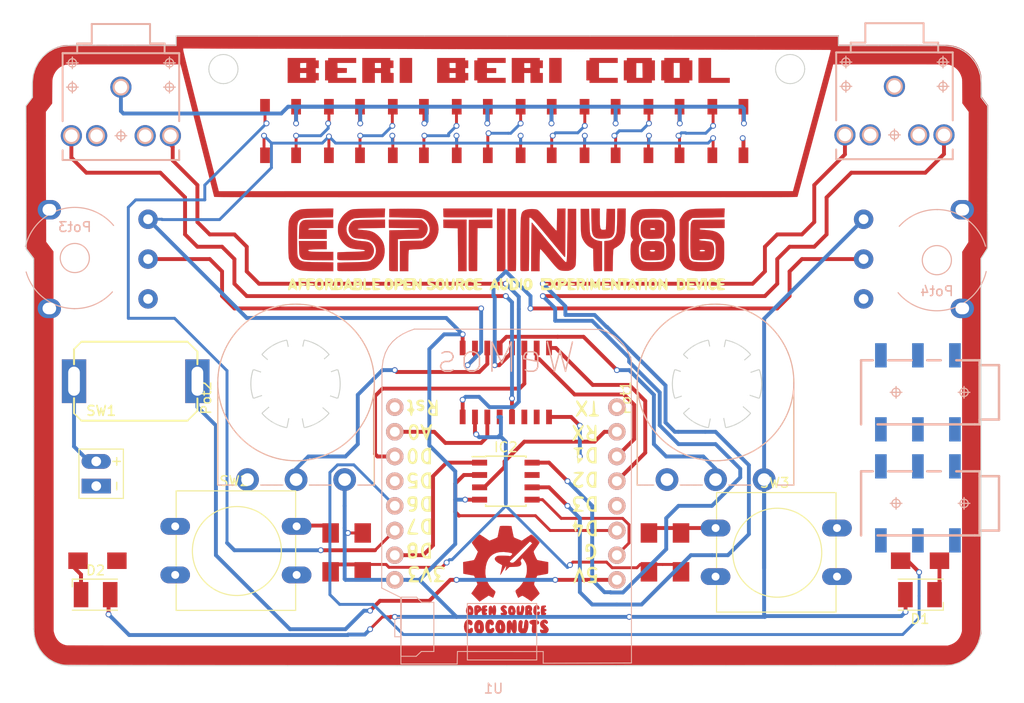
<source format=kicad_pcb>
(kicad_pcb (version 4) (host pcbnew 4.0.7-e0-6372~58~ubuntu16.04.1)
  (layers (0 F.Cu signal) (31 B.Cu signal) (34 B.Paste user) (35 F.Paste user) (36 B.SilkS user) (37 F.SilkS user) (38 B.Mask user) (39 F.Mask user hide) (44 Edge.Cuts user))
  (net 0 "")
  (net 1 +3V3)
  (net 2 CV1)
  (net 3 CV2)
  (net 4 GND)
  (net 5 "Net-(IC1-Pad9)")
  (net 6 "Net-(IC1-Pad10)")
  (net 7 "Net-(IC1-Pad11)")
  (net 8 Pot4)
  (net 9 Pot1)
  (net 10 Pot2)
  (net 11 L-Out)
  (net 12 R-Out)
  (net 13 "Net-(D1-Pad1)")
  (net 14 "Net-(IC1-Pad3)")
  (net 15 "Net-(IC2-Pad1)")
  (net 16 "Net-(IC2-Pad2)")
  (net 17 /PDS)
  (net 18 Led1_pulldown)
  (net 19 Button1)
  (net 20 +BATT)
  (net 21 Pot3)
  (net 22 NEO-Pixel)
  (net 23 "Net-(D2-Pad1)")
  (net 24 "Net-(NEO1-Pad4)")
  (net 25 "Net-(NEO2-Pad4)")
  (net 26 "Net-(NEO3-Pad4)")
  (net 27 "Net-(NEO4-Pad4)")
  (net 28 "Net-(NEO5-Pad4)")
  (net 29 "Net-(NEO6-Pad4)")
  (net 30 "Net-(NEO7-Pad4)")
  (net 31 "Net-(R3-Pad1)")
  (net 32 "Net-(R5-Pad1)")
  (net 33 +5V)
  (module 8BitMixtape_Stomp:MixtapeEdge (layer F.Cu) (at 88.9 55.88)
    (fp_text reference "" (at 0 0) (layer F.SilkS))
    (fp_text value "" (at 0 0) (layer F.SilkS))
    (fp_poly (pts (xy 34.29 -14.435666) (xy 39.822841 -14.435666) (xy 40.459287 -14.435582) (xy 41.060997 -14.43533) (xy 41.627478 -14.434913) (xy 42.158236 -14.434331) (xy 42.652778 -14.433588) (xy 43.11061 -14.432684) (xy 43.531238 -14.431622) (xy 43.91417 -14.430404) (xy 44.258912 -14.429031) (xy 44.56497 -14.427505) (xy 44.831851 -14.425828) (xy 45.059061 -14.424002) (xy 45.246108 -14.422029) (xy 45.392497 -14.41991) (xy 45.497735 -14.417648) (xy 45.561328 -14.415244) (xy 45.574882 -14.414254) (xy 45.96442 -14.355493) (xy 46.340728 -14.257706) (xy 46.701498 -14.122765) (xy 47.044421 -13.952545) (xy 47.36719 -13.748917) (xy 47.667497 -13.513756) (xy 47.943034 -13.248935) (xy 48.191492 -12.956328) (xy 48.410564 -12.637807) (xy 48.597941 -12.295246) (xy 48.751316 -11.930519) (xy 48.795937 -11.799842) (xy 48.83228 -11.686017) (xy 48.863004 -11.585775) (xy 48.88863 -11.494289) (xy 48.909679 -11.406732) (xy 48.926672 -11.318277) (xy 48.940131 -11.224099) (xy 48.950577 -11.119371) (xy 48.95853 -10.999265) (xy 48.964512 -10.858956) (xy 48.969045 -10.693617) (xy 48.972648 -10.498421) (xy 48.975844 -10.268542) (xy 48.977731 -10.116178) (xy 48.99025 -9.088106) (xy 49.319058 -8.645095) (xy 49.647866 -8.202083) (xy 49.633672 -0.867833) (xy 49.619479 6.466417) (xy 49.289081 6.980286) (xy 48.958684 7.494155) (xy 48.94675 46.153917) (xy 48.90009 46.364354) (xy 48.802094 46.739733) (xy 48.680875 47.084009) (xy 48.534305 47.402784) (xy 48.442701 47.568275) (xy 48.222182 47.9025) (xy 47.972443 48.206801) (xy 47.695449 48.479874) (xy 47.393169 48.720412) (xy 47.067569 48.927112) (xy 46.720617 49.098668) (xy 46.354282 49.233776) (xy 45.970529 49.33113) (xy 45.722886 49.372202) (xy 45.693277 49.373332) (xy 45.622087 49.374442) (xy 45.510065 49.375531) (xy 45.357959 49.3766) (xy 45.166519 49.377648) (xy 44.936493 49.378675) (xy 44.66863 49.379681) (xy 44.363678 49.380667) (xy 44.022387 49.381633) (xy 43.645504 49.382578) (xy 43.233779 49.383502) (xy 42.787961 49.384405) (xy 42.308797 49.385288) (xy 41.797038 49.386151) (xy 41.25343 49.386993) (xy 40.678725 49.387814) (xy 40.073669 49.388615) (xy 39.439012 49.389395) (xy 38.775502 49.390155) (xy 38.083888 49.390894) (xy 37.364919 49.391613) (xy 36.619344 49.392311) (xy 35.847911 49.392989) (xy 35.051369 49.393646) (xy 34.230467 49.394283) (xy 33.385953 49.394899) (xy 32.518577 49.395495) (xy 31.629086 49.396071) (xy 30.71823 49.396626) (xy 29.786757 49.39716) (xy 28.835416 49.397675) (xy 27.864956 49.398169) (xy 26.876125 49.398642) (xy 25.869673 49.399095) (xy 24.846347 49.399528) (xy 23.806897 49.39994) (xy 22.752071 49.400332) (xy 21.682619 49.400703) (xy 20.599288 49.401055) (xy 19.502828 49.401386) (xy 18.393987 49.401696) (xy 17.273513 49.401986) (xy 16.142157 49.402256) (xy 15.000666 49.402506) (xy 13.849789 49.402735) (xy 12.690274 49.402944) (xy 11.522871 49.403133) (xy 10.348329 49.403302) (xy 9.167395 49.40345) (xy 7.980819 49.403578) (xy 6.78935 49.403686) (xy 5.593735 49.403773) (xy 4.394725 49.403841) (xy 3.193067 49.403888) (xy 1.98951 49.403915) (xy 0.784803 49.403922) (xy -0.420305 49.403908) (xy -1.625066 49.403875) (xy -2.828731 49.403821) (xy -4.03055 49.403747) (xy -5.229777 49.403653) (xy -6.425661 49.403538) (xy -7.617454 49.403404) (xy -8.804407 49.40325) (xy -9.985772 49.403075) (xy -11.160799 49.40288) (xy -12.328741 49.402666) (xy -13.488848 49.402431) (xy -14.640372 49.402176) (xy -15.782564 49.401901) (xy -16.914675 49.401606) (xy -18.035956 49.401291) (xy -19.14566 49.400955) (xy -20.243036 49.4006) (xy -21.327337 49.400225) (xy -22.397814 49.39983) (xy -23.453717 49.399414) (xy -24.494299 49.398979) (xy -25.51881 49.398524) (xy -26.526502 49.398049) (xy -27.516626 49.397553) (xy -28.488434 49.397038) (xy -29.441176 49.396503) (xy -30.374104 49.395948) (xy -31.286469 49.395373) (xy -32.177523 49.394778) (xy -33.046516 49.394163) (xy -33.892701 49.393529) (xy -34.715327 49.392874) (xy -35.513648 49.392199) (xy -36.286913 49.391505) (xy -37.034375 49.390791) (xy -37.755284 49.390056) (xy -38.448891 49.389302) (xy -39.114449 49.388528) (xy -39.751208 49.387735) (xy -40.35842 49.386921) (xy -40.935335 49.386088) (xy -41.481206 49.385235) (xy -41.995283 49.384362) (xy -42.476817 49.383469) (xy -42.925061 49.382556) (xy -43.339265 49.381624) (xy -43.718681 49.380672) (xy -44.062559 49.3797) (xy -44.370152 49.378708) (xy -44.64071 49.377697) (xy -44.873484 49.376666) (xy -45.067727 49.375615) (xy -45.222689 49.374544) (xy -45.337621 49.373454) (xy -45.411775 49.372344) (xy -45.444403 49.371215) (xy -45.445172 49.371127) (xy -45.821333 49.298775) (xy -46.18708 49.186643) (xy -46.538086 49.036434) (xy -46.870025 48.849854) (xy -47.014514 48.752716) (xy -47.14957 48.647812) (xy -47.297979 48.517252) (xy -47.450098 48.370732) (xy -47.596283 48.217947) (xy -47.72689 48.068594) (xy -47.832275 47.932367) (xy -47.836666 47.926135) (xy -48.027045 47.628084) (xy -48.186922 47.318799) (xy -48.318967 46.991696) (xy -48.425847 46.640192) (xy -48.507882 46.270334) (xy -48.510004 46.257759) (xy -48.512046 46.242609) (xy -48.514009 46.22407) (xy -48.515896 46.201325) (xy -48.517708 46.173558) (xy -48.519447 46.139953) (xy -48.521115 46.099694) (xy -48.522713 46.051966) (xy -48.524244 45.995952) (xy -48.525709 45.930837) (xy -48.52711 45.855804) (xy -48.528449 45.770037) (xy -48.529727 45.672722) (xy -48.530947 45.563041) (xy -48.53211 45.44018) (xy -48.533219 45.303321) (xy -48.534274 45.151649) (xy -48.535277 44.984349) (xy -48.536231 44.800603) (xy -48.537138 44.599597) (xy -48.537998 44.380515) (xy -48.538815 44.14254) (xy -48.539589 43.884856) (xy -48.540323 43.606649) (xy -48.541018 43.307101) (xy -48.541676 42.985396) (xy -48.542299 42.64072) (xy -48.542889 42.272256) (xy -48.543447 41.879188) (xy -48.543976 41.460699) (xy -48.544477 41.015976) (xy -48.544951 40.5442) (xy -48.545402 40.044557) (xy -48.54583 39.51623) (xy -48.546238 38.958404) (xy -48.546627 38.370263) (xy -48.546999 37.75099) (xy -48.547355 37.09977) (xy -48.547699 36.415787) (xy -48.54803 35.698226) (xy -48.548352 34.946269) (xy -48.548666 34.159101) (xy -48.548974 33.335907) (xy -48.549278 32.475869) (xy -48.549579 31.578174) (xy -48.549879 30.642003) (xy -48.55018 29.666543) (xy -48.550485 28.650976) (xy -48.550794 27.594486) (xy -48.551023 26.797572) (xy -48.55654 7.525893) (xy -48.939747 7.020104) (xy -49.322953 6.514316) (xy -49.331181 5.146283) (xy -49.331917 5.007012) (xy -49.332697 4.827643) (xy -49.333515 4.610413) (xy -49.334367 4.357557) (xy -49.335248 4.071312) (xy -49.336153 3.753913) (xy -49.337075 3.407596) (xy -49.338012 3.034598) (xy -49.338956 2.637153) (xy -49.339904 2.217499) (xy -49.340851 1.77787) (xy -49.34179 1.320503) (xy -49.342718 0.847634) (xy -49.343629 0.361498) (xy -49.344518 -0.135668) (xy -49.345381 -0.641629) (xy -49.346211 -1.154148) (xy -49.347005 -1.67099) (xy -49.347756 -2.189919) (xy -49.347794 -2.217032) (xy -49.355249 -7.547584) (xy -47.349833 -7.547584) (xy -47.349833 -5.079058) (xy -47.349753 -4.792619) (xy -47.34952 -4.46776) (xy -47.34914 -4.108393) (xy -47.348623 -3.718433) (xy -47.347977 -3.301791) (xy -47.34721 -2.862381) (xy -47.34633 -2.404116) (xy -47.345345 -1.930908) (xy -47.344264 -1.44667) (xy -47.343095 -0.955316) (xy -47.341846 -0.460759) (xy -47.340526 0.03309) (xy -47.339142 0.522316) (xy -47.337703 1.003007) (xy -47.336217 1.47125) (xy -47.335738 1.616283) (xy -47.321643 5.843098) (xy -46.566983 6.837566) (xy -46.561036 26.368742) (xy -46.555088 45.899917) (xy -46.510016 46.079834) (xy -46.423037 46.355661) (xy -46.30828 46.602283) (xy -46.167057 46.818419) (xy -46.000683 47.002787) (xy -45.810471 47.154107) (xy -45.597734 47.271099) (xy -45.363787 47.352481) (xy -45.165584 47.390655) (xy -45.140419 47.391186) (xy -45.073536 47.391709) (xy -44.96555 47.392227) (xy -44.817076 47.392737) (xy -44.628729 47.393241) (xy -44.401126 47.393738) (xy -44.13488 47.394227) (xy -43.830607 47.394709) (xy -43.488923 47.395183) (xy -43.110442 47.39565) (xy -42.69578 47.396108) (xy -42.245552 47.396558) (xy -41.760374 47.397) (xy -41.240859 47.397433) (xy -40.687624 47.397857) (xy -40.101284 47.398272) (xy -39.482454 47.398678) (xy -38.831749 47.399074) (xy -38.149785 47.399461) (xy -37.437176 47.399838) (xy -36.694538 47.400204) (xy -35.922486 47.400561) (xy -35.121636 47.400907) (xy -34.292602 47.401242) (xy -33.435999 47.401567) (xy -32.552444 47.40188) (xy -31.64255 47.402182) (xy -30.706934 47.402473) (xy -29.74621 47.402752) (xy -28.760994 47.403019) (xy -27.751901 47.403274) (xy -26.719546 47.403517) (xy -25.664545 47.403748) (xy -24.587512 47.403965) (xy -23.489063 47.40417) (xy -22.369813 47.404362) (xy -21.230377 47.404541) (xy -20.07137 47.404706) (xy -18.893408 47.404858) (xy -17.697106 47.404995) (xy -16.483078 47.405119) (xy -15.251941 47.405228) (xy -14.00431 47.405323) (xy -12.740799 47.405403) (xy -11.462024 47.405469) (xy -10.1686 47.405519) (xy -8.861142 47.405554) (xy -7.540266 47.405574) (xy -6.206587 47.405578) (xy -4.860719 47.405566) (xy -3.503279 47.405538) (xy -2.13488 47.405494) (xy -0.75614 47.405433) (xy 0.232834 47.40538) (xy 45.49775 47.40275) (xy 45.667084 47.354641) (xy 45.931782 47.259149) (xy 46.169602 47.131137) (xy 46.379689 46.971475) (xy 46.561186 46.781032) (xy 46.713237 46.560679) (xy 46.834988 46.311287) (xy 46.910289 46.090417) (xy 46.95825 45.921084) (xy 46.968834 26.394834) (xy 46.979417 6.868584) (xy 47.299693 6.371167) (xy 47.61997 5.87375) (xy 47.648412 -7.538766) (xy 47.32031 -7.976861) (xy 46.992208 -8.414955) (xy 46.984972 -9.663186) (xy 46.983407 -9.925004) (xy 46.981894 -10.148095) (xy 46.980299 -10.336068) (xy 46.978484 -10.492529) (xy 46.976314 -10.621084) (xy 46.973654 -10.725342) (xy 46.970366 -10.808908) (xy 46.966315 -10.875389) (xy 46.961366 -10.928393) (xy 46.955382 -10.971527) (xy 46.948227 -11.008397) (xy 46.939765 -11.04261) (xy 46.931929 -11.070615) (xy 46.834079 -11.341375) (xy 46.704449 -11.587828) (xy 46.545365 -11.80768) (xy 46.359153 -11.998634) (xy 46.148136 -12.158395) (xy 45.914642 -12.284668) (xy 45.660994 -12.375157) (xy 45.593 -12.392315) (xy 45.575358 -12.395555) (xy 45.550396 -12.398572) (xy 45.516658 -12.401375) (xy 45.472689 -12.403971) (xy 45.417031 -12.406368) (xy 45.34823 -12.408574) (xy 45.264829 -12.410596) (xy 45.165373 -12.412443) (xy 45.048405 -12.414122) (xy 44.91247 -12.415641) (xy 44.756111 -12.417007) (xy 44.577874 -12.418229) (xy 44.376301 -12.419315) (xy 44.149936 -12.420271) (xy 43.897325 -12.421107) (xy 43.617011 -12.421829) (xy 43.307538 -12.422446) (xy 42.96745 -12.422965) (xy 42.595292 -12.423394) (xy 42.189607 -12.423742) (xy 41.748939 -12.424014) (xy 41.271833 -12.424221) (xy 40.756832 -12.424368) (xy 40.202481 -12.424465) (xy 39.607323 -12.424519) (xy 39.577191 -12.42452) (xy 33.698965 -12.424833) (xy 33.675224 -12.334875) (xy 33.666796 -12.303379) (xy 33.647951 -12.233259) (xy 33.619184 -12.126356) (xy 33.580992 -11.984511) (xy 33.533872 -11.809565) (xy 33.478319 -11.603359) (xy 33.414831 -11.367732) (xy 33.343903 -11.104526) (xy 33.266031 -10.815581) (xy 33.181713 -10.502739) (xy 33.091444 -10.167839) (xy 32.995721 -9.812723) (xy 32.89504 -9.43923) (xy 32.789897 -9.049203) (xy 32.680789 -8.644482) (xy 32.568212 -8.226906) (xy 32.452663 -7.798318) (xy 32.334637 -7.360557) (xy 32.214632 -6.915465) (xy 32.093142 -6.464881) (xy 31.970666 -6.010648) (xy 31.847698 -5.554605) (xy 31.724736 -5.098593) (xy 31.602276 -4.644453) (xy 31.480813 -4.194025) (xy 31.360846 -3.749151) (xy 31.242868 -3.31167) (xy 31.127378 -2.883424) (xy 31.014872 -2.466254) (xy 30.905845 -2.062) (xy 30.800794 -1.672502) (xy 30.700215 -1.299602) (xy 30.604605 -0.945139) (xy 30.51446 -0.610956) (xy 30.430277 -0.298892) (xy 30.352551 -0.010788) (xy 30.28178 0.251514) (xy 30.218459 0.486176) (xy 30.163084 0.691354) (xy 30.116153 0.86521) (xy 30.078161 1.005902) (xy 30.049604 1.11159) (xy 30.03098 1.180433) (xy 30.022784 1.21059) (xy 30.022448 1.211792) (xy 30.020713 1.213472) (xy 30.016087 1.215101) (xy 30.007923 1.216678) (xy 29.995576 1.218207) (xy 29.978397 1.219686) (xy 29.955741 1.221116) (xy 29.926961 1.2225) (xy 29.89141 1.223836) (xy 29.848442 1.225127) (xy 29.797409 1.226373) (xy 29.737666 1.227574) (xy 29.668565 1.228732) (xy 29.589459 1.229848) (xy 29.499703 1.230921) (xy 29.39865 1.231953) (xy 29.285652 1.232945) (xy 29.160064 1.233898) (xy 29.021238 1.234812) (xy 28.868528 1.235688) (xy 28.701287 1.236527) (xy 28.518869 1.237329) (xy 28.320626 1.238097) (xy 28.105913 1.238829) (xy 27.874082 1.239527) (xy 27.624487 1.240193) (xy 27.356482 1.240826) (xy 27.069418 1.241428) (xy 26.762651 1.241998) (xy 26.435533 1.242539) (xy 26.087418 1.243051) (xy 25.717658 1.243535) (xy 25.325608 1.243991) (xy 24.91062 1.24442) (xy 24.472048 1.244824) (xy 24.009246 1.245202) (xy 23.521566 1.245556) (xy 23.008361 1.245886) (xy 22.468987 1.246194) (xy 21.902794 1.24648) (xy 21.309138 1.246744) (xy 20.687371 1.246988) (xy 20.036846 1.247213) (xy 19.356918 1.247419) (xy 18.646938 1.247607) (xy 17.906262 1.247778) (xy 17.134241 1.247933) (xy 16.330229 1.248072) (xy 15.49358 1.248196) (xy 14.623647 1.248306) (xy 13.719784 1.248403) (xy 12.781343 1.248488) (xy 11.807678 1.248561) (xy 10.798142 1.248624) (xy 9.752089 1.248676) (xy 8.668872 1.24872) (xy 7.547844 1.248755) (xy 6.388359 1.248782) (xy 5.189769 1.248803) (xy 3.951429 1.248817) (xy 2.672692 1.248827) (xy 1.352911 1.248832) (xy 0 1.248834) (xy -1.361212 1.248832) (xy -2.680737 1.248827) (xy -3.959223 1.248817) (xy -5.197315 1.248803) (xy -6.39566 1.248782) (xy -7.554905 1.248755) (xy -8.675698 1.24872) (xy -9.758683 1.248676) (xy -10.804508 1.248624) (xy -11.81382 1.248561) (xy -12.787266 1.248488) (xy -13.725491 1.248403) (xy -14.629143 1.248306) (xy -15.498868 1.248195) (xy -16.335314 1.248071) (xy -17.139126 1.247932) (xy -17.910951 1.247777) (xy -18.651436 1.247606) (xy -19.361228 1.247418) (xy -20.040974 1.247212) (xy -20.691319 1.246987) (xy -21.312911 1.246743) (xy -21.906396 1.246478) (xy -22.472422 1.246192) (xy -23.011634 1.245884) (xy -23.524679 1.245554) (xy -24.012204 1.2452) (xy -24.474856 1.244821) (xy -24.913281 1.244418) (xy -25.328126 1.243988) (xy -25.720038 1.243532) (xy -26.089663 1.243048) (xy -26.437649 1.242536) (xy -26.764641 1.241995) (xy -27.071286 1.241424) (xy -27.358231 1.240822) (xy -27.626123 1.240189) (xy -27.875608 1.239523) (xy -28.107333 1.238824) (xy -28.321945 1.238092) (xy -28.52009 1.237324) (xy -28.702415 1.236522) (xy -28.869566 1.235682) (xy -29.022191 1.234806) (xy -29.160936 1.233892) (xy -29.286448 1.232939) (xy -29.399373 1.231947) (xy -29.500358 1.230914) (xy -29.590049 1.229841) (xy -29.669094 1.228725) (xy -29.738139 1.227567) (xy -29.797831 1.226365) (xy -29.848816 1.225119) (xy -29.89174 1.223828) (xy -29.927252 1.222491) (xy -29.955997 1.221108) (xy -29.978621 1.219676) (xy -29.995773 1.218197) (xy -30.008098 1.216669) (xy -30.016242 1.21509) (xy -30.020854 1.213461) (xy -30.022575 1.211792) (xy -30.028589 1.188622) (xy -30.044629 1.12595) (xy -30.070308 1.025302) (xy -30.105236 0.888209) (xy -30.149025 0.716199) (xy -30.201286 0.5108) (xy -30.261632 0.273543) (xy -30.329672 0.005954) (xy -30.40502 -0.290436) (xy -30.487287 -0.614099) (xy -30.576083 -0.963507) (xy -30.67102 -1.33713) (xy -30.771711 -1.73344) (xy -30.877766 -2.150907) (xy -30.988796 -2.588004) (xy -31.104414 -3.043201) (xy -31.224231 -3.51497) (xy -31.347858 -4.001781) (xy -31.474907 -4.502106) (xy -31.604989 -5.014417) (xy -31.737716 -5.537183) (xy -31.73987 -5.545666) (xy -31.872757 -6.069078) (xy -32.003057 -6.582291) (xy -32.130379 -7.083765) (xy -32.254333 -7.571958) (xy -32.374525 -8.045328) (xy -32.490565 -8.502335) (xy -32.602061 -8.941435) (xy -32.708623 -9.361088) (xy -32.809857 -9.759752) (xy -32.905373 -10.135886) (xy -32.994779 -10.487947) (xy -33.077685 -10.814395) (xy -33.153697 -11.113688) (xy -33.222425 -11.384284) (xy -33.283478 -11.624641) (xy -33.336464 -11.833218) (xy -33.38099 -12.008474) (xy -33.416667 -12.148866) (xy -33.443102 -12.252854) (xy -33.459904 -12.318896) (xy -33.466682 -12.345449) (xy -33.466684 -12.345458) (xy -33.487298 -12.424833) (xy -39.323191 -12.424685) (xy -39.91127 -12.424666) (xy -40.458533 -12.424632) (xy -40.966495 -12.424572) (xy -41.436673 -12.424477) (xy -41.870584 -12.424335) (xy -42.269744 -12.424137) (xy -42.635669 -12.42387) (xy -42.969877 -12.423526) (xy -43.273883 -12.423092) (xy -43.549204 -12.422559) (xy -43.797356 -12.421916) (xy -44.019856 -12.421153) (xy -44.21822 -12.420258) (xy -44.393966 -12.419221) (xy -44.548608 -12.418032) (xy -44.683665 -12.41668) (xy -44.800652 -12.415154) (xy -44.901085 -12.413444) (xy -44.986482 -12.41154) (xy -45.058358 -12.40943) (xy -45.118231 -12.407104) (xy -45.167616 -12.404551) (xy -45.208031 -12.401761) (xy -45.24099 -12.398724) (xy -45.268013 -12.395428) (xy -45.290613 -12.391863) (xy -45.310309 -12.388019) (xy -45.328616 -12.383885) (xy -45.33359 -12.3827) (xy -45.580685 -12.302079) (xy -45.811548 -12.183843) (xy -46.023098 -12.030617) (xy -46.21225 -11.845023) (xy -46.375924 -11.629688) (xy -46.511035 -11.387234) (xy -46.516357 -11.375808) (xy -46.558085 -11.275318) (xy -46.59987 -11.158144) (xy -46.632926 -11.049001) (xy -46.633944 -11.045145) (xy -46.643684 -11.006477) (xy -46.652008 -10.968123) (xy -46.659065 -10.926408) (xy -46.665007 -10.877658) (xy -46.669986 -10.818197) (xy -46.674153 -10.744349) (xy -46.677659 -10.652441) (xy -46.680655 -10.538795) (xy -46.683294 -10.399738) (xy -46.685725 -10.231593) (xy -46.688101 -10.030687) (xy -46.690573 -9.793343) (xy -46.692175 -9.630833) (xy -46.70425 -8.392583) (xy -47.027042 -7.970083) (xy -47.349833 -7.547584) (xy -49.355249 -7.547584) (xy -49.356179 -8.212314) (xy -49.021406 -8.653371) (xy -48.686632 -9.094428) (xy -48.677773 -10.098172) (xy -48.67567 -10.330768) (xy -48.673675 -10.525507) (xy -48.671558 -10.686866) (xy -48.669092 -10.81932) (xy -48.666047 -10.927344) (xy -48.662194 -11.015414) (xy -48.657305 -11.088006) (xy -48.651149 -11.149595) (xy -48.643499 -11.204657) (xy -48.634125 -11.257668) (xy -48.622799 -11.313102) (xy -48.613398 -11.356607) (xy -48.518829 -11.712511) (xy -48.392949 -12.062231) (xy -48.239776 -12.396481) (xy -48.06333 -12.705973) (xy -47.968326 -12.847559) (xy -47.852792 -12.997678) (xy -47.712415 -13.159949) (xy -47.557355 -13.323897) (xy -47.397775 -13.479048) (xy -47.243837 -13.614927) (xy -47.15679 -13.684068) (xy -46.859753 -13.887259) (xy -46.549599 -14.057858) (xy -46.540597 -14.061703) (xy -33.216178 -14.061703) (xy -33.205913 -13.88356) (xy -33.203397 -13.860848) (xy -33.197623 -13.826097) (xy -33.188295 -13.778128) (xy -33.17512 -13.715762) (xy -33.157805 -13.637817) (xy -33.136053 -13.543115) (xy -33.109572 -13.430477) (xy -33.078067 -13.298722) (xy -33.041244 -13.146671) (xy -32.998809 -12.973145) (xy -32.950467 -12.776963) (xy -32.895924 -12.556946) (xy -32.834887 -12.311915) (xy -32.767061 -12.04069) (xy -32.692151 -11.742092) (xy -32.609865 -11.41494) (xy -32.519906 -11.058055) (xy -32.421982 -10.670258) (xy -32.315798 -10.250368) (xy -32.20106 -9.797207) (xy -32.077473 -9.309595) (xy -31.944744 -8.786351) (xy -31.802578 -8.226297) (xy -31.650681 -7.628253) (xy -31.488759 -6.991039) (xy -31.392956 -6.614137) (xy -31.256256 -6.076419) (xy -31.122135 -5.548882) (xy -30.990974 -5.033026) (xy -30.863154 -4.53035) (xy -30.739058 -4.042353) (xy -30.619066 -3.570534) (xy -30.50356 -3.116393) (xy -30.392922 -2.68143) (xy -30.287533 -2.267142) (xy -30.187774 -1.875029) (xy -30.094027 -1.506591) (xy -30.006673 -1.163327) (xy -29.926095 -0.846736) (xy -29.852673 -0.558317) (xy -29.786789 -0.29957) (xy -29.728824 -0.071993) (xy -29.67916 0.122914) (xy -29.638178 0.283651) (xy -29.60626 0.408721) (xy -29.583788 0.496622) (xy -29.571142 0.545857) (xy -29.568468 0.556079) (xy -29.546672 0.635015) (xy 29.5585 0.624417) (xy 31.500481 -6.57225) (xy 31.64629 -7.11278) (xy 31.789251 -7.64312) (xy 31.928969 -8.161793) (xy 32.06505 -8.667324) (xy 32.1971 -9.158237) (xy 32.324723 -9.633056) (xy 32.447525 -10.090304) (xy 32.565111 -10.528505) (xy 32.677086 -10.946185) (xy 32.783057 -11.341866) (xy 32.882627 -11.714072) (xy 32.975403 -12.061328) (xy 33.06099 -12.382158) (xy 33.138993 -12.675085) (xy 33.209018 -12.938634) (xy 33.27067 -13.171329) (xy 33.323554 -13.371693) (xy 33.367275 -13.538251) (xy 33.401439 -13.669527) (xy 33.425652 -13.764044) (xy 33.439518 -13.820326) (xy 33.442898 -13.836749) (xy 33.438083 -13.884429) (xy 33.414064 -13.906151) (xy 33.374542 -13.914524) (xy 33.350845 -13.914947) (xy 33.285588 -13.915448) (xy 33.179545 -13.916023) (xy 33.033491 -13.916673) (xy 32.848198 -13.917394) (xy 32.624441 -13.918185) (xy 32.362993 -13.919045) (xy 32.064627 -13.91997) (xy 31.730119 -13.920961) (xy 31.360241 -13.922015) (xy 30.955767 -13.923129) (xy 30.517471 -13.924303) (xy 30.046126 -13.925535) (xy 29.542507 -13.926823) (xy 29.007387 -13.928165) (xy 28.44154 -13.929559) (xy 27.84574 -13.931004) (xy 27.220759 -13.932497) (xy 26.567373 -13.934038) (xy 25.886355 -13.935624) (xy 25.178478 -13.937253) (xy 24.444517 -13.938925) (xy 23.685245 -13.940636) (xy 22.901435 -13.942385) (xy 22.093862 -13.944171) (xy 21.2633 -13.945992) (xy 20.410521 -13.947846) (xy 19.5363 -13.94973) (xy 18.641411 -13.951645) (xy 17.726627 -13.953587) (xy 16.792722 -13.955554) (xy 15.840469 -13.957546) (xy 14.870643 -13.95956) (xy 13.884018 -13.961595) (xy 12.881366 -13.963649) (xy 11.863462 -13.96572) (xy 10.831079 -13.967806) (xy 9.784992 -13.969905) (xy 8.725973 -13.972016) (xy 7.654798 -13.974138) (xy 6.572238 -13.976267) (xy 5.479069 -13.978403) (xy 4.73075 -13.979857) (xy 3.607072 -13.982039) (xy 2.486902 -13.98422) (xy 1.371188 -13.986398) (xy 0.260881 -13.988572) (xy -0.843072 -13.990739) (xy -1.93972 -13.992898) (xy -3.028115 -13.995047) (xy -4.107308 -13.997183) (xy -5.176348 -13.999306) (xy -6.234288 -14.001412) (xy -7.280178 -14.003499) (xy -8.313069 -14.005567) (xy -9.332012 -14.007613) (xy -10.336057 -14.009634) (xy -11.324256 -14.01163) (xy -12.295659 -14.013597) (xy -13.249317 -14.015535) (xy -14.184281 -14.017441) (xy -15.099602 -14.019313) (xy -15.99433 -14.021149) (xy -16.867517 -14.022947) (xy -17.718214 -14.024706) (xy -18.54547 -14.026423) (xy -19.348338 -14.028096) (xy -20.125868 -14.029724) (xy -20.87711 -14.031304) (xy -21.601117 -14.032835) (xy -22.296937 -14.034314) (xy -22.963623 -14.03574) (xy -23.600225 -14.037111) (xy -24.205795 -14.038424) (xy -24.779382 -14.039678) (xy -25.320038 -14.040871) (xy -25.826813 -14.042) (xy -26.298759 -14.043064) (xy -26.734926 -14.044061) (xy -27.134365 -14.044989) (xy -27.496128 -14.045846) (xy -27.819264 -14.04663) (xy -28.102825 -14.04734) (xy -28.345861 -14.047972) (xy -28.530214 -14.048476) (xy -33.216178 -14.061703) (xy -46.540597 -14.061703) (xy -46.220417 -14.198448) (xy -45.866299 -14.311613) (xy -45.550666 -14.386265) (xy -45.53038 -14.390003) (xy -45.5065 -14.393485) (xy -45.477505 -14.396722) (xy -45.441871 -14.399726) (xy -45.398078 -14.402508) (xy -45.344602 -14.405079) (xy -45.279922 -14.40745) (xy -45.202515 -14.409633) (xy -45.11086 -14.411638) (xy -45.003433 -14.413476) (xy -44.878713 -14.415159) (xy -44.735177 -14.416699) (xy -44.571303 -14.418105) (xy -44.385569 -14.41939) (xy -44.176453 -14.420564) (xy -43.942433 -14.421639) (xy -43.681986 -14.422626) (xy -43.39359 -14.423535) (xy -43.075722 -14.424379) (xy -42.726862 -14.425168) (xy -42.345485 -14.425914) (xy -41.930071 -14.426627) (xy -41.479097 -14.427319) (xy -40.991041 -14.428001) (xy -40.46438 -14.428684) (xy -39.897592 -14.429379) (xy -39.629291 -14.429699) (xy -33.887833 -14.436489) (xy -33.887833 -15.409333) (xy 34.29 -15.409333) (xy 34.29 -14.435666)) (layer F.Cu) (width 0.01))
    (fp_poly (pts (xy -19.579166 -12.827) (xy -19.261666 -12.827) (xy -19.261666 -12.043833) (xy -19.579166 -12.043833) (xy -19.579166 -11.535833) (xy -19.261666 -11.535833) (xy -19.261666 -10.773833) (xy -19.579166 -10.773833) (xy -19.579166 -10.519833) (xy -22.457833 -10.519833) (xy -22.457833 -11.535833) (xy -21.187833 -11.535833) (xy -21.187833 -11.027833) (xy -20.531666 -11.027833) (xy -20.531666 -11.535833) (xy -21.187833 -11.535833) (xy -22.457833 -11.535833) (xy -22.457833 -12.23403) (xy -21.184811 -12.23403) (xy -21.184213 -12.151463) (xy -21.181689 -12.093261) (xy -21.178452 -12.071083) (xy -21.165198 -12.059746) (xy -21.131989 -12.052207) (xy -21.073264 -12.048081) (xy -20.983465 -12.04698) (xy -20.857032 -12.048517) (xy -20.854904 -12.048556) (xy -20.54225 -12.054416) (xy -20.536302 -12.314263) (xy -20.530355 -12.57411) (xy -20.853802 -12.568263) (xy -21.17725 -12.562416) (xy -21.183297 -12.330943) (xy -21.184811 -12.23403) (xy -22.457833 -12.23403) (xy -22.457833 -13.081) (xy -19.579166 -13.081) (xy -19.579166 -12.827)) (layer F.Cu) (width 0.01))
    (fp_poly (pts (xy -15.409333 -12.573) (xy -17.336803 -12.573) (xy -17.33086 -12.313708) (xy -17.324916 -12.054416) (xy -16.842707 -12.048726) (xy -16.360497 -12.043035) (xy -16.366457 -11.794726) (xy -16.372416 -11.546416) (xy -17.3355 -11.535038) (xy -17.3355 -11.027833) (xy -15.409333 -11.027833) (xy -15.409333 -10.519833) (xy -18.288 -10.519833) (xy -18.288 -10.773833) (xy -18.6055 -10.773833) (xy -18.6055 -12.827) (xy -18.288 -12.827) (xy -18.288 -13.081) (xy -15.409333 -13.081) (xy -15.409333 -12.573)) (layer F.Cu) (width 0.01))
    (fp_poly (pts (xy -11.895666 -12.828781) (xy -11.731625 -12.822599) (xy -11.567583 -12.816416) (xy -11.567583 -12.054416) (xy -11.732289 -12.048223) (xy -11.896994 -12.042029) (xy -11.891039 -11.794223) (xy -11.885083 -11.546416) (xy -11.721041 -11.540234) (xy -11.557 -11.534052) (xy -11.557 -10.519833) (xy -12.848166 -10.519833) (xy -12.848166 -11.535833) (xy -13.483166 -11.535833) (xy -13.483166 -10.519833) (xy -14.774333 -10.519833) (xy -14.774333 -12.573) (xy -13.483166 -12.573) (xy -13.483166 -12.043833) (xy -12.848166 -12.043833) (xy -12.848166 -12.573) (xy -13.483166 -12.573) (xy -14.774333 -12.573) (xy -14.774333 -13.081) (xy -11.895666 -13.081) (xy -11.895666 -12.828781)) (layer F.Cu) (width 0.01))
    (fp_poly (pts (xy -9.652 -10.519833) (xy -10.922 -10.519833) (xy -10.922 -13.081) (xy -9.652 -13.081) (xy -9.652 -10.519833)) (layer F.Cu) (width 0.01))
    (fp_poly (pts (xy -4.191 -12.827) (xy -3.8735 -12.827) (xy -3.8735 -12.043833) (xy -4.191 -12.043833) (xy -4.191 -11.535833) (xy -3.8735 -11.535833) (xy -3.8735 -10.773833) (xy -4.191 -10.773833) (xy -4.191 -10.519833) (xy -7.069666 -10.519833) (xy -7.069666 -11.535833) (xy -5.799666 -11.535833) (xy -5.799666 -11.027833) (xy -5.164666 -11.027833) (xy -5.164666 -11.535833) (xy -5.799666 -11.535833) (xy -7.069666 -11.535833) (xy -7.069666 -12.573) (xy -5.799666 -12.573) (xy -5.799666 -12.322528) (xy -5.798538 -12.223511) (xy -5.795467 -12.140472) (xy -5.790927 -12.082279) (xy -5.785555 -12.057944) (xy -5.760395 -12.052904) (xy -5.70086 -12.048659) (xy -5.614905 -12.045563) (xy -5.510485 -12.043971) (xy -5.468055 -12.043833) (xy -5.164666 -12.043833) (xy -5.164666 -12.573) (xy -5.799666 -12.573) (xy -7.069666 -12.573) (xy -7.069666 -13.081) (xy -4.191 -13.081) (xy -4.191 -12.827)) (layer F.Cu) (width 0.01))
    (fp_poly (pts (xy -0.021166 -12.573) (xy -1.947333 -12.573) (xy -1.947333 -12.043833) (xy -0.994833 -12.043833) (xy -0.994833 -11.535833) (xy -1.947333 -11.535833) (xy -1.947333 -11.027833) (xy -0.021166 -11.027833) (xy -0.021166 -10.519833) (xy -2.921 -10.519833) (xy -2.921 -10.773833) (xy -3.2385 -10.773833) (xy -3.2385 -12.827) (xy -2.921 -12.827) (xy -2.921 -13.081) (xy -0.021166 -13.081) (xy -0.021166 -12.573)) (layer F.Cu) (width 0.01))
    (fp_poly (pts (xy 3.4925 -12.827) (xy 3.81 -12.827) (xy 3.81 -12.043833) (xy 3.4925 -12.043833) (xy 3.4925 -11.535833) (xy 3.81 -11.535833) (xy 3.81 -10.519833) (xy 2.54 -10.519833) (xy 2.54 -11.535833) (xy 1.883834 -11.535833) (xy 1.883834 -10.519833) (xy 0.613834 -10.519833) (xy 0.613834 -12.23403) (xy 1.886855 -12.23403) (xy 1.887454 -12.151463) (xy 1.889978 -12.093261) (xy 1.893215 -12.071083) (xy 1.906468 -12.059746) (xy 1.939678 -12.052207) (xy 1.998403 -12.048081) (xy 2.088202 -12.04698) (xy 2.214635 -12.048517) (xy 2.216762 -12.048556) (xy 2.529417 -12.054416) (xy 2.529417 -12.562416) (xy 1.894417 -12.562416) (xy 1.888369 -12.330943) (xy 1.886855 -12.23403) (xy 0.613834 -12.23403) (xy 0.613834 -13.081) (xy 3.4925 -13.081) (xy 3.4925 -12.827)) (layer F.Cu) (width 0.01))
    (fp_poly (pts (xy 5.736167 -10.519833) (xy 4.466167 -10.519833) (xy 4.466167 -13.081) (xy 5.736167 -13.081) (xy 5.736167 -10.519833)) (layer F.Cu) (width 0.01))
    (fp_poly (pts (xy 11.514667 -12.573) (xy 9.5885 -12.573) (xy 9.5885 -11.027833) (xy 11.514667 -11.027833) (xy 11.514667 -10.519833) (xy 8.614834 -10.519833) (xy 8.614834 -10.773833) (xy 8.297334 -10.773833) (xy 8.297334 -12.827) (xy 8.614834 -12.827) (xy 8.614834 -13.081) (xy 11.514667 -13.081) (xy 11.514667 -12.573)) (layer F.Cu) (width 0.01))
    (fp_poly (pts (xy 15.028334 -12.827) (xy 15.345834 -12.827) (xy 15.345834 -10.773833) (xy 15.028334 -10.773833) (xy 15.028334 -10.519833) (xy 12.467167 -10.519833) (xy 12.467167 -10.773833) (xy 12.149667 -10.773833) (xy 12.149667 -11.027833) (xy 13.419139 -11.027833) (xy 14.076362 -11.027833) (xy 14.070806 -11.795125) (xy 14.06525 -12.562416) (xy 13.43025 -12.562416) (xy 13.424694 -11.795125) (xy 13.419139 -11.027833) (xy 12.149667 -11.027833) (xy 12.149667 -12.827) (xy 12.467167 -12.827) (xy 12.467167 -13.081) (xy 15.028334 -13.081) (xy 15.028334 -12.827)) (layer F.Cu) (width 0.01))
    (fp_poly (pts (xy 18.880667 -12.827) (xy 19.198167 -12.827) (xy 19.198167 -10.773833) (xy 18.880667 -10.773833) (xy 18.880667 -10.519833) (xy 16.3195 -10.519833) (xy 16.3195 -10.773833) (xy 16.002 -10.773833) (xy 16.002 -12.573) (xy 17.272 -12.573) (xy 17.272 -11.027833) (xy 17.907 -11.027833) (xy 17.907 -12.573) (xy 17.272 -12.573) (xy 16.002 -12.573) (xy 16.002 -12.827) (xy 16.3195 -12.827) (xy 16.3195 -13.081) (xy 18.880667 -13.081) (xy 18.880667 -12.827)) (layer F.Cu) (width 0.01))
    (fp_poly (pts (xy 21.124334 -11.027833) (xy 23.0505 -11.027833) (xy 23.0505 -10.519833) (xy 19.833167 -10.519833) (xy 19.833167 -13.081) (xy 21.124334 -13.081) (xy 21.124334 -11.027833)) (layer F.Cu) (width 0.01))
    (fp_line (start -33.939498 -15.33153) (end -33.939498 -15.209642) (layer Edge.Cuts) (width 0.1))
    (fp_line (start -33.939498 -15.209642) (end -33.939498 -15.087755) (layer Edge.Cuts) (width 0.1))
    (fp_line (start -33.939498 -15.087755) (end -33.939498 -14.965868) (layer Edge.Cuts) (width 0.1))
    (fp_line (start -33.939498 -14.965868) (end -33.939498 -14.84398) (layer Edge.Cuts) (width 0.1))
    (fp_line (start -33.939498 -14.84398) (end -33.939498 -14.722093) (layer Edge.Cuts) (width 0.1))
    (fp_line (start -33.939498 -14.722093) (end -33.939498 -14.600205) (layer Edge.Cuts) (width 0.1))
    (fp_line (start -33.939498 -14.600205) (end -33.939498 -14.478316) (layer Edge.Cuts) (width 0.1))
    (fp_line (start -33.939498 -14.478316) (end -33.939498 -14.35643) (layer Edge.Cuts) (width 0.1))
    (fp_line (start -33.939498 -14.35643) (end -35.323256 -14.35643) (layer Edge.Cuts) (width 0.1))
    (fp_line (start -35.323256 -14.35643) (end -36.707011 -14.35643) (layer Edge.Cuts) (width 0.1))
    (fp_line (start -36.707011 -14.35643) (end -38.09077 -14.35643) (layer Edge.Cuts) (width 0.1))
    (fp_line (start -38.09077 -14.35643) (end -39.474527 -14.35643) (layer Edge.Cuts) (width 0.1))
    (fp_line (start -39.474527 -14.35643) (end -40.858281 -14.35643) (layer Edge.Cuts) (width 0.1))
    (fp_line (start -40.858281 -14.35643) (end -42.242039 -14.35643) (layer Edge.Cuts) (width 0.1))
    (fp_line (start -42.242039 -14.35643) (end -43.625795 -14.35643) (layer Edge.Cuts) (width 0.1))
    (fp_line (start -43.625795 -14.35643) (end -45.009553 -14.35643) (layer Edge.Cuts) (width 0.1))
    (fp_line (start -45.009553 -14.35643) (end -45.7698 -14.27607) (layer Edge.Cuts) (width 0.1))
    (fp_line (start -45.7698 -14.27607) (end -46.473812 -14.046643) (layer Edge.Cuts) (width 0.1))
    (fp_line (start -46.473812 -14.046643) (end -47.10768 -13.685622) (layer Edge.Cuts) (width 0.1))
    (fp_line (start -47.10768 -13.685622) (end -47.657491 -13.210487) (layer Edge.Cuts) (width 0.1))
    (fp_line (start -47.657491 -13.210487) (end -48.109337 -12.638713) (layer Edge.Cuts) (width 0.1))
    (fp_line (start -48.109337 -12.638713) (end -48.449305 -11.987776) (layer Edge.Cuts) (width 0.1))
    (fp_line (start -48.449305 -11.987776) (end -48.663489 -11.275151) (layer Edge.Cuts) (width 0.1))
    (fp_line (start -48.663489 -11.275151) (end -48.737974 -10.518318) (layer Edge.Cuts) (width 0.1))
    (fp_line (start -48.737974 -10.518318) (end -48.737974 -10.353851) (layer Edge.Cuts) (width 0.1))
    (fp_line (start -48.737974 -10.353851) (end -48.737974 -10.18938) (layer Edge.Cuts) (width 0.1))
    (fp_line (start -48.737974 -10.18938) (end -48.737974 -10.024912) (layer Edge.Cuts) (width 0.1))
    (fp_line (start -48.737974 -10.024912) (end -48.737974 -9.860444) (layer Edge.Cuts) (width 0.1))
    (fp_line (start -48.737974 -9.860444) (end -48.737974 -9.695974) (layer Edge.Cuts) (width 0.1))
    (fp_line (start -48.737974 -9.695974) (end -48.737974 -9.531506) (layer Edge.Cuts) (width 0.1))
    (fp_line (start -48.737974 -9.531506) (end -48.737974 -9.367035) (layer Edge.Cuts) (width 0.1))
    (fp_line (start -48.737974 -9.367035) (end -48.737974 -9.202567) (layer Edge.Cuts) (width 0.1))
    (fp_line (start -48.737974 -9.202567) (end -48.737974 -9.179627) (layer Edge.Cuts) (width 0.1))
    (fp_line (start -48.737974 -9.179627) (end -48.737974 -9.156687) (layer Edge.Cuts) (width 0.1))
    (fp_line (start -48.737974 -9.156687) (end -48.737974 -9.133747) (layer Edge.Cuts) (width 0.1))
    (fp_line (start -48.737974 -9.133747) (end -48.737974 -9.110807) (layer Edge.Cuts) (width 0.1))
    (fp_line (start -48.737974 -9.110807) (end -48.737974 -9.087867) (layer Edge.Cuts) (width 0.1))
    (fp_line (start -48.737974 -9.087867) (end -48.737974 -9.064927) (layer Edge.Cuts) (width 0.1))
    (fp_line (start -48.737974 -9.064927) (end -48.737974 -9.041987) (layer Edge.Cuts) (width 0.1))
    (fp_line (start -48.737974 -9.041987) (end -48.737974 -9.019047) (layer Edge.Cuts) (width 0.1))
    (fp_line (start -48.737974 -9.019047) (end -48.821274 -8.909356) (layer Edge.Cuts) (width 0.1))
    (fp_line (start -48.821274 -8.909356) (end -48.904574 -8.799665) (layer Edge.Cuts) (width 0.1))
    (fp_line (start -48.904574 -8.799665) (end -48.987874 -8.689974) (layer Edge.Cuts) (width 0.1))
    (fp_line (start -48.987874 -8.689974) (end -49.071174 -8.580279) (layer Edge.Cuts) (width 0.1))
    (fp_line (start -49.071174 -8.580279) (end -49.154474 -8.470588) (layer Edge.Cuts) (width 0.1))
    (fp_line (start -49.154474 -8.470588) (end -49.237774 -8.360897) (layer Edge.Cuts) (width 0.1))
    (fp_line (start -49.237774 -8.360897) (end -49.321074 -8.251206) (layer Edge.Cuts) (width 0.1))
    (fp_line (start -49.321074 -8.251206) (end -49.404374 -8.141514) (layer Edge.Cuts) (width 0.1))
    (fp_line (start -49.404374 -8.141514) (end -49.400974 -6.301696) (layer Edge.Cuts) (width 0.1))
    (fp_line (start -49.400974 -6.301696) (end -49.397574 -4.461875) (layer Edge.Cuts) (width 0.1))
    (fp_line (start -49.397574 -4.461875) (end -49.394174 -2.622057) (layer Edge.Cuts) (width 0.1))
    (fp_line (start -49.394174 -2.622057) (end -49.390774 -0.782236) (layer Edge.Cuts) (width 0.1))
    (fp_line (start -49.390774 -0.782236) (end -49.387374 1.057581) (layer Edge.Cuts) (width 0.1))
    (fp_line (start -49.387374 1.057581) (end -49.383974 2.897399) (layer Edge.Cuts) (width 0.1))
    (fp_line (start -49.383974 2.897399) (end -49.380574 4.73722) (layer Edge.Cuts) (width 0.1))
    (fp_line (start -49.380574 4.73722) (end -49.377174 6.577038) (layer Edge.Cuts) (width 0.1))
    (fp_line (start -49.377174 6.577038) (end -49.280784 6.704162) (layer Edge.Cuts) (width 0.1))
    (fp_line (start -49.280784 6.704162) (end -49.184394 6.831286) (layer Edge.Cuts) (width 0.1))
    (fp_line (start -49.184394 6.831286) (end -49.088004 6.95841) (layer Edge.Cuts) (width 0.1))
    (fp_line (start -49.088004 6.95841) (end -48.991614 7.085532) (layer Edge.Cuts) (width 0.1))
    (fp_line (start -48.991614 7.085532) (end -48.895224 7.212656) (layer Edge.Cuts) (width 0.1))
    (fp_line (start -48.895224 7.212656) (end -48.798824 7.33978) (layer Edge.Cuts) (width 0.1))
    (fp_line (start -48.798824 7.33978) (end -48.702434 7.466904) (layer Edge.Cuts) (width 0.1))
    (fp_line (start -48.702434 7.466904) (end -48.606041 7.594028) (layer Edge.Cuts) (width 0.1))
    (fp_line (start -48.606041 7.594028) (end -48.606041 7.775585) (layer Edge.Cuts) (width 0.1))
    (fp_line (start -48.606041 7.775585) (end -48.606041 7.957141) (layer Edge.Cuts) (width 0.1))
    (fp_line (start -48.606041 7.957141) (end -48.606041 8.138697) (layer Edge.Cuts) (width 0.1))
    (fp_line (start -48.606041 8.138697) (end -48.606041 8.320254) (layer Edge.Cuts) (width 0.1))
    (fp_line (start -48.606041 8.320254) (end -48.606041 8.501813) (layer Edge.Cuts) (width 0.1))
    (fp_line (start -48.606041 8.501813) (end -48.606041 8.683369) (layer Edge.Cuts) (width 0.1))
    (fp_line (start -48.606041 8.683369) (end -48.606041 8.864926) (layer Edge.Cuts) (width 0.1))
    (fp_line (start -48.606041 8.864926) (end -48.606041 9.046482) (layer Edge.Cuts) (width 0.1))
    (fp_line (start -48.606041 9.046482) (end -48.606041 13.628598) (layer Edge.Cuts) (width 0.1))
    (fp_line (start -48.606041 13.628598) (end -48.606041 18.210713) (layer Edge.Cuts) (width 0.1))
    (fp_line (start -48.606041 18.210713) (end -48.606041 22.792827) (layer Edge.Cuts) (width 0.1))
    (fp_line (start -48.606041 22.792827) (end -48.606041 27.374942) (layer Edge.Cuts) (width 0.1))
    (fp_line (start -48.606041 27.374942) (end -48.606041 31.957056) (layer Edge.Cuts) (width 0.1))
    (fp_line (start -48.606041 31.957056) (end -48.606041 36.539171) (layer Edge.Cuts) (width 0.1))
    (fp_line (start -48.606041 36.539171) (end -48.606041 41.121285) (layer Edge.Cuts) (width 0.1))
    (fp_line (start -48.606041 41.121285) (end -48.606041 45.7034) (layer Edge.Cuts) (width 0.1))
    (fp_line (start -48.606041 45.7034) (end -48.606041 45.703612) (layer Edge.Cuts) (width 0.1))
    (fp_line (start -48.606041 45.703612) (end -48.606041 45.703823) (layer Edge.Cuts) (width 0.1))
    (fp_line (start -48.606041 45.703823) (end -48.606041 45.704035) (layer Edge.Cuts) (width 0.1))
    (fp_line (start -48.606041 45.704035) (end -48.606041 45.704247) (layer Edge.Cuts) (width 0.1))
    (fp_line (start -48.606041 45.704247) (end -48.606041 45.704458) (layer Edge.Cuts) (width 0.1))
    (fp_line (start -48.606041 45.704458) (end -48.606041 45.70467) (layer Edge.Cuts) (width 0.1))
    (fp_line (start -48.606041 45.70467) (end -48.606041 45.704882) (layer Edge.Cuts) (width 0.1))
    (fp_line (start -48.606041 45.704882) (end -48.606041 45.705093) (layer Edge.Cuts) (width 0.1))
    (fp_line (start -48.606041 45.705093) (end -48.533812 46.441292) (layer Edge.Cuts) (width 0.1))
    (fp_line (start -48.533812 46.441292) (end -48.33077 47.137916) (layer Edge.Cuts) (width 0.1))
    (fp_line (start -48.33077 47.137916) (end -48.008422 47.776909) (layer Edge.Cuts) (width 0.1))
    (fp_line (start -48.008422 47.776909) (end -47.578276 48.340213) (layer Edge.Cuts) (width 0.1))
    (fp_line (start -47.578276 48.340213) (end -47.051844 48.809775) (layer Edge.Cuts) (width 0.1))
    (fp_line (start -47.051844 48.809775) (end -46.440632 49.167531) (layer Edge.Cuts) (width 0.1))
    (fp_line (start -46.440632 49.167531) (end -45.756153 49.395425) (layer Edge.Cuts) (width 0.1))
    (fp_line (start -45.756153 49.395425) (end -45.009912 49.475405) (layer Edge.Cuts) (width 0.1))
    (fp_line (start -45.009912 49.475405) (end -33.733221 49.475405) (layer Edge.Cuts) (width 0.1))
    (fp_line (start -33.733221 49.475405) (end -22.45653 49.475405) (layer Edge.Cuts) (width 0.1))
    (fp_line (start -22.45653 49.475405) (end -11.179836 49.475405) (layer Edge.Cuts) (width 0.1))
    (fp_line (start -11.179836 49.475405) (end 0.096855 49.475405) (layer Edge.Cuts) (width 0.1))
    (fp_line (start 0.096855 49.475405) (end 11.373548 49.475405) (layer Edge.Cuts) (width 0.1))
    (fp_line (start 11.373548 49.475405) (end 22.650241 49.475405) (layer Edge.Cuts) (width 0.1))
    (fp_line (start 22.650241 49.475405) (end 33.926932 49.475405) (layer Edge.Cuts) (width 0.1))
    (fp_line (start 33.926932 49.475405) (end 45.203625 49.475405) (layer Edge.Cuts) (width 0.1))
    (fp_line (start 45.203625 49.475405) (end 45.955144 49.397495) (layer Edge.Cuts) (width 0.1))
    (fp_line (start 45.955144 49.397495) (end 46.653466 49.174576) (layer Edge.Cuts) (width 0.1))
    (fp_line (start 46.653466 49.174576) (end 47.284108 48.822893) (layer Edge.Cuts) (width 0.1))
    (fp_line (start 47.284108 48.822893) (end 47.832576 48.358677) (layer Edge.Cuts) (width 0.1))
    (fp_line (start 47.832576 48.358677) (end 48.284385 47.798167) (layer Edge.Cuts) (width 0.1))
    (fp_line (start 48.284385 47.798167) (end 48.625045 47.157602) (layer Edge.Cuts) (width 0.1))
    (fp_line (start 48.625045 47.157602) (end 48.840064 46.453212) (layer Edge.Cuts) (width 0.1))
    (fp_line (start 48.840064 46.453212) (end 48.914954 45.701236) (layer Edge.Cuts) (width 0.1))
    (fp_line (start 48.914954 45.701236) (end 48.914954 41.027276) (layer Edge.Cuts) (width 0.1))
    (fp_line (start 48.914954 41.027276) (end 48.914954 36.353315) (layer Edge.Cuts) (width 0.1))
    (fp_line (start 48.914954 36.353315) (end 48.914954 31.679354) (layer Edge.Cuts) (width 0.1))
    (fp_line (start 48.914954 31.679354) (end 48.914954 27.005395) (layer Edge.Cuts) (width 0.1))
    (fp_line (start 48.914954 27.005395) (end 48.914954 22.331435) (layer Edge.Cuts) (width 0.1))
    (fp_line (start 48.914954 22.331435) (end 48.914954 17.657474) (layer Edge.Cuts) (width 0.1))
    (fp_line (start 48.914954 17.657474) (end 48.914954 12.983513) (layer Edge.Cuts) (width 0.1))
    (fp_line (start 48.914954 12.983513) (end 48.914954 8.30955) (layer Edge.Cuts) (width 0.1))
    (fp_line (start 48.914954 8.30955) (end 48.914954 8.21481) (layer Edge.Cuts) (width 0.1))
    (fp_line (start 48.914954 8.21481) (end 48.914954 8.12007) (layer Edge.Cuts) (width 0.1))
    (fp_line (start 48.914954 8.12007) (end 48.914954 8.02533) (layer Edge.Cuts) (width 0.1))
    (fp_line (start 48.914954 8.02533) (end 48.914954 7.93059) (layer Edge.Cuts) (width 0.1))
    (fp_line (start 48.914954 7.93059) (end 48.914954 7.83585) (layer Edge.Cuts) (width 0.1))
    (fp_line (start 48.914954 7.83585) (end 48.914954 7.74111) (layer Edge.Cuts) (width 0.1))
    (fp_line (start 48.914954 7.74111) (end 48.914954 7.64637) (layer Edge.Cuts) (width 0.1))
    (fp_line (start 48.914954 7.64637) (end 48.914954 7.55163) (layer Edge.Cuts) (width 0.1))
    (fp_line (start 48.914954 7.55163) (end 48.996534 7.424438) (layer Edge.Cuts) (width 0.1))
    (fp_line (start 48.996534 7.424438) (end 49.078114 7.297244) (layer Edge.Cuts) (width 0.1))
    (fp_line (start 49.078114 7.297244) (end 49.159694 7.170052) (layer Edge.Cuts) (width 0.1))
    (fp_line (start 49.159694 7.170052) (end 49.241274 7.042857) (layer Edge.Cuts) (width 0.1))
    (fp_line (start 49.241274 7.042857) (end 49.322854 6.915665) (layer Edge.Cuts) (width 0.1))
    (fp_line (start 49.322854 6.915665) (end 49.404434 6.788473) (layer Edge.Cuts) (width 0.1))
    (fp_line (start 49.404434 6.788473) (end 49.486014 6.661279) (layer Edge.Cuts) (width 0.1))
    (fp_line (start 49.486014 6.661279) (end 49.567614 6.534087) (layer Edge.Cuts) (width 0.1))
    (fp_line (start 49.567614 6.534087) (end 49.570614 4.700125) (layer Edge.Cuts) (width 0.1))
    (fp_line (start 49.570614 4.700125) (end 49.573614 2.866163) (layer Edge.Cuts) (width 0.1))
    (fp_line (start 49.573614 2.866163) (end 49.576614 1.032201) (layer Edge.Cuts) (width 0.1))
    (fp_line (start 49.576614 1.032201) (end 49.579614 -0.80176) (layer Edge.Cuts) (width 0.1))
    (fp_line (start 49.579614 -0.80176) (end 49.582614 -2.635722) (layer Edge.Cuts) (width 0.1))
    (fp_line (start 49.582614 -2.635722) (end 49.585614 -4.469684) (layer Edge.Cuts) (width 0.1))
    (fp_line (start 49.585614 -4.469684) (end 49.588614 -6.303646) (layer Edge.Cuts) (width 0.1))
    (fp_line (start 49.588614 -6.303646) (end 49.591614 -8.137608) (layer Edge.Cuts) (width 0.1))
    (fp_line (start 49.591614 -8.137608) (end 49.509714 -8.247378) (layer Edge.Cuts) (width 0.1))
    (fp_line (start 49.509714 -8.247378) (end 49.427514 -8.357137) (layer Edge.Cuts) (width 0.1))
    (fp_line (start 49.427514 -8.357137) (end 49.345314 -8.466899) (layer Edge.Cuts) (width 0.1))
    (fp_line (start 49.345314 -8.466899) (end 49.263114 -8.576658) (layer Edge.Cuts) (width 0.1))
    (fp_line (start 49.263114 -8.576658) (end 49.180914 -8.68642) (layer Edge.Cuts) (width 0.1))
    (fp_line (start 49.180914 -8.68642) (end 49.098714 -8.796182) (layer Edge.Cuts) (width 0.1))
    (fp_line (start 49.098714 -8.796182) (end 49.016514 -8.905941) (layer Edge.Cuts) (width 0.1))
    (fp_line (start 49.016514 -8.905941) (end 48.934314 -9.015703) (layer Edge.Cuts) (width 0.1))
    (fp_line (start 48.934314 -9.015703) (end 48.934314 -9.051743) (layer Edge.Cuts) (width 0.1))
    (fp_line (start 48.934314 -9.051743) (end 48.934314 -9.087773) (layer Edge.Cuts) (width 0.1))
    (fp_line (start 48.934314 -9.087773) (end 48.934314 -9.123813) (layer Edge.Cuts) (width 0.1))
    (fp_line (start 48.934314 -9.123813) (end 48.934314 -9.159843) (layer Edge.Cuts) (width 0.1))
    (fp_line (start 48.934314 -9.159843) (end 48.934314 -9.195883) (layer Edge.Cuts) (width 0.1))
    (fp_line (start 48.934314 -9.195883) (end 48.934314 -9.231923) (layer Edge.Cuts) (width 0.1))
    (fp_line (start 48.934314 -9.231923) (end 48.934314 -9.267953) (layer Edge.Cuts) (width 0.1))
    (fp_line (start 48.934314 -9.267953) (end 48.934314 -9.303993) (layer Edge.Cuts) (width 0.1))
    (fp_line (start 48.934314 -9.303993) (end 48.934314 -9.455027) (layer Edge.Cuts) (width 0.1))
    (fp_line (start 48.934314 -9.455027) (end 48.934314 -9.606058) (layer Edge.Cuts) (width 0.1))
    (fp_line (start 48.934314 -9.606058) (end 48.934314 -9.757092) (layer Edge.Cuts) (width 0.1))
    (fp_line (start 48.934314 -9.757092) (end 48.934314 -9.908123) (layer Edge.Cuts) (width 0.1))
    (fp_line (start 48.934314 -9.908123) (end 48.934314 -10.059158) (layer Edge.Cuts) (width 0.1))
    (fp_line (start 48.934314 -10.059158) (end 48.934314 -10.210192) (layer Edge.Cuts) (width 0.1))
    (fp_line (start 48.934314 -10.210192) (end 48.934314 -10.361223) (layer Edge.Cuts) (width 0.1))
    (fp_line (start 48.934314 -10.361223) (end 48.934314 -10.512257) (layer Edge.Cuts) (width 0.1))
    (fp_line (start 48.934314 -10.512257) (end 48.863274 -11.272168) (layer Edge.Cuts) (width 0.1))
    (fp_line (start 48.863274 -11.272168) (end 48.650176 -11.986749) (layer Edge.Cuts) (width 0.1))
    (fp_line (start 48.650176 -11.986749) (end 48.309523 -12.638745) (layer Edge.Cuts) (width 0.1))
    (fp_line (start 48.309523 -12.638745) (end 47.855811 -13.210894) (layer Edge.Cuts) (width 0.1))
    (fp_line (start 47.855811 -13.210894) (end 47.303545 -13.685939) (layer Edge.Cuts) (width 0.1))
    (fp_line (start 47.303545 -13.685939) (end 46.667218 -14.046624) (layer Edge.Cuts) (width 0.1))
    (fp_line (start 46.667218 -14.046624) (end 45.961333 -14.27569) (layer Edge.Cuts) (width 0.1))
    (fp_line (start 45.961333 -14.27569) (end 45.200385 -14.35588) (layer Edge.Cuts) (width 0.1))
    (fp_line (start 45.200385 -14.35588) (end 43.82972 -14.35588) (layer Edge.Cuts) (width 0.1))
    (fp_line (start 43.82972 -14.35588) (end 42.459054 -14.35588) (layer Edge.Cuts) (width 0.1))
    (fp_line (start 42.459054 -14.35588) (end 41.088388 -14.35588) (layer Edge.Cuts) (width 0.1))
    (fp_line (start 41.088388 -14.35588) (end 39.717725 -14.35588) (layer Edge.Cuts) (width 0.1))
    (fp_line (start 39.717725 -14.35588) (end 38.347059 -14.35588) (layer Edge.Cuts) (width 0.1))
    (fp_line (start 38.347059 -14.35588) (end 36.976394 -14.35588) (layer Edge.Cuts) (width 0.1))
    (fp_line (start 36.976394 -14.35588) (end 35.605728 -14.35588) (layer Edge.Cuts) (width 0.1))
    (fp_line (start 35.605728 -14.35588) (end 34.235062 -14.35588) (layer Edge.Cuts) (width 0.1))
    (fp_line (start 34.235062 -14.35588) (end 34.235062 -14.477836) (layer Edge.Cuts) (width 0.1))
    (fp_line (start 34.235062 -14.477836) (end 34.235062 -14.599793) (layer Edge.Cuts) (width 0.1))
    (fp_line (start 34.235062 -14.599793) (end 34.235062 -14.721748) (layer Edge.Cuts) (width 0.1))
    (fp_line (start 34.235062 -14.721748) (end 34.235062 -14.843705) (layer Edge.Cuts) (width 0.1))
    (fp_line (start 34.235062 -14.843705) (end 34.235062 -14.965661) (layer Edge.Cuts) (width 0.1))
    (fp_line (start 34.235062 -14.965661) (end 34.235062 -15.087617) (layer Edge.Cuts) (width 0.1))
    (fp_line (start 34.235062 -15.087617) (end 34.235062 -15.209573) (layer Edge.Cuts) (width 0.1))
    (fp_line (start 34.235062 -15.209573) (end 34.235062 -15.33153) (layer Edge.Cuts) (width 0.1))
    (fp_line (start 34.235062 -15.33153) (end 25.712793 -15.33153) (layer Edge.Cuts) (width 0.1))
    (fp_line (start 25.712793 -15.33153) (end 17.190523 -15.33153) (layer Edge.Cuts) (width 0.1))
    (fp_line (start 17.190523 -15.33153) (end 8.668253 -15.33153) (layer Edge.Cuts) (width 0.1))
    (fp_line (start 8.668253 -15.33153) (end 0.145984 -15.33153) (layer Edge.Cuts) (width 0.1))
    (fp_line (start 0.145984 -15.33153) (end -8.376289 -15.33153) (layer Edge.Cuts) (width 0.1))
    (fp_line (start -8.376289 -15.33153) (end -16.898558 -15.33153) (layer Edge.Cuts) (width 0.1))
    (fp_line (start -16.898558 -15.33153) (end -25.420829 -15.33153) (layer Edge.Cuts) (width 0.1))
    (fp_line (start -25.420829 -15.33153) (end -33.943098 -15.33153) (layer Edge.Cuts) (width 0.1))
    (fp_line (start -33.943098 -15.33153) (end -33.943101 -15.331535) (layer Edge.Cuts) (width 0.1))
    (fp_line (start -33.943101 -15.331535) (end -33.943104 -15.33154) (layer Edge.Cuts) (width 0.1))
    (fp_line (start -33.943104 -15.33154) (end -33.943107 -15.331545) (layer Edge.Cuts) (width 0.1))
    (fp_line (start -33.943107 -15.331545) (end -33.943109 -15.33155) (layer Edge.Cuts) (width 0.1))
    (fp_line (start -33.943109 -15.33155) (end -33.943112 -15.331554) (layer Edge.Cuts) (width 0.1))
    (fp_line (start -33.943112 -15.331554) (end -33.943115 -15.33156) (layer Edge.Cuts) (width 0.1))
    (fp_line (start -33.943115 -15.33156) (end -33.943118 -15.331564) (layer Edge.Cuts) (width 0.1))
    (fp_line (start -33.943118 -15.331564) (end -33.939498 -15.33153) (layer Edge.Cuts) (width 0.1))
    (fp_line (start -33.939498 -15.33153) (end -33.939498 -15.33153) (layer Edge.Cuts) (width 0.1))
    (fp_line (start 22.650197 15.958374) (end 22.610927 16.033824) (layer Edge.Cuts) (width 0.1))
    (fp_line (start 22.610927 16.033824) (end 22.578887 16.195057) (layer Edge.Cuts) (width 0.1))
    (fp_line (start 22.578887 16.195057) (end 22.546337 16.356285) (layer Edge.Cuts) (width 0.1))
    (fp_line (start 22.546337 16.356285) (end 22.513777 16.517516) (layer Edge.Cuts) (width 0.1))
    (fp_line (start 22.513777 16.517516) (end 22.481737 16.678747) (layer Edge.Cuts) (width 0.1))
    (fp_line (start 22.481737 16.678747) (end 22.449187 16.839978) (layer Edge.Cuts) (width 0.1))
    (fp_line (start 22.449187 16.839978) (end 22.417667 17.000692) (layer Edge.Cuts) (width 0.1))
    (fp_line (start 22.417667 17.000692) (end 22.405247 17.061672) (layer Edge.Cuts) (width 0.1))
    (fp_line (start 22.405247 17.061672) (end 22.350987 17.050302) (layer Edge.Cuts) (width 0.1))
    (fp_line (start 22.350987 17.050302) (end 22.007342 17.006372) (layer Edge.Cuts) (width 0.1))
    (fp_line (start 22.007342 17.006372) (end 21.660076 16.997572) (layer Edge.Cuts) (width 0.1))
    (fp_line (start 21.660076 16.997572) (end 21.314359 17.022882) (layer Edge.Cuts) (width 0.1))
    (fp_line (start 21.314359 17.022882) (end 21.080264 17.063712) (layer Edge.Cuts) (width 0.1))
    (fp_line (start 21.080264 17.063712) (end 21.067814 17.005782) (layer Edge.Cuts) (width 0.1))
    (fp_line (start 21.067814 17.005782) (end 21.035254 16.844034) (layer Edge.Cuts) (width 0.1))
    (fp_line (start 21.035254 16.844034) (end 21.002694 16.681771) (layer Edge.Cuts) (width 0.1))
    (fp_line (start 21.002694 16.681771) (end 20.970134 16.520024) (layer Edge.Cuts) (width 0.1))
    (fp_line (start 20.970134 16.520024) (end 20.937574 16.35776) (layer Edge.Cuts) (width 0.1))
    (fp_line (start 20.937574 16.35776) (end 20.905534 16.195496) (layer Edge.Cuts) (width 0.1))
    (fp_line (start 20.905534 16.195496) (end 20.872974 16.033233) (layer Edge.Cuts) (width 0.1))
    (fp_line (start 20.872974 16.033233) (end 20.808894 15.969153) (layer Edge.Cuts) (width 0.1))
    (fp_line (start 20.808894 15.969153) (end 20.628568 16.010373) (layer Edge.Cuts) (width 0.1))
    (fp_line (start 20.628568 16.010373) (end 20.450554 16.058653) (layer Edge.Cuts) (width 0.1))
    (fp_line (start 20.450554 16.058653) (end 20.275037 16.113893) (layer Edge.Cuts) (width 0.1))
    (fp_line (start 20.275037 16.113893) (end 20.10221 16.175973) (layer Edge.Cuts) (width 0.1))
    (fp_line (start 20.10221 16.175973) (end 19.932258 16.244793) (layer Edge.Cuts) (width 0.1))
    (fp_line (start 19.932258 16.244793) (end 19.76538 16.320243) (layer Edge.Cuts) (width 0.1))
    (fp_line (start 19.76538 16.320243) (end 19.601762 16.402213) (layer Edge.Cuts) (width 0.1))
    (fp_line (start 19.601762 16.402213) (end 19.441589 16.490583) (layer Edge.Cuts) (width 0.1))
    (fp_line (start 19.441589 16.490583) (end 19.285058 16.585253) (layer Edge.Cuts) (width 0.1))
    (fp_line (start 19.285058 16.585253) (end 19.132356 16.686111) (layer Edge.Cuts) (width 0.1))
    (fp_line (start 19.132356 16.686111) (end 18.983675 16.793051) (layer Edge.Cuts) (width 0.1))
    (fp_line (start 18.983675 16.793051) (end 18.839206 16.905957) (layer Edge.Cuts) (width 0.1))
    (fp_line (start 18.839206 16.905957) (end 18.699136 17.024721) (layer Edge.Cuts) (width 0.1))
    (fp_line (start 18.699136 17.024721) (end 18.563658 17.149229) (layer Edge.Cuts) (width 0.1))
    (fp_line (start 18.563658 17.149229) (end 18.432961 17.279379) (layer Edge.Cuts) (width 0.1))
    (fp_line (start 18.432961 17.279379) (end 18.307237 17.415054) (layer Edge.Cuts) (width 0.1))
    (fp_line (start 18.307237 17.415054) (end 18.331537 17.500844) (layer Edge.Cuts) (width 0.1))
    (fp_line (start 18.331537 17.500844) (end 18.456076 17.610916) (layer Edge.Cuts) (width 0.1))
    (fp_line (start 18.456076 17.610916) (end 18.581134 17.720469) (layer Edge.Cuts) (width 0.1))
    (fp_line (start 18.581134 17.720469) (end 18.705673 17.830541) (layer Edge.Cuts) (width 0.1))
    (fp_line (start 18.705673 17.830541) (end 18.830212 17.940611) (layer Edge.Cuts) (width 0.1))
    (fp_line (start 18.830212 17.940611) (end 18.955787 18.050164) (layer Edge.Cuts) (width 0.1))
    (fp_line (start 18.955787 18.050164) (end 19.080329 18.15972) (layer Edge.Cuts) (width 0.1))
    (fp_line (start 19.080329 18.15972) (end 19.120639 18.19538) (layer Edge.Cuts) (width 0.1))
    (fp_line (start 19.120639 18.19538) (end 19.034859 18.2946) (layer Edge.Cuts) (width 0.1))
    (fp_line (start 19.034859 18.2946) (end 18.831772 18.575718) (layer Edge.Cuts) (width 0.1))
    (fp_line (start 18.831772 18.575718) (end 18.657107 18.875961) (layer Edge.Cuts) (width 0.1))
    (fp_line (start 18.657107 18.875961) (end 18.513445 19.191702) (layer Edge.Cuts) (width 0.1))
    (fp_line (start 18.513445 19.191702) (end 18.461255 19.344147) (layer Edge.Cuts) (width 0.1))
    (fp_line (start 18.461255 19.344147) (end 18.408025 19.326057) (layer Edge.Cuts) (width 0.1))
    (fp_line (start 18.408025 19.326057) (end 18.249896 19.272827) (layer Edge.Cuts) (width 0.1))
    (fp_line (start 18.249896 19.272827) (end 18.092283 19.219597) (layer Edge.Cuts) (width 0.1))
    (fp_line (start 18.092283 19.219597) (end 17.934671 19.166367) (layer Edge.Cuts) (width 0.1))
    (fp_line (start 17.934671 19.166367) (end 17.777058 19.113137) (layer Edge.Cuts) (width 0.1))
    (fp_line (start 17.777058 19.113137) (end 17.619443 19.059907) (layer Edge.Cuts) (width 0.1))
    (fp_line (start 17.619443 19.059907) (end 17.46183 19.006687) (layer Edge.Cuts) (width 0.1))
    (fp_line (start 17.46183 19.006687) (end 17.37656 19.029407) (layer Edge.Cuts) (width 0.1))
    (fp_line (start 17.37656 19.029407) (end 17.34854 19.116627) (layer Edge.Cuts) (width 0.1))
    (fp_line (start 17.34854 19.116627) (end 17.32229 19.204337) (layer Edge.Cuts) (width 0.1))
    (fp_line (start 17.32229 19.204337) (end 17.29779 19.292497) (layer Edge.Cuts) (width 0.1))
    (fp_line (start 17.29779 19.292497) (end 17.27507 19.381077) (layer Edge.Cuts) (width 0.1))
    (fp_line (start 17.27507 19.381077) (end 17.25413 19.470057) (layer Edge.Cuts) (width 0.1))
    (fp_line (start 17.25413 19.470057) (end 17.23494 19.559417) (layer Edge.Cuts) (width 0.1))
    (fp_line (start 17.23494 19.559417) (end 17.21755 19.649117) (layer Edge.Cuts) (width 0.1))
    (fp_line (start 17.21755 19.649117) (end 17.20194 19.739137) (layer Edge.Cuts) (width 0.1))
    (fp_line (start 17.20194 19.739137) (end 17.18814 19.829447) (layer Edge.Cuts) (width 0.1))
    (fp_line (start 17.18814 19.829447) (end 17.17612 19.920027) (layer Edge.Cuts) (width 0.1))
    (fp_line (start 17.17612 19.920027) (end 17.1659 20.010837) (layer Edge.Cuts) (width 0.1))
    (fp_line (start 17.1659 20.010837) (end 17.1575 20.101867) (layer Edge.Cuts) (width 0.1))
    (fp_line (start 17.1575 20.101867) (end 17.1509 20.193077) (layer Edge.Cuts) (width 0.1))
    (fp_line (start 17.1509 20.193077) (end 17.1461 20.284447) (layer Edge.Cuts) (width 0.1))
    (fp_line (start 17.1461 20.284447) (end 17.1431 20.375957) (layer Edge.Cuts) (width 0.1))
    (fp_line (start 17.1431 20.375957) (end 17.142 20.467567) (layer Edge.Cuts) (width 0.1))
    (fp_line (start 17.142 20.467567) (end 17.1434 20.560147) (layer Edge.Cuts) (width 0.1))
    (fp_line (start 17.1434 20.560147) (end 17.1466 20.652617) (layer Edge.Cuts) (width 0.1))
    (fp_line (start 17.1466 20.652617) (end 17.1516 20.744957) (layer Edge.Cuts) (width 0.1))
    (fp_line (start 17.1516 20.744957) (end 17.1585 20.837127) (layer Edge.Cuts) (width 0.1))
    (fp_line (start 17.1585 20.837127) (end 17.1672 20.929107) (layer Edge.Cuts) (width 0.1))
    (fp_line (start 17.1672 20.929107) (end 17.17775 21.020867) (layer Edge.Cuts) (width 0.1))
    (fp_line (start 17.17775 21.020867) (end 17.19014 21.112377) (layer Edge.Cuts) (width 0.1))
    (fp_line (start 17.19014 21.112377) (end 17.20436 21.203607) (layer Edge.Cuts) (width 0.1))
    (fp_line (start 17.20436 21.203607) (end 17.22042 21.294537) (layer Edge.Cuts) (width 0.1))
    (fp_line (start 17.22042 21.294537) (end 17.23828 21.385137) (layer Edge.Cuts) (width 0.1))
    (fp_line (start 17.23828 21.385137) (end 17.25795 21.475377) (layer Edge.Cuts) (width 0.1))
    (fp_line (start 17.25795 21.475377) (end 17.27946 21.565227) (layer Edge.Cuts) (width 0.1))
    (fp_line (start 17.27946 21.565227) (end 17.30277 21.654667) (layer Edge.Cuts) (width 0.1))
    (fp_line (start 17.30277 21.654667) (end 17.32789 21.743657) (layer Edge.Cuts) (width 0.1))
    (fp_line (start 17.32789 21.743657) (end 17.35481 21.832187) (layer Edge.Cuts) (width 0.1))
    (fp_line (start 17.35481 21.832187) (end 17.38352 21.920217) (layer Edge.Cuts) (width 0.1))
    (fp_line (start 17.38352 21.920217) (end 17.46207 21.940877) (layer Edge.Cuts) (width 0.1))
    (fp_line (start 17.46207 21.940877) (end 17.618131 21.887647) (layer Edge.Cuts) (width 0.1))
    (fp_line (start 17.618131 21.887647) (end 17.774713 21.834937) (layer Edge.Cuts) (width 0.1))
    (fp_line (start 17.774713 21.834937) (end 17.931293 21.782227) (layer Edge.Cuts) (width 0.1))
    (fp_line (start 17.931293 21.782227) (end 18.087353 21.729517) (layer Edge.Cuts) (width 0.1))
    (fp_line (start 18.087353 21.729517) (end 18.243936 21.676807) (layer Edge.Cuts) (width 0.1))
    (fp_line (start 18.243936 21.676807) (end 18.399996 21.623577) (layer Edge.Cuts) (width 0.1))
    (fp_line (start 18.399996 21.623577) (end 18.463046 21.602387) (layer Edge.Cuts) (width 0.1))
    (fp_line (start 18.463046 21.602387) (end 18.578286 21.894874) (layer Edge.Cuts) (width 0.1))
    (fp_line (start 18.578286 21.894874) (end 18.735898 22.203385) (layer Edge.Cuts) (width 0.1))
    (fp_line (start 18.735898 22.203385) (end 18.866121 22.41164) (layer Edge.Cuts) (width 0.1))
    (fp_line (start 18.866121 22.41164) (end 19.074895 22.689143) (layer Edge.Cuts) (width 0.1))
    (fp_line (start 19.074895 22.689143) (end 19.128125 22.747023) (layer Edge.Cuts) (width 0.1))
    (fp_line (start 19.128125 22.747023) (end 19.071795 22.796113) (layer Edge.Cuts) (width 0.1))
    (fp_line (start 19.071795 22.796113) (end 18.948292 22.904636) (layer Edge.Cuts) (width 0.1))
    (fp_line (start 18.948292 22.904636) (end 18.824783 23.013156) (layer Edge.Cuts) (width 0.1))
    (fp_line (start 18.824783 23.013156) (end 18.701277 23.121676) (layer Edge.Cuts) (width 0.1))
    (fp_line (start 18.701277 23.121676) (end 18.577771 23.230196) (layer Edge.Cuts) (width 0.1))
    (fp_line (start 18.577771 23.230196) (end 18.454779 23.338719) (layer Edge.Cuts) (width 0.1))
    (fp_line (start 18.454779 23.338719) (end 18.331273 23.447236) (layer Edge.Cuts) (width 0.1))
    (fp_line (start 18.331273 23.447236) (end 18.310613 23.522686) (layer Edge.Cuts) (width 0.1))
    (fp_line (start 18.310613 23.522686) (end 18.436391 23.658751) (layer Edge.Cuts) (width 0.1))
    (fp_line (start 18.436391 23.658751) (end 18.567164 23.789273) (layer Edge.Cuts) (width 0.1))
    (fp_line (start 18.567164 23.789273) (end 18.702738 23.914139) (layer Edge.Cuts) (width 0.1))
    (fp_line (start 18.702738 23.914139) (end 18.842929 24.033248) (layer Edge.Cuts) (width 0.1))
    (fp_line (start 18.842929 24.033248) (end 18.987537 24.146481) (layer Edge.Cuts) (width 0.1))
    (fp_line (start 18.987537 24.146481) (end 19.136375 24.253726) (layer Edge.Cuts) (width 0.1))
    (fp_line (start 19.136375 24.253726) (end 19.289252 24.354883) (layer Edge.Cuts) (width 0.1))
    (fp_line (start 19.289252 24.354883) (end 19.445979 24.449833) (layer Edge.Cuts) (width 0.1))
    (fp_line (start 19.445979 24.449833) (end 19.606363 24.538463) (layer Edge.Cuts) (width 0.1))
    (fp_line (start 19.606363 24.538463) (end 19.77021 24.620673) (layer Edge.Cuts) (width 0.1))
    (fp_line (start 19.77021 24.620673) (end 19.93733 24.696333) (layer Edge.Cuts) (width 0.1))
    (fp_line (start 19.93733 24.696333) (end 20.107539 24.765353) (layer Edge.Cuts) (width 0.1))
    (fp_line (start 20.107539 24.765353) (end 20.280637 24.827613) (layer Edge.Cuts) (width 0.1))
    (fp_line (start 20.280637 24.827613) (end 20.456433 24.883003) (layer Edge.Cuts) (width 0.1))
    (fp_line (start 20.456433 24.883003) (end 20.634744 24.931413) (layer Edge.Cuts) (width 0.1))
    (fp_line (start 20.634744 24.931413) (end 20.815369 24.972733) (layer Edge.Cuts) (width 0.1))
    (fp_line (start 20.815369 24.972733) (end 20.872209 24.914853) (layer Edge.Cuts) (width 0.1))
    (fp_line (start 20.872209 24.914853) (end 20.904769 24.753623) (layer Edge.Cuts) (width 0.1))
    (fp_line (start 20.904769 24.753623) (end 20.936809 24.591875) (layer Edge.Cuts) (width 0.1))
    (fp_line (start 20.936809 24.591875) (end 20.969369 24.430645) (layer Edge.Cuts) (width 0.1))
    (fp_line (start 20.969369 24.430645) (end 21.001929 24.269414) (layer Edge.Cuts) (width 0.1))
    (fp_line (start 21.001929 24.269414) (end 21.033969 24.108183) (layer Edge.Cuts) (width 0.1))
    (fp_line (start 21.033969 24.108183) (end 21.066009 23.947472) (layer Edge.Cuts) (width 0.1))
    (fp_line (start 21.066009 23.947472) (end 21.080999 23.874092) (layer Edge.Cuts) (width 0.1))
    (fp_line (start 21.080999 23.874092) (end 21.133189 23.884932) (layer Edge.Cuts) (width 0.1))
    (fp_line (start 21.133189 23.884932) (end 21.47787 23.928852) (layer Edge.Cuts) (width 0.1))
    (fp_line (start 21.47787 23.928852) (end 21.824106 23.937652) (layer Edge.Cuts) (width 0.1))
    (fp_line (start 21.824106 23.937652) (end 22.170853 23.912872) (layer Edge.Cuts) (width 0.1))
    (fp_line (start 22.170853 23.912872) (end 22.403906 23.872562) (layer Edge.Cuts) (width 0.1))
    (fp_line (start 22.403906 23.872562) (end 22.417846 23.941812) (layer Edge.Cuts) (width 0.1))
    (fp_line (start 22.417846 23.941812) (end 22.449886 24.10356) (layer Edge.Cuts) (width 0.1))
    (fp_line (start 22.449886 24.10356) (end 22.482446 24.266342) (layer Edge.Cuts) (width 0.1))
    (fp_line (start 22.482446 24.266342) (end 22.514996 24.428087) (layer Edge.Cuts) (width 0.1))
    (fp_line (start 22.514996 24.428087) (end 22.547556 24.589834) (layer Edge.Cuts) (width 0.1))
    (fp_line (start 22.547556 24.589834) (end 22.580116 24.752098) (layer Edge.Cuts) (width 0.1))
    (fp_line (start 22.580116 24.752098) (end 22.612156 24.913848) (layer Edge.Cuts) (width 0.1))
    (fp_line (start 22.612156 24.913848) (end 22.666416 24.969138) (layer Edge.Cuts) (width 0.1))
    (fp_line (start 22.666416 24.969138) (end 22.847115 24.928148) (layer Edge.Cuts) (width 0.1))
    (fp_line (start 22.847115 24.928148) (end 23.025505 24.880068) (layer Edge.Cuts) (width 0.1))
    (fp_line (start 23.025505 24.880068) (end 23.201397 24.824998) (layer Edge.Cuts) (width 0.1))
    (fp_line (start 23.201397 24.824998) (end 23.374605 24.763058) (layer Edge.Cuts) (width 0.1))
    (fp_line (start 23.374605 24.763058) (end 23.544929 24.694358) (layer Edge.Cuts) (width 0.1))
    (fp_line (start 23.544929 24.694358) (end 23.712185 24.618998) (layer Edge.Cuts) (width 0.1))
    (fp_line (start 23.712185 24.618998) (end 23.876179 24.537098) (layer Edge.Cuts) (width 0.1))
    (fp_line (start 23.876179 24.537098) (end 24.036718 24.448768) (layer Edge.Cuts) (width 0.1))
    (fp_line (start 24.036718 24.448768) (end 24.193614 24.354118) (layer Edge.Cuts) (width 0.1))
    (fp_line (start 24.193614 24.354118) (end 24.346671 24.253246) (layer Edge.Cuts) (width 0.1))
    (fp_line (start 24.346671 24.253246) (end 24.495704 24.146275) (layer Edge.Cuts) (width 0.1))
    (fp_line (start 24.495704 24.146275) (end 24.640518 24.033316) (layer Edge.Cuts) (width 0.1))
    (fp_line (start 24.640518 24.033316) (end 24.780924 23.914472) (layer Edge.Cuts) (width 0.1))
    (fp_line (start 24.780924 23.914472) (end 24.916724 23.789857) (layer Edge.Cuts) (width 0.1))
    (fp_line (start 24.916724 23.789857) (end 25.047731 23.65958) (layer Edge.Cuts) (width 0.1))
    (fp_line (start 25.047731 23.65958) (end 25.173757 23.523755) (layer Edge.Cuts) (width 0.1))
    (fp_line (start 25.173757 23.523755) (end 25.153607 23.446755) (layer Edge.Cuts) (width 0.1))
    (fp_line (start 25.153607 23.446755) (end 25.028035 23.337719) (layer Edge.Cuts) (width 0.1))
    (fp_line (start 25.028035 23.337719) (end 24.902979 23.227646) (layer Edge.Cuts) (width 0.1))
    (fp_line (start 24.902979 23.227646) (end 24.778437 23.117577) (layer Edge.Cuts) (width 0.1))
    (fp_line (start 24.778437 23.117577) (end 24.653382 23.007505) (layer Edge.Cuts) (width 0.1))
    (fp_line (start 24.653382 23.007505) (end 24.527807 22.897952) (layer Edge.Cuts) (width 0.1))
    (fp_line (start 24.527807 22.897952) (end 24.403265 22.787879) (layer Edge.Cuts) (width 0.1))
    (fp_line (start 24.403265 22.787879) (end 24.357275 22.747059) (layer Edge.Cuts) (width 0.1))
    (fp_line (start 24.357275 22.747059) (end 24.449775 22.640602) (layer Edge.Cuts) (width 0.1))
    (fp_line (start 24.449775 22.640602) (end 24.652865 22.359483) (layer Edge.Cuts) (width 0.1))
    (fp_line (start 24.652865 22.359483) (end 24.827016 22.05976) (layer Edge.Cuts) (width 0.1))
    (fp_line (start 24.827016 22.05976) (end 24.970675 21.743502) (layer Edge.Cuts) (width 0.1))
    (fp_line (start 24.970675 21.743502) (end 25.019255 21.601908) (layer Edge.Cuts) (width 0.1))
    (fp_line (start 25.019255 21.601908) (end 25.076095 21.621038) (layer Edge.Cuts) (width 0.1))
    (fp_line (start 25.076095 21.621038) (end 25.234227 21.674258) (layer Edge.Cuts) (width 0.1))
    (fp_line (start 25.234227 21.674258) (end 25.391839 21.727998) (layer Edge.Cuts) (width 0.1))
    (fp_line (start 25.391839 21.727998) (end 25.549455 21.780708) (layer Edge.Cuts) (width 0.1))
    (fp_line (start 25.549455 21.780708) (end 25.707064 21.834448) (layer Edge.Cuts) (width 0.1))
    (fp_line (start 25.707064 21.834448) (end 25.865194 21.887678) (layer Edge.Cuts) (width 0.1))
    (fp_line (start 25.865194 21.887678) (end 26.022809 21.940908) (layer Edge.Cuts) (width 0.1))
    (fp_line (start 26.022809 21.940908) (end 26.102909 21.920248) (layer Edge.Cuts) (width 0.1))
    (fp_line (start 26.102909 21.920248) (end 26.131489 21.832198) (layer Edge.Cuts) (width 0.1))
    (fp_line (start 26.131489 21.832198) (end 26.158269 21.743658) (layer Edge.Cuts) (width 0.1))
    (fp_line (start 26.158269 21.743658) (end 26.183249 21.654648) (layer Edge.Cuts) (width 0.1))
    (fp_line (start 26.183249 21.654648) (end 26.206419 21.565198) (layer Edge.Cuts) (width 0.1))
    (fp_line (start 26.206419 21.565198) (end 26.227779 21.475338) (layer Edge.Cuts) (width 0.1))
    (fp_line (start 26.227779 21.475338) (end 26.247339 21.385098) (layer Edge.Cuts) (width 0.1))
    (fp_line (start 26.247339 21.385098) (end 26.265059 21.294498) (layer Edge.Cuts) (width 0.1))
    (fp_line (start 26.265059 21.294498) (end 26.280979 21.203568) (layer Edge.Cuts) (width 0.1))
    (fp_line (start 26.280979 21.203568) (end 26.295059 21.112338) (layer Edge.Cuts) (width 0.1))
    (fp_line (start 26.295059 21.112338) (end 26.307309 21.020838) (layer Edge.Cuts) (width 0.1))
    (fp_line (start 26.307309 21.020838) (end 26.317719 20.929088) (layer Edge.Cuts) (width 0.1))
    (fp_line (start 26.317719 20.929088) (end 26.326319 20.837118) (layer Edge.Cuts) (width 0.1))
    (fp_line (start 26.326319 20.837118) (end 26.333019 20.744958) (layer Edge.Cuts) (width 0.1))
    (fp_line (start 26.333019 20.744958) (end 26.337919 20.652638) (layer Edge.Cuts) (width 0.1))
    (fp_line (start 26.337919 20.652638) (end 26.340919 20.560178) (layer Edge.Cuts) (width 0.1))
    (fp_line (start 26.340919 20.560178) (end 26.342019 20.467618) (layer Edge.Cuts) (width 0.1))
    (fp_line (start 26.342019 20.467618) (end 26.340619 20.375918) (layer Edge.Cuts) (width 0.1))
    (fp_line (start 26.340619 20.375918) (end 26.337519 20.284328) (layer Edge.Cuts) (width 0.1))
    (fp_line (start 26.337519 20.284328) (end 26.332619 20.192878) (layer Edge.Cuts) (width 0.1))
    (fp_line (start 26.332619 20.192878) (end 26.325919 20.101578) (layer Edge.Cuts) (width 0.1))
    (fp_line (start 26.325919 20.101578) (end 26.317319 20.010478) (layer Edge.Cuts) (width 0.1))
    (fp_line (start 26.317319 20.010478) (end 26.306959 19.919588) (layer Edge.Cuts) (width 0.1))
    (fp_line (start 26.306959 19.919588) (end 26.294799 19.828938) (layer Edge.Cuts) (width 0.1))
    (fp_line (start 26.294799 19.828938) (end 26.280829 19.738558) (layer Edge.Cuts) (width 0.1))
    (fp_line (start 26.280829 19.738558) (end 26.265049 19.648468) (layer Edge.Cuts) (width 0.1))
    (fp_line (start 26.265049 19.648468) (end 26.247499 19.558708) (layer Edge.Cuts) (width 0.1))
    (fp_line (start 26.247499 19.558708) (end 26.228169 19.469298) (layer Edge.Cuts) (width 0.1))
    (fp_line (start 26.228169 19.469298) (end 26.207059 19.380268) (layer Edge.Cuts) (width 0.1))
    (fp_line (start 26.207059 19.380268) (end 26.184169 19.291638) (layer Edge.Cuts) (width 0.1))
    (fp_line (start 26.184169 19.291638) (end 26.159499 19.203438) (layer Edge.Cuts) (width 0.1))
    (fp_line (start 26.159499 19.203438) (end 26.133049 19.115688) (layer Edge.Cuts) (width 0.1))
    (fp_line (start 26.133049 19.115688) (end 26.104859 19.028428) (layer Edge.Cuts) (width 0.1))
    (fp_line (start 26.104859 19.028428) (end 26.022179 19.006218) (layer Edge.Cuts) (width 0.1))
    (fp_line (start 26.022179 19.006218) (end 25.865599 19.059448) (layer Edge.Cuts) (width 0.1))
    (fp_line (start 25.865599 19.059448) (end 25.709019 19.112158) (layer Edge.Cuts) (width 0.1))
    (fp_line (start 25.709019 19.112158) (end 25.552956 19.164868) (layer Edge.Cuts) (width 0.1))
    (fp_line (start 25.552956 19.164868) (end 25.396376 19.218098) (layer Edge.Cuts) (width 0.1))
    (fp_line (start 25.396376 19.218098) (end 25.240316 19.270808) (layer Edge.Cuts) (width 0.1))
    (fp_line (start 25.240316 19.270808) (end 25.083733 19.323518) (layer Edge.Cuts) (width 0.1))
    (fp_line (start 25.083733 19.323518) (end 25.025343 19.343158) (layer Edge.Cuts) (width 0.1))
    (fp_line (start 25.025343 19.343158) (end 24.907001 19.040853) (layer Edge.Cuts) (width 0.1))
    (fp_line (start 24.907001 19.040853) (end 24.748356 18.731828) (layer Edge.Cuts) (width 0.1))
    (fp_line (start 24.748356 18.731828) (end 24.61813 18.523574) (layer Edge.Cuts) (width 0.1))
    (fp_line (start 24.61813 18.523574) (end 24.409872 18.246587) (layer Edge.Cuts) (width 0.1))
    (fp_line (start 24.409872 18.246587) (end 24.362852 18.195427) (layer Edge.Cuts) (width 0.1))
    (fp_line (start 24.362852 18.195427) (end 24.411432 18.152537) (layer Edge.Cuts) (width 0.1))
    (fp_line (start 24.411432 18.152537) (end 24.534938 18.04402) (layer Edge.Cuts) (width 0.1))
    (fp_line (start 24.534938 18.04402) (end 24.658447 17.934983) (layer Edge.Cuts) (width 0.1))
    (fp_line (start 24.658447 17.934983) (end 24.78195 17.826977) (layer Edge.Cuts) (width 0.1))
    (fp_line (start 24.78195 17.826977) (end 24.905459 17.718457) (layer Edge.Cuts) (width 0.1))
    (fp_line (start 24.905459 17.718457) (end 25.028448 17.609937) (layer Edge.Cuts) (width 0.1))
    (fp_line (start 25.028448 17.609937) (end 25.151954 17.501417) (layer Edge.Cuts) (width 0.1))
    (fp_line (start 25.151954 17.501417) (end 25.194334 17.435787) (layer Edge.Cuts) (width 0.1))
    (fp_line (start 25.194334 17.435787) (end 25.067278 17.296536) (layer Edge.Cuts) (width 0.1))
    (fp_line (start 25.067278 17.296536) (end 24.935026 17.162996) (layer Edge.Cuts) (width 0.1))
    (fp_line (start 24.935026 17.162996) (end 24.797775 17.035285) (layer Edge.Cuts) (width 0.1))
    (fp_line (start 24.797775 17.035285) (end 24.655727 16.913518) (layer Edge.Cuts) (width 0.1))
    (fp_line (start 24.655727 16.913518) (end 24.509087 16.797807) (layer Edge.Cuts) (width 0.1))
    (fp_line (start 24.509087 16.797807) (end 24.358056 16.688273) (layer Edge.Cuts) (width 0.1))
    (fp_line (start 24.358056 16.688273) (end 24.202831 16.585036) (layer Edge.Cuts) (width 0.1))
    (fp_line (start 24.202831 16.585036) (end 24.043615 16.488206) (layer Edge.Cuts) (width 0.1))
    (fp_line (start 24.043615 16.488206) (end 23.880607 16.397906) (layer Edge.Cuts) (width 0.1))
    (fp_line (start 23.880607 16.397906) (end 23.714008 16.314246) (layer Edge.Cuts) (width 0.1))
    (fp_line (start 23.714008 16.314246) (end 23.544026 16.237346) (layer Edge.Cuts) (width 0.1))
    (fp_line (start 23.544026 16.237346) (end 23.370854 16.167326) (layer Edge.Cuts) (width 0.1))
    (fp_line (start 23.370854 16.167326) (end 23.194694 16.104306) (layer Edge.Cuts) (width 0.1))
    (fp_line (start 23.194694 16.104306) (end 23.015748 16.048386) (layer Edge.Cuts) (width 0.1))
    (fp_line (start 23.015748 16.048386) (end 22.834217 15.999696) (layer Edge.Cuts) (width 0.1))
    (fp_line (start 22.834217 15.999696) (end 22.650301 15.958346) (layer Edge.Cuts) (width 0.1))
    (fp_line (start 22.650301 15.958346) (end 22.650197 15.958374) (layer Edge.Cuts) (width 0.1))
    (fp_line (start 22.650197 15.958374) (end 22.650197 15.958374) (layer Edge.Cuts) (width 0.1))
    (fp_line (start -27.570076 -11.941162) (end -27.599219 -11.646612) (layer Edge.Cuts) (width 0.1))
    (fp_line (start -27.599219 -11.646612) (end -27.684469 -11.366068) (layer Edge.Cuts) (width 0.1))
    (fp_line (start -27.684469 -11.366068) (end -27.822563 -11.107411) (layer Edge.Cuts) (width 0.1))
    (fp_line (start -27.822563 -11.107411) (end -28.010234 -10.878526) (layer Edge.Cuts) (width 0.1))
    (fp_line (start -28.010234 -10.878526) (end -28.239119 -10.690855) (layer Edge.Cuts) (width 0.1))
    (fp_line (start -28.239119 -10.690855) (end -28.497776 -10.552761) (layer Edge.Cuts) (width 0.1))
    (fp_line (start -28.497776 -10.552761) (end -28.77832 -10.467511) (layer Edge.Cuts) (width 0.1))
    (fp_line (start -28.77832 -10.467511) (end -29.07287 -10.438368) (layer Edge.Cuts) (width 0.1))
    (fp_line (start -29.07287 -10.438368) (end -29.36742 -10.467511) (layer Edge.Cuts) (width 0.1))
    (fp_line (start -29.36742 -10.467511) (end -29.647964 -10.552761) (layer Edge.Cuts) (width 0.1))
    (fp_line (start -29.647964 -10.552761) (end -29.906621 -10.690855) (layer Edge.Cuts) (width 0.1))
    (fp_line (start -29.906621 -10.690855) (end -30.135506 -10.878526) (layer Edge.Cuts) (width 0.1))
    (fp_line (start -30.135506 -10.878526) (end -30.323177 -11.107411) (layer Edge.Cuts) (width 0.1))
    (fp_line (start -30.323177 -11.107411) (end -30.461271 -11.366068) (layer Edge.Cuts) (width 0.1))
    (fp_line (start -30.461271 -11.366068) (end -30.546521 -11.646612) (layer Edge.Cuts) (width 0.1))
    (fp_line (start -30.546521 -11.646612) (end -30.575664 -11.941162) (layer Edge.Cuts) (width 0.1))
    (fp_line (start -30.575664 -11.941162) (end -30.546521 -12.235712) (layer Edge.Cuts) (width 0.1))
    (fp_line (start -30.546521 -12.235712) (end -30.461271 -12.516256) (layer Edge.Cuts) (width 0.1))
    (fp_line (start -30.461271 -12.516256) (end -30.323177 -12.774913) (layer Edge.Cuts) (width 0.1))
    (fp_line (start -30.323177 -12.774913) (end -30.135506 -13.003798) (layer Edge.Cuts) (width 0.1))
    (fp_line (start -30.135506 -13.003798) (end -29.906621 -13.191469) (layer Edge.Cuts) (width 0.1))
    (fp_line (start -29.906621 -13.191469) (end -29.647964 -13.329563) (layer Edge.Cuts) (width 0.1))
    (fp_line (start -29.647964 -13.329563) (end -29.36742 -13.414813) (layer Edge.Cuts) (width 0.1))
    (fp_line (start -29.36742 -13.414813) (end -29.07287 -13.443956) (layer Edge.Cuts) (width 0.1))
    (fp_line (start -29.07287 -13.443956) (end -28.77832 -13.414813) (layer Edge.Cuts) (width 0.1))
    (fp_line (start -28.77832 -13.414813) (end -28.497776 -13.329563) (layer Edge.Cuts) (width 0.1))
    (fp_line (start -28.497776 -13.329563) (end -28.239119 -13.191469) (layer Edge.Cuts) (width 0.1))
    (fp_line (start -28.239119 -13.191469) (end -28.010234 -13.003798) (layer Edge.Cuts) (width 0.1))
    (fp_line (start -28.010234 -13.003798) (end -27.822563 -12.774913) (layer Edge.Cuts) (width 0.1))
    (fp_line (start -27.822563 -12.774913) (end -27.684469 -12.516256) (layer Edge.Cuts) (width 0.1))
    (fp_line (start -27.684469 -12.516256) (end -27.599219 -12.235712) (layer Edge.Cuts) (width 0.1))
    (fp_line (start -27.599219 -12.235712) (end -27.570076 -11.941162) (layer Edge.Cuts) (width 0.1))
    (fp_line (start -27.570076 -11.941162) (end -27.570076 -11.941162) (layer Edge.Cuts) (width 0.1))
    (fp_line (start -27.570076 -11.941162) (end -27.570076 -11.941162) (layer Edge.Cuts) (width 0.1))
    (fp_line (start 30.766809 -11.941162) (end 30.737666 -11.646612) (layer Edge.Cuts) (width 0.1))
    (fp_line (start 30.737666 -11.646612) (end 30.652416 -11.366068) (layer Edge.Cuts) (width 0.1))
    (fp_line (start 30.652416 -11.366068) (end 30.514322 -11.107411) (layer Edge.Cuts) (width 0.1))
    (fp_line (start 30.514322 -11.107411) (end 30.326651 -10.878526) (layer Edge.Cuts) (width 0.1))
    (fp_line (start 30.326651 -10.878526) (end 30.097766 -10.690855) (layer Edge.Cuts) (width 0.1))
    (fp_line (start 30.097766 -10.690855) (end 29.839109 -10.552761) (layer Edge.Cuts) (width 0.1))
    (fp_line (start 29.839109 -10.552761) (end 29.558565 -10.467511) (layer Edge.Cuts) (width 0.1))
    (fp_line (start 29.558565 -10.467511) (end 29.264015 -10.438368) (layer Edge.Cuts) (width 0.1))
    (fp_line (start 29.264015 -10.438368) (end 28.969465 -10.467511) (layer Edge.Cuts) (width 0.1))
    (fp_line (start 28.969465 -10.467511) (end 28.688921 -10.552761) (layer Edge.Cuts) (width 0.1))
    (fp_line (start 28.688921 -10.552761) (end 28.430264 -10.690855) (layer Edge.Cuts) (width 0.1))
    (fp_line (start 28.430264 -10.690855) (end 28.201379 -10.878526) (layer Edge.Cuts) (width 0.1))
    (fp_line (start 28.201379 -10.878526) (end 28.013708 -11.107411) (layer Edge.Cuts) (width 0.1))
    (fp_line (start 28.013708 -11.107411) (end 27.875614 -11.366068) (layer Edge.Cuts) (width 0.1))
    (fp_line (start 27.875614 -11.366068) (end 27.790364 -11.646612) (layer Edge.Cuts) (width 0.1))
    (fp_line (start 27.790364 -11.646612) (end 27.761221 -11.941162) (layer Edge.Cuts) (width 0.1))
    (fp_line (start 27.761221 -11.941162) (end 27.790364 -12.235712) (layer Edge.Cuts) (width 0.1))
    (fp_line (start 27.790364 -12.235712) (end 27.875614 -12.516256) (layer Edge.Cuts) (width 0.1))
    (fp_line (start 27.875614 -12.516256) (end 28.013708 -12.774913) (layer Edge.Cuts) (width 0.1))
    (fp_line (start 28.013708 -12.774913) (end 28.201379 -13.003798) (layer Edge.Cuts) (width 0.1))
    (fp_line (start 28.201379 -13.003798) (end 28.430264 -13.191469) (layer Edge.Cuts) (width 0.1))
    (fp_line (start 28.430264 -13.191469) (end 28.688921 -13.329563) (layer Edge.Cuts) (width 0.1))
    (fp_line (start 28.688921 -13.329563) (end 28.969465 -13.414813) (layer Edge.Cuts) (width 0.1))
    (fp_line (start 28.969465 -13.414813) (end 29.264015 -13.443956) (layer Edge.Cuts) (width 0.1))
    (fp_line (start 29.264015 -13.443956) (end 29.558565 -13.414813) (layer Edge.Cuts) (width 0.1))
    (fp_line (start 29.558565 -13.414813) (end 29.839109 -13.329563) (layer Edge.Cuts) (width 0.1))
    (fp_line (start 29.839109 -13.329563) (end 30.097766 -13.191469) (layer Edge.Cuts) (width 0.1))
    (fp_line (start 30.097766 -13.191469) (end 30.326651 -13.003798) (layer Edge.Cuts) (width 0.1))
    (fp_line (start 30.326651 -13.003798) (end 30.514322 -12.774913) (layer Edge.Cuts) (width 0.1))
    (fp_line (start 30.514322 -12.774913) (end 30.652416 -12.516256) (layer Edge.Cuts) (width 0.1))
    (fp_line (start 30.652416 -12.516256) (end 30.737666 -12.235712) (layer Edge.Cuts) (width 0.1))
    (fp_line (start 30.737666 -12.235712) (end 30.766809 -11.941162) (layer Edge.Cuts) (width 0.1))
    (fp_line (start 30.766809 -11.941162) (end 30.766809 -11.941162) (layer Edge.Cuts) (width 0.1))
    (fp_line (start 30.766809 -11.941162) (end 30.766809 -11.941162) (layer Edge.Cuts) (width 0.1))
    (fp_line (start -20.735549 15.963795) (end -20.782049 16.033045) (layer Edge.Cuts) (width 0.1))
    (fp_line (start -20.782049 16.033045) (end -20.814089 16.194276) (layer Edge.Cuts) (width 0.1))
    (fp_line (start -20.814089 16.194276) (end -20.846639 16.355506) (layer Edge.Cuts) (width 0.1))
    (fp_line (start -20.846639 16.355506) (end -20.879199 16.516737) (layer Edge.Cuts) (width 0.1))
    (fp_line (start -20.879199 16.516737) (end -20.911239 16.677968) (layer Edge.Cuts) (width 0.1))
    (fp_line (start -20.911239 16.677968) (end -20.943789 16.839199) (layer Edge.Cuts) (width 0.1))
    (fp_line (start -20.943789 16.839199) (end -20.975309 16.999913) (layer Edge.Cuts) (width 0.1))
    (fp_line (start -20.975309 16.999913) (end -20.987729 17.060893) (layer Edge.Cuts) (width 0.1))
    (fp_line (start -20.987729 17.060893) (end -21.041989 17.049523) (layer Edge.Cuts) (width 0.1))
    (fp_line (start -21.041989 17.049523) (end -21.385634 17.005603) (layer Edge.Cuts) (width 0.1))
    (fp_line (start -21.385634 17.005603) (end -21.7329 16.996803) (layer Edge.Cuts) (width 0.1))
    (fp_line (start -21.7329 16.996803) (end -22.078616 17.022113) (layer Edge.Cuts) (width 0.1))
    (fp_line (start -22.078616 17.022113) (end -22.312711 17.062943) (layer Edge.Cuts) (width 0.1))
    (fp_line (start -22.312711 17.062943) (end -22.325161 17.005013) (layer Edge.Cuts) (width 0.1))
    (fp_line (start -22.325161 17.005013) (end -22.357721 16.843266) (layer Edge.Cuts) (width 0.1))
    (fp_line (start -22.357721 16.843266) (end -22.390281 16.681002) (layer Edge.Cuts) (width 0.1))
    (fp_line (start -22.390281 16.681002) (end -22.422841 16.519255) (layer Edge.Cuts) (width 0.1))
    (fp_line (start -22.422841 16.519255) (end -22.455391 16.356991) (layer Edge.Cuts) (width 0.1))
    (fp_line (start -22.455391 16.356991) (end -22.487431 16.194727) (layer Edge.Cuts) (width 0.1))
    (fp_line (start -22.487431 16.194727) (end -22.519981 16.032464) (layer Edge.Cuts) (width 0.1))
    (fp_line (start -22.519981 16.032464) (end -22.584061 15.968384) (layer Edge.Cuts) (width 0.1))
    (fp_line (start -22.584061 15.968384) (end -22.764387 16.009604) (layer Edge.Cuts) (width 0.1))
    (fp_line (start -22.764387 16.009604) (end -22.942402 16.057884) (layer Edge.Cuts) (width 0.1))
    (fp_line (start -22.942402 16.057884) (end -23.117919 16.113124) (layer Edge.Cuts) (width 0.1))
    (fp_line (start -23.117919 16.113124) (end -23.290746 16.175214) (layer Edge.Cuts) (width 0.1))
    (fp_line (start -23.290746 16.175214) (end -23.460697 16.244034) (layer Edge.Cuts) (width 0.1))
    (fp_line (start -23.460697 16.244034) (end -23.627575 16.319484) (layer Edge.Cuts) (width 0.1))
    (fp_line (start -23.627575 16.319484) (end -23.791196 16.401454) (layer Edge.Cuts) (width 0.1))
    (fp_line (start -23.791196 16.401454) (end -23.951366 16.489824) (layer Edge.Cuts) (width 0.1))
    (fp_line (start -23.951366 16.489824) (end -24.107898 16.584494) (layer Edge.Cuts) (width 0.1))
    (fp_line (start -24.107898 16.584494) (end -24.2606 16.685351) (layer Edge.Cuts) (width 0.1))
    (fp_line (start -24.2606 16.685351) (end -24.40928 16.792291) (layer Edge.Cuts) (width 0.1))
    (fp_line (start -24.40928 16.792291) (end -24.55375 16.905197) (layer Edge.Cuts) (width 0.1))
    (fp_line (start -24.55375 16.905197) (end -24.693819 17.023959) (layer Edge.Cuts) (width 0.1))
    (fp_line (start -24.693819 17.023959) (end -24.829297 17.148469) (layer Edge.Cuts) (width 0.1))
    (fp_line (start -24.829297 17.148469) (end -24.959994 17.278619) (layer Edge.Cuts) (width 0.1))
    (fp_line (start -24.959994 17.278619) (end -25.085719 17.414295) (layer Edge.Cuts) (width 0.1))
    (fp_line (start -25.085719 17.414295) (end -25.061419 17.500075) (layer Edge.Cuts) (width 0.1))
    (fp_line (start -25.061419 17.500075) (end -24.93688 17.610144) (layer Edge.Cuts) (width 0.1))
    (fp_line (start -24.93688 17.610144) (end -24.811822 17.7197) (layer Edge.Cuts) (width 0.1))
    (fp_line (start -24.811822 17.7197) (end -24.687283 17.82977) (layer Edge.Cuts) (width 0.1))
    (fp_line (start -24.687283 17.82977) (end -24.562744 17.939839) (layer Edge.Cuts) (width 0.1))
    (fp_line (start -24.562744 17.939839) (end -24.437169 18.049395) (layer Edge.Cuts) (width 0.1))
    (fp_line (start -24.437169 18.049395) (end -24.312627 18.158951) (layer Edge.Cuts) (width 0.1))
    (fp_line (start -24.312627 18.158951) (end -24.272317 18.194601) (layer Edge.Cuts) (width 0.1))
    (fp_line (start -24.272317 18.194601) (end -24.358107 18.293821) (layer Edge.Cuts) (width 0.1))
    (fp_line (start -24.358107 18.293821) (end -24.561194 18.574939) (layer Edge.Cuts) (width 0.1))
    (fp_line (start -24.561194 18.574939) (end -24.735858 18.875182) (layer Edge.Cuts) (width 0.1))
    (fp_line (start -24.735858 18.875182) (end -24.879521 19.190923) (layer Edge.Cuts) (width 0.1))
    (fp_line (start -24.879521 19.190923) (end -24.931711 19.343368) (layer Edge.Cuts) (width 0.1))
    (fp_line (start -24.931711 19.343368) (end -24.984941 19.325278) (layer Edge.Cuts) (width 0.1))
    (fp_line (start -24.984941 19.325278) (end -25.143071 19.272048) (layer Edge.Cuts) (width 0.1))
    (fp_line (start -25.143071 19.272048) (end -25.300683 19.218818) (layer Edge.Cuts) (width 0.1))
    (fp_line (start -25.300683 19.218818) (end -25.458296 19.165588) (layer Edge.Cuts) (width 0.1))
    (fp_line (start -25.458296 19.165588) (end -25.615908 19.112358) (layer Edge.Cuts) (width 0.1))
    (fp_line (start -25.615908 19.112358) (end -25.773524 19.059128) (layer Edge.Cuts) (width 0.1))
    (fp_line (start -25.773524 19.059128) (end -25.931137 19.005908) (layer Edge.Cuts) (width 0.1))
    (fp_line (start -25.931137 19.005908) (end -26.016407 19.028628) (layer Edge.Cuts) (width 0.1))
    (fp_line (start -26.016407 19.028628) (end -26.044427 19.115848) (layer Edge.Cuts) (width 0.1))
    (fp_line (start -26.044427 19.115848) (end -26.070677 19.203548) (layer Edge.Cuts) (width 0.1))
    (fp_line (start -26.070677 19.203548) (end -26.095177 19.291708) (layer Edge.Cuts) (width 0.1))
    (fp_line (start -26.095177 19.291708) (end -26.117897 19.380288) (layer Edge.Cuts) (width 0.1))
    (fp_line (start -26.117897 19.380288) (end -26.138867 19.469268) (layer Edge.Cuts) (width 0.1))
    (fp_line (start -26.138867 19.469268) (end -26.158057 19.558628) (layer Edge.Cuts) (width 0.1))
    (fp_line (start -26.158057 19.558628) (end -26.175447 19.648328) (layer Edge.Cuts) (width 0.1))
    (fp_line (start -26.175447 19.648328) (end -26.191057 19.738348) (layer Edge.Cuts) (width 0.1))
    (fp_line (start -26.191057 19.738348) (end -26.204857 19.828658) (layer Edge.Cuts) (width 0.1))
    (fp_line (start -26.204857 19.828658) (end -26.216877 19.919238) (layer Edge.Cuts) (width 0.1))
    (fp_line (start -26.216877 19.919238) (end -26.227097 20.010058) (layer Edge.Cuts) (width 0.1))
    (fp_line (start -26.227097 20.010058) (end -26.235497 20.101088) (layer Edge.Cuts) (width 0.1))
    (fp_line (start -26.235497 20.101088) (end -26.242097 20.192298) (layer Edge.Cuts) (width 0.1))
    (fp_line (start -26.242097 20.192298) (end -26.246897 20.283668) (layer Edge.Cuts) (width 0.1))
    (fp_line (start -26.246897 20.283668) (end -26.249897 20.375168) (layer Edge.Cuts) (width 0.1))
    (fp_line (start -26.249897 20.375168) (end -26.250997 20.466778) (layer Edge.Cuts) (width 0.1))
    (fp_line (start -26.250997 20.466778) (end -26.249597 20.559358) (layer Edge.Cuts) (width 0.1))
    (fp_line (start -26.249597 20.559358) (end -26.246397 20.651828) (layer Edge.Cuts) (width 0.1))
    (fp_line (start -26.246397 20.651828) (end -26.241397 20.744158) (layer Edge.Cuts) (width 0.1))
    (fp_line (start -26.241397 20.744158) (end -26.234497 20.836328) (layer Edge.Cuts) (width 0.1))
    (fp_line (start -26.234497 20.836328) (end -26.225797 20.928308) (layer Edge.Cuts) (width 0.1))
    (fp_line (start -26.225797 20.928308) (end -26.215237 21.020068) (layer Edge.Cuts) (width 0.1))
    (fp_line (start -26.215237 21.020068) (end -26.202847 21.111578) (layer Edge.Cuts) (width 0.1))
    (fp_line (start -26.202847 21.111578) (end -26.188647 21.202808) (layer Edge.Cuts) (width 0.1))
    (fp_line (start -26.188647 21.202808) (end -26.172587 21.293738) (layer Edge.Cuts) (width 0.1))
    (fp_line (start -26.172587 21.293738) (end -26.154717 21.384338) (layer Edge.Cuts) (width 0.1))
    (fp_line (start -26.154717 21.384338) (end -26.135047 21.474568) (layer Edge.Cuts) (width 0.1))
    (fp_line (start -26.135047 21.474568) (end -26.113537 21.564418) (layer Edge.Cuts) (width 0.1))
    (fp_line (start -26.113537 21.564418) (end -26.090227 21.653858) (layer Edge.Cuts) (width 0.1))
    (fp_line (start -26.090227 21.653858) (end -26.065107 21.742848) (layer Edge.Cuts) (width 0.1))
    (fp_line (start -26.065107 21.742848) (end -26.038187 21.831378) (layer Edge.Cuts) (width 0.1))
    (fp_line (start -26.038187 21.831378) (end -26.009477 21.919408) (layer Edge.Cuts) (width 0.1))
    (fp_line (start -26.009477 21.919408) (end -25.930927 21.940068) (layer Edge.Cuts) (width 0.1))
    (fp_line (start -25.930927 21.940068) (end -25.774866 21.886838) (layer Edge.Cuts) (width 0.1))
    (fp_line (start -25.774866 21.886838) (end -25.618284 21.834128) (layer Edge.Cuts) (width 0.1))
    (fp_line (start -25.618284 21.834128) (end -25.461704 21.781418) (layer Edge.Cuts) (width 0.1))
    (fp_line (start -25.461704 21.781418) (end -25.305644 21.728708) (layer Edge.Cuts) (width 0.1))
    (fp_line (start -25.305644 21.728708) (end -25.149061 21.675998) (layer Edge.Cuts) (width 0.1))
    (fp_line (start -25.149061 21.675998) (end -24.993001 21.622768) (layer Edge.Cuts) (width 0.1))
    (fp_line (start -24.993001 21.622768) (end -24.929951 21.601578) (layer Edge.Cuts) (width 0.1))
    (fp_line (start -24.929951 21.601578) (end -24.814711 21.894065) (layer Edge.Cuts) (width 0.1))
    (fp_line (start -24.814711 21.894065) (end -24.657099 22.202573) (layer Edge.Cuts) (width 0.1))
    (fp_line (start -24.657099 22.202573) (end -24.526876 22.410831) (layer Edge.Cuts) (width 0.1))
    (fp_line (start -24.526876 22.410831) (end -24.318102 22.688331) (layer Edge.Cuts) (width 0.1))
    (fp_line (start -24.318102 22.688331) (end -24.264882 22.746211) (layer Edge.Cuts) (width 0.1))
    (fp_line (start -24.264882 22.746211) (end -24.321212 22.795301) (layer Edge.Cuts) (width 0.1))
    (fp_line (start -24.321212 22.795301) (end -24.444718 22.903821) (layer Edge.Cuts) (width 0.1))
    (fp_line (start -24.444718 22.903821) (end -24.568224 23.012344) (layer Edge.Cuts) (width 0.1))
    (fp_line (start -24.568224 23.012344) (end -24.691733 23.120861) (layer Edge.Cuts) (width 0.1))
    (fp_line (start -24.691733 23.120861) (end -24.815237 23.229384) (layer Edge.Cuts) (width 0.1))
    (fp_line (start -24.815237 23.229384) (end -24.938229 23.337904) (layer Edge.Cuts) (width 0.1))
    (fp_line (start -24.938229 23.337904) (end -25.061735 23.446424) (layer Edge.Cuts) (width 0.1))
    (fp_line (start -25.061735 23.446424) (end -25.082395 23.521874) (layer Edge.Cuts) (width 0.1))
    (fp_line (start -25.082395 23.521874) (end -24.956617 23.657939) (layer Edge.Cuts) (width 0.1))
    (fp_line (start -24.956617 23.657939) (end -24.825844 23.788461) (layer Edge.Cuts) (width 0.1))
    (fp_line (start -24.825844 23.788461) (end -24.69027 23.913327) (layer Edge.Cuts) (width 0.1))
    (fp_line (start -24.69027 23.913327) (end -24.550081 24.032436) (layer Edge.Cuts) (width 0.1))
    (fp_line (start -24.550081 24.032436) (end -24.405474 24.14567) (layer Edge.Cuts) (width 0.1))
    (fp_line (start -24.405474 24.14567) (end -24.256632 24.252917) (layer Edge.Cuts) (width 0.1))
    (fp_line (start -24.256632 24.252917) (end -24.103755 24.354071) (layer Edge.Cuts) (width 0.1))
    (fp_line (start -24.103755 24.354071) (end -23.947029 24.449021) (layer Edge.Cuts) (width 0.1))
    (fp_line (start -23.947029 24.449021) (end -23.786645 24.537651) (layer Edge.Cuts) (width 0.1))
    (fp_line (start -23.786645 24.537651) (end -23.622798 24.619851) (layer Edge.Cuts) (width 0.1))
    (fp_line (start -23.622798 24.619851) (end -23.455677 24.695521) (layer Edge.Cuts) (width 0.1))
    (fp_line (start -23.455677 24.695521) (end -23.285469 24.764541) (layer Edge.Cuts) (width 0.1))
    (fp_line (start -23.285469 24.764541) (end -23.112371 24.826801) (layer Edge.Cuts) (width 0.1))
    (fp_line (start -23.112371 24.826801) (end -22.936575 24.882191) (layer Edge.Cuts) (width 0.1))
    (fp_line (start -22.936575 24.882191) (end -22.758264 24.930601) (layer Edge.Cuts) (width 0.1))
    (fp_line (start -22.758264 24.930601) (end -22.577639 24.971921) (layer Edge.Cuts) (width 0.1))
    (fp_line (start -22.577639 24.971921) (end -22.520799 24.914041) (layer Edge.Cuts) (width 0.1))
    (fp_line (start -22.520799 24.914041) (end -22.488239 24.752808) (layer Edge.Cuts) (width 0.1))
    (fp_line (start -22.488239 24.752808) (end -22.456199 24.591061) (layer Edge.Cuts) (width 0.1))
    (fp_line (start -22.456199 24.591061) (end -22.423639 24.429833) (layer Edge.Cuts) (width 0.1))
    (fp_line (start -22.423639 24.429833) (end -22.391079 24.268599) (layer Edge.Cuts) (width 0.1))
    (fp_line (start -22.391079 24.268599) (end -22.359039 24.107371) (layer Edge.Cuts) (width 0.1))
    (fp_line (start -22.359039 24.107371) (end -22.326999 23.946657) (layer Edge.Cuts) (width 0.1))
    (fp_line (start -22.326999 23.946657) (end -22.312009 23.873277) (layer Edge.Cuts) (width 0.1))
    (fp_line (start -22.312009 23.873277) (end -22.259819 23.884117) (layer Edge.Cuts) (width 0.1))
    (fp_line (start -22.259819 23.884117) (end -21.915138 23.928037) (layer Edge.Cuts) (width 0.1))
    (fp_line (start -21.915138 23.928037) (end -21.568905 23.936837) (layer Edge.Cuts) (width 0.1))
    (fp_line (start -21.568905 23.936837) (end -21.222158 23.912057) (layer Edge.Cuts) (width 0.1))
    (fp_line (start -21.222158 23.912057) (end -20.989102 23.871747) (layer Edge.Cuts) (width 0.1))
    (fp_line (start -20.989102 23.871747) (end -20.975162 23.940997) (layer Edge.Cuts) (width 0.1))
    (fp_line (start -20.975162 23.940997) (end -20.943122 24.102744) (layer Edge.Cuts) (width 0.1))
    (fp_line (start -20.943122 24.102744) (end -20.910562 24.265527) (layer Edge.Cuts) (width 0.1))
    (fp_line (start -20.910562 24.265527) (end -20.878012 24.427272) (layer Edge.Cuts) (width 0.1))
    (fp_line (start -20.878012 24.427272) (end -20.845452 24.589019) (layer Edge.Cuts) (width 0.1))
    (fp_line (start -20.845452 24.589019) (end -20.812892 24.751283) (layer Edge.Cuts) (width 0.1))
    (fp_line (start -20.812892 24.751283) (end -20.780852 24.91303) (layer Edge.Cuts) (width 0.1))
    (fp_line (start -20.780852 24.91303) (end -20.726592 24.96832) (layer Edge.Cuts) (width 0.1))
    (fp_line (start -20.726592 24.96832) (end -20.545894 24.92733) (layer Edge.Cuts) (width 0.1))
    (fp_line (start -20.545894 24.92733) (end -20.367504 24.87925) (layer Edge.Cuts) (width 0.1))
    (fp_line (start -20.367504 24.87925) (end -20.191612 24.82419) (layer Edge.Cuts) (width 0.1))
    (fp_line (start -20.191612 24.82419) (end -20.018404 24.76225) (layer Edge.Cuts) (width 0.1))
    (fp_line (start -20.018404 24.76225) (end -19.84808 24.69355) (layer Edge.Cuts) (width 0.1))
    (fp_line (start -19.84808 24.69355) (end -19.680824 24.61819) (layer Edge.Cuts) (width 0.1))
    (fp_line (start -19.680824 24.61819) (end -19.51683 24.53629) (layer Edge.Cuts) (width 0.1))
    (fp_line (start -19.51683 24.53629) (end -19.356291 24.44795) (layer Edge.Cuts) (width 0.1))
    (fp_line (start -19.356291 24.44795) (end -19.199395 24.3533) (layer Edge.Cuts) (width 0.1))
    (fp_line (start -19.199395 24.3533) (end -19.046337 24.252431) (layer Edge.Cuts) (width 0.1))
    (fp_line (start -19.046337 24.252431) (end -18.897304 24.14546) (layer Edge.Cuts) (width 0.1))
    (fp_line (start -18.897304 24.14546) (end -18.752491 24.032498) (layer Edge.Cuts) (width 0.1))
    (fp_line (start -18.752491 24.032498) (end -18.612085 23.913657) (layer Edge.Cuts) (width 0.1))
    (fp_line (start -18.612085 23.913657) (end -18.476285 23.789039) (layer Edge.Cuts) (width 0.1))
    (fp_line (start -18.476285 23.789039) (end -18.345278 23.658765) (layer Edge.Cuts) (width 0.1))
    (fp_line (start -18.345278 23.658765) (end -18.219251 23.522937) (layer Edge.Cuts) (width 0.1))
    (fp_line (start -18.219251 23.522937) (end -18.239401 23.445937) (layer Edge.Cuts) (width 0.1))
    (fp_line (start -18.239401 23.445937) (end -18.364976 23.336901) (layer Edge.Cuts) (width 0.1))
    (fp_line (start -18.364976 23.336901) (end -18.490031 23.226828) (layer Edge.Cuts) (width 0.1))
    (fp_line (start -18.490031 23.226828) (end -18.614573 23.116759) (layer Edge.Cuts) (width 0.1))
    (fp_line (start -18.614573 23.116759) (end -18.739629 23.006686) (layer Edge.Cuts) (width 0.1))
    (fp_line (start -18.739629 23.006686) (end -18.865201 22.897133) (layer Edge.Cuts) (width 0.1))
    (fp_line (start -18.865201 22.897133) (end -18.989742 22.787061) (layer Edge.Cuts) (width 0.1))
    (fp_line (start -18.989742 22.787061) (end -19.035732 22.746241) (layer Edge.Cuts) (width 0.1))
    (fp_line (start -19.035732 22.746241) (end -18.943232 22.639787) (layer Edge.Cuts) (width 0.1))
    (fp_line (start -18.943232 22.639787) (end -18.740142 22.358668) (layer Edge.Cuts) (width 0.1))
    (fp_line (start -18.740142 22.358668) (end -18.565991 22.058945) (layer Edge.Cuts) (width 0.1))
    (fp_line (start -18.565991 22.058945) (end -18.422332 21.742684) (layer Edge.Cuts) (width 0.1))
    (fp_line (start -18.422332 21.742684) (end -18.373752 21.60109) (layer Edge.Cuts) (width 0.1))
    (fp_line (start -18.373752 21.60109) (end -18.316912 21.62023) (layer Edge.Cuts) (width 0.1))
    (fp_line (start -18.316912 21.62023) (end -18.15878 21.67346) (layer Edge.Cuts) (width 0.1))
    (fp_line (start -18.15878 21.67346) (end -18.001168 21.7272) (layer Edge.Cuts) (width 0.1))
    (fp_line (start -18.001168 21.7272) (end -17.843555 21.77991) (layer Edge.Cuts) (width 0.1))
    (fp_line (start -17.843555 21.77991) (end -17.685942 21.83366) (layer Edge.Cuts) (width 0.1))
    (fp_line (start -17.685942 21.83366) (end -17.527813 21.88688) (layer Edge.Cuts) (width 0.1))
    (fp_line (start -17.527813 21.88688) (end -17.370198 21.94011) (layer Edge.Cuts) (width 0.1))
    (fp_line (start -17.370198 21.94011) (end -17.290098 21.91945) (layer Edge.Cuts) (width 0.1))
    (fp_line (start -17.290098 21.91945) (end -17.261518 21.8314) (layer Edge.Cuts) (width 0.1))
    (fp_line (start -17.261518 21.8314) (end -17.234738 21.74286) (layer Edge.Cuts) (width 0.1))
    (fp_line (start -17.234738 21.74286) (end -17.209758 21.65385) (layer Edge.Cuts) (width 0.1))
    (fp_line (start -17.209758 21.65385) (end -17.186588 21.5644) (layer Edge.Cuts) (width 0.1))
    (fp_line (start -17.186588 21.5644) (end -17.165218 21.47454) (layer Edge.Cuts) (width 0.1))
    (fp_line (start -17.165218 21.47454) (end -17.145658 21.38429) (layer Edge.Cuts) (width 0.1))
    (fp_line (start -17.145658 21.38429) (end -17.127938 21.29369) (layer Edge.Cuts) (width 0.1))
    (fp_line (start -17.127938 21.29369) (end -17.112018 21.20276) (layer Edge.Cuts) (width 0.1))
    (fp_line (start -17.112018 21.20276) (end -17.097938 21.11153) (layer Edge.Cuts) (width 0.1))
    (fp_line (start -17.097938 21.11153) (end -17.085688 21.02003) (layer Edge.Cuts) (width 0.1))
    (fp_line (start -17.085688 21.02003) (end -17.075278 20.92828) (layer Edge.Cuts) (width 0.1))
    (fp_line (start -17.075278 20.92828) (end -17.066678 20.83631) (layer Edge.Cuts) (width 0.1))
    (fp_line (start -17.066678 20.83631) (end -17.059978 20.74415) (layer Edge.Cuts) (width 0.1))
    (fp_line (start -17.059978 20.74415) (end -17.055078 20.65183) (layer Edge.Cuts) (width 0.1))
    (fp_line (start -17.055078 20.65183) (end -17.052078 20.55937) (layer Edge.Cuts) (width 0.1))
    (fp_line (start -17.052078 20.55937) (end -17.050978 20.46681) (layer Edge.Cuts) (width 0.1))
    (fp_line (start -17.050978 20.46681) (end -17.052378 20.37511) (layer Edge.Cuts) (width 0.1))
    (fp_line (start -17.052378 20.37511) (end -17.055478 20.28352) (layer Edge.Cuts) (width 0.1))
    (fp_line (start -17.055478 20.28352) (end -17.060378 20.19207) (layer Edge.Cuts) (width 0.1))
    (fp_line (start -17.060378 20.19207) (end -17.067078 20.10077) (layer Edge.Cuts) (width 0.1))
    (fp_line (start -17.067078 20.10077) (end -17.075678 20.00967) (layer Edge.Cuts) (width 0.1))
    (fp_line (start -17.075678 20.00967) (end -17.086038 19.91878) (layer Edge.Cuts) (width 0.1))
    (fp_line (start -17.086038 19.91878) (end -17.098198 19.82813) (layer Edge.Cuts) (width 0.1))
    (fp_line (start -17.098198 19.82813) (end -17.112168 19.73775) (layer Edge.Cuts) (width 0.1))
    (fp_line (start -17.112168 19.73775) (end -17.127948 19.64766) (layer Edge.Cuts) (width 0.1))
    (fp_line (start -17.127948 19.64766) (end -17.145498 19.5579) (layer Edge.Cuts) (width 0.1))
    (fp_line (start -17.145498 19.5579) (end -17.164828 19.46849) (layer Edge.Cuts) (width 0.1))
    (fp_line (start -17.164828 19.46849) (end -17.185938 19.37945) (layer Edge.Cuts) (width 0.1))
    (fp_line (start -17.185938 19.37945) (end -17.208828 19.29082) (layer Edge.Cuts) (width 0.1))
    (fp_line (start -17.208828 19.29082) (end -17.233498 19.20262) (layer Edge.Cuts) (width 0.1))
    (fp_line (start -17.233498 19.20262) (end -17.259938 19.11487) (layer Edge.Cuts) (width 0.1))
    (fp_line (start -17.259938 19.11487) (end -17.288128 19.02761) (layer Edge.Cuts) (width 0.1))
    (fp_line (start -17.288128 19.02761) (end -17.370808 19.00537) (layer Edge.Cuts) (width 0.1))
    (fp_line (start -17.370808 19.00537) (end -17.527388 19.05859) (layer Edge.Cuts) (width 0.1))
    (fp_line (start -17.527388 19.05859) (end -17.683967 19.1113) (layer Edge.Cuts) (width 0.1))
    (fp_line (start -17.683967 19.1113) (end -17.840028 19.16401) (layer Edge.Cuts) (width 0.1))
    (fp_line (start -17.840028 19.16401) (end -17.99661 19.21724) (layer Edge.Cuts) (width 0.1))
    (fp_line (start -17.99661 19.21724) (end -18.152671 19.26995) (layer Edge.Cuts) (width 0.1))
    (fp_line (start -18.152671 19.26995) (end -18.30925 19.32265) (layer Edge.Cuts) (width 0.1))
    (fp_line (start -18.30925 19.32265) (end -18.36765 19.34229) (layer Edge.Cuts) (width 0.1))
    (fp_line (start -18.36765 19.34229) (end -18.485991 19.039985) (layer Edge.Cuts) (width 0.1))
    (fp_line (start -18.485991 19.039985) (end -18.644637 18.73096) (layer Edge.Cuts) (width 0.1))
    (fp_line (start -18.644637 18.73096) (end -18.774863 18.522705) (layer Edge.Cuts) (width 0.1))
    (fp_line (start -18.774863 18.522705) (end -18.983117 18.245718) (layer Edge.Cuts) (width 0.1))
    (fp_line (start -18.983117 18.245718) (end -19.030147 18.194558) (layer Edge.Cuts) (width 0.1))
    (fp_line (start -19.030147 18.194558) (end -18.981567 18.151668) (layer Edge.Cuts) (width 0.1))
    (fp_line (start -18.981567 18.151668) (end -18.858061 18.043151) (layer Edge.Cuts) (width 0.1))
    (fp_line (start -18.858061 18.043151) (end -18.734552 17.934111) (layer Edge.Cuts) (width 0.1))
    (fp_line (start -18.734552 17.934111) (end -18.611049 17.826108) (layer Edge.Cuts) (width 0.1))
    (fp_line (start -18.611049 17.826108) (end -18.48754 17.717588) (layer Edge.Cuts) (width 0.1))
    (fp_line (start -18.48754 17.717588) (end -18.36455 17.609068) (layer Edge.Cuts) (width 0.1))
    (fp_line (start -18.36455 17.609068) (end -18.241044 17.500548) (layer Edge.Cuts) (width 0.1))
    (fp_line (start -18.241044 17.500548) (end -18.198664 17.434918) (layer Edge.Cuts) (width 0.1))
    (fp_line (start -18.198664 17.434918) (end -18.325707 17.295669) (layer Edge.Cuts) (width 0.1))
    (fp_line (start -18.325707 17.295669) (end -18.457959 17.16213) (layer Edge.Cuts) (width 0.1))
    (fp_line (start -18.457959 17.16213) (end -18.595209 17.034419) (layer Edge.Cuts) (width 0.1))
    (fp_line (start -18.595209 17.034419) (end -18.737257 16.912649) (layer Edge.Cuts) (width 0.1))
    (fp_line (start -18.737257 16.912649) (end -18.883897 16.79694) (layer Edge.Cuts) (width 0.1))
    (fp_line (start -18.883897 16.79694) (end -19.034928 16.687407) (layer Edge.Cuts) (width 0.1))
    (fp_line (start -19.034928 16.687407) (end -19.190153 16.58417) (layer Edge.Cuts) (width 0.1))
    (fp_line (start -19.190153 16.58417) (end -19.349369 16.48734) (layer Edge.Cuts) (width 0.1))
    (fp_line (start -19.349369 16.48734) (end -19.512378 16.39704) (layer Edge.Cuts) (width 0.1))
    (fp_line (start -19.512378 16.39704) (end -19.678976 16.31338) (layer Edge.Cuts) (width 0.1))
    (fp_line (start -19.678976 16.31338) (end -19.848959 16.23648) (layer Edge.Cuts) (width 0.1))
    (fp_line (start -19.848959 16.23648) (end -20.02213 16.16646) (layer Edge.Cuts) (width 0.1))
    (fp_line (start -20.02213 16.16646) (end -20.198291 16.10343) (layer Edge.Cuts) (width 0.1))
    (fp_line (start -20.198291 16.10343) (end -20.377236 16.04751) (layer Edge.Cuts) (width 0.1))
    (fp_line (start -20.377236 16.04751) (end -20.558767 15.99882) (layer Edge.Cuts) (width 0.1))
    (fp_line (start -20.558767 15.99882) (end -20.735549 15.9638) (layer Edge.Cuts) (width 0.1))
    (fp_line (start -20.735549 15.9638) (end -20.735549 15.963795) (layer Edge.Cuts) (width 0.1))
  )
  (module 8BitMixtape_DIY-CAD:AUDIO-JACK-3.5mm_SMD (layer B.Cu) (at 137.668 88.646 180)
    (fp_text reference Jack2)
    (fp_text value JACK_TRS_6PINS)
    (pad 1 smd rect (at 2.54 3.81 180) (size 1.19888 2.49936) (layers B.Cu B.Paste B.Mask) (net 4 GND))
    (pad 3 smd rect (at 6.35 3.81 180) (size 1.19888 2.49936) (layers B.Cu B.Paste B.Mask))
    (pad 2 smd rect (at 10.16 3.81 180) (size 1.19888 2.49936) (layers B.Cu B.Paste B.Mask))
    (pad R smd rect (at 6.35 -3.81 180) (size 1.19888 2.49936) (layers B.Cu B.Paste B.Mask))
    (pad S smd rect (at 2.54 -3.81 180) (size 1.19888 2.49936) (layers B.Cu B.Paste B.Mask))
    (pad T smd rect (at 10.16 -3.81 180) (size 1.19888 2.49936) (layers B.Cu B.Paste B.Mask))
  )
  (module 8BitMixtape_DIY-CAD:R_1206_Mixtape (layer F.Cu) (at 103.632 93.694 270)
    (fp_text reference R3)
    (fp_text value 22k)
    (pad 1 smd rect (at -2 0 270) (size 2 1.7) (layers F.Cu F.Paste F.Mask) (net 31 "Net-(R3-Pad1)"))
    (pad 2 smd rect (at 2 0 270) (size 2 1.7) (layers F.Cu F.Paste F.Mask) (net 19 Button1))
  )
  (module 8Bit_ESPTINY86-Mixtape:Potentiometer_Piher_T16L_Single_Horizontal_MountLS (layer F.Cu) (at 115.49 86.2 90)
    (fp_text reference Pot1 (at 8.415 -14.25 90) (layer F.SilkS))
    (fp_text value 10k_big)
    (pad 3 thru_hole circle (at 0 -10 90) (size 2.34 2.34) (drill 1.3) (layers *.Cu *.Mask) (net 4 GND))
    (pad 2 thru_hole circle (at 0 -5 90) (size 2.34 2.34) (drill 1.3) (layers *.Cu *.Mask) (net 9 Pot1))
    (pad 1 thru_hole circle (at 0 0 90) (size 2.34 2.34) (drill 1.3) (layers *.Cu *.Mask) (net 1 +3V3))
    (pad 0 np_thru_hole circle (at 10 -5 90) (size 7.5 7.5) (drill 7.5) (layers *.Cu *.Mask))
  )
  (module 8Bit_ESPTINY86-Mixtape:SW_PUSH-12mm_3D (layer F.Cu) (at 116.8527 93.726)
    (fp_text reference SW3 (at -0.2827 -7.2) (layer F.SilkS))
    (fp_text value SW_Push)
    (pad 1 thru_hole oval (at 6.1373 -2.54) (size 3.048 1.7272) (drill 0.8128) (layers *.Cu *.Mask) (net 31 "Net-(R3-Pad1)"))
    (pad 2 thru_hole oval (at 6.1373 2.46) (size 3.048 1.7272) (drill 0.8128) (layers *.Cu *.Mask) (net 4 GND))
    (pad 1 thru_hole oval (at -6.3627 -2.54) (size 3.048 1.7272) (drill 0.8128) (layers *.Cu *.Mask) (net 31 "Net-(R3-Pad1)"))
    (pad 2 thru_hole oval (at -6.3627 2.46) (size 3.048 1.7272) (drill 0.8128) (layers *.Cu *.Mask) (net 4 GND))
  )
  (module 8BitMixtape_DIY-CAD:Mixtape_NEO_WS2812B (layer F.Cu) (at 105.181426 50.3155 90)
    (fp_text reference NEO2)
    (fp_text value LED_SK6813)
    (pad 3 smd rect (at 2.5 1.6 90) (size 1.6 1) (layers F.Cu F.Paste F.Mask) (net 4 GND))
    (pad 4 smd rect (at 2.5 -1.6 90) (size 1.6 1) (layers F.Cu F.Paste F.Mask) (net 25 "Net-(NEO2-Pad4)"))
    (pad 2 smd rect (at -2.5 1.6 90) (size 1.6 1) (layers F.Cu F.Paste F.Mask) (net 24 "Net-(NEO1-Pad4)"))
    (pad 1 smd rect (at -2.5 -1.6 90) (size 1.6 1) (layers F.Cu F.Paste F.Mask) (net 1 +3V3))
  )
  (module 8BitMixtape_Stomp:ESPTINY_logo (layer F.Cu) (at 89.535 64.135)
    (fp_text reference "" (at 0 0) (layer F.SilkS))
    (fp_text value "" (at 0 0) (layer F.SilkS))
    (fp_poly (pts (xy -18.403009 -5.476875) (xy -18.408099 -5.349761) (xy -18.413658 -5.231062) (xy -18.419196 -5.129947) (xy -18.424224 -5.055585) (xy -18.427165 -5.024453) (xy -18.437963 -4.937155) (xy -19.140856 -4.92273) (xy -19.502571 -4.91495) (xy -19.837966 -4.907014) (xy -20.145221 -4.898985) (xy -20.422517 -4.890926) (xy -20.668033 -4.882899) (xy -20.879949 -4.874966) (xy -21.056446 -4.867191) (xy -21.195702 -4.859636) (xy -21.295899 -4.852364) (xy -21.346583 -4.84681) (xy -21.545372 -4.806195) (xy -21.708282 -4.74636) (xy -21.838053 -4.665421) (xy -21.937427 -4.561493) (xy -22.009147 -4.432692) (xy -22.029554 -4.377342) (xy -22.047595 -4.316954) (xy -22.063173 -4.252056) (xy -22.076428 -4.179389) (xy -22.087501 -4.095694) (xy -22.096534 -3.997711) (xy -22.103667 -3.882179) (xy -22.109043 -3.745841) (xy -22.112801 -3.585435) (xy -22.115084 -3.397703) (xy -22.116032 -3.179385) (xy -22.115787 -2.927221) (xy -22.11449 -2.637952) (xy -22.113262 -2.44475) (xy -22.111157 -2.156616) (xy -22.108925 -1.907417) (xy -22.106314 -1.693756) (xy -22.103069 -1.512236) (xy -22.098936 -1.359458) (xy -22.093662 -1.232025) (xy -22.086994 -1.126539) (xy -22.078677 -1.039603) (xy -22.068459 -0.967818) (xy -22.056085 -0.907789) (xy -22.041301 -0.856116) (xy -22.023855 -0.809402) (xy -22.003492 -0.764249) (xy -21.98504 -0.72718) (xy -21.914941 -0.617042) (xy -21.82647 -0.531054) (xy -21.713165 -0.464989) (xy -21.568566 -0.41462) (xy -21.472529 -0.391905) (xy -21.378565 -0.377192) (xy -21.246605 -0.363672) (xy -21.080976 -0.351539) (xy -20.886003 -0.340988) (xy -20.666012 -0.332212) (xy -20.42533 -0.325406) (xy -20.168281 -0.320763) (xy -19.899193 -0.318477) (xy -19.831288 -0.318298) (xy -19.649618 -0.317425) (xy -19.450463 -0.31544) (xy -19.2477 -0.312551) (xy -19.055209 -0.308963) (xy -18.886868 -0.304883) (xy -18.841746 -0.303551) (xy -18.393833 -0.289601) (xy -18.393833 0.613833) (xy -19.499792 0.610557) (xy -19.729626 0.609574) (xy -19.960694 0.608022) (xy -20.186802 0.605982) (xy -20.401757 0.603531) (xy -20.599362 0.600749) (xy -20.773425 0.597714) (xy -20.917751 0.594505) (xy -21.026145 0.591202) (xy -21.029083 0.59109) (xy -21.255075 0.580405) (xy -21.445648 0.56629) (xy -21.607663 0.54744) (xy -21.74798 0.522544) (xy -21.873462 0.490295) (xy -21.990969 0.449386) (xy -22.107363 0.398507) (xy -22.150917 0.377195) (xy -22.348439 0.255138) (xy -22.527989 0.097893) (xy -22.685676 -0.089808) (xy -22.817612 -0.303229) (xy -22.919907 -0.537639) (xy -22.932239 -0.573667) (xy -22.952426 -0.637995) (xy -22.967955 -0.69801) (xy -22.979801 -0.761581) (xy -22.988941 -0.836581) (xy -22.99635 -0.93088) (xy -23.003002 -1.052349) (xy -23.009326 -1.195653) (xy -23.014685 -1.355464) (xy -23.019088 -1.549987) (xy -23.022539 -1.772539) (xy -23.025039 -2.016438) (xy -23.026592 -2.275003) (xy -23.027201 -2.541551) (xy -23.026868 -2.809399) (xy -23.025597 -3.071867) (xy -23.023389 -3.322272) (xy -23.020247 -3.553932) (xy -23.016175 -3.760165) (xy -23.011176 -3.934289) (xy -23.008159 -4.011083) (xy -22.99935 -4.187856) (xy -22.989343 -4.330186) (xy -22.976653 -4.445962) (xy -22.959791 -4.543075) (xy -22.937272 -4.629414) (xy -22.907608 -4.712868) (xy -22.869312 -4.801327) (xy -22.852426 -4.837393) (xy -22.730387 -5.06043) (xy -22.591043 -5.248039) (xy -22.429107 -5.405387) (xy -22.239291 -5.537637) (xy -22.023917 -5.646657) (xy -21.920278 -5.689601) (xy -21.829833 -5.720717) (xy -21.739127 -5.743268) (xy -21.634704 -5.760523) (xy -21.50311 -5.775745) (xy -21.484167 -5.777658) (xy -21.420855 -5.782205) (xy -21.319937 -5.787188) (xy -21.186139 -5.792499) (xy -21.024183 -5.798026) (xy -20.838796 -5.80366) (xy -20.6347 -5.80929) (xy -20.416621 -5.814805) (xy -20.189282 -5.820096) (xy -19.957409 -5.825053) (xy -19.725725 -5.829564) (xy -19.498955 -5.83352) (xy -19.281823 -5.83681) (xy -19.079054 -5.839325) (xy -18.895371 -5.840953) (xy -18.746283 -5.841574) (xy -18.38965 -5.842) (xy -18.403009 -5.476875)) (layer F.Cu) (width 0.01))
    (fp_poly (pts (xy -13.070417 -3.84175) (xy -14.054667 -3.828402) (xy -14.387572 -3.823504) (xy -14.680414 -3.818323) (xy -14.935459 -3.812738) (xy -15.154979 -3.806628) (xy -15.34124 -3.799872) (xy -15.496513 -3.792348) (xy -15.623066 -3.783937) (xy -15.723167 -3.774517) (xy -15.799086 -3.763966) (xy -15.853092 -3.752164) (xy -15.887453 -3.738991) (xy -15.899978 -3.729989) (xy -15.903005 -3.712031) (xy -15.873559 -3.69516) (xy -15.809717 -3.679013) (xy -15.709559 -3.663227) (xy -15.571161 -3.647439) (xy -15.392602 -3.631284) (xy -15.367 -3.629192) (xy -15.121919 -3.606552) (xy -14.912668 -3.580592) (xy -14.732791 -3.549897) (xy -14.575827 -3.513054) (xy -14.435318 -3.46865) (xy -14.304805 -3.415272) (xy -14.234583 -3.381394) (xy -14.064489 -3.278814) (xy -13.890014 -3.144311) (xy -13.719478 -2.986345) (xy -13.5612 -2.813379) (xy -13.423498 -2.633871) (xy -13.314691 -2.456284) (xy -13.303301 -2.434177) (xy -13.20998 -2.20586) (xy -13.145624 -1.952435) (xy -13.111266 -1.680603) (xy -13.107937 -1.397066) (xy -13.119516 -1.240381) (xy -13.154419 -1.002801) (xy -13.20896 -0.791927) (xy -13.287261 -0.599089) (xy -13.393444 -0.415613) (xy -13.531629 -0.23283) (xy -13.672918 -0.076125) (xy -13.840957 0.091747) (xy -13.994947 0.227285) (xy -14.142726 0.334393) (xy -14.292132 0.416973) (xy -14.451001 0.478928) (xy -14.627172 0.524163) (xy -14.828482 0.556579) (xy -14.975417 0.572521) (xy -15.041194 0.576832) (xy -15.141714 0.580975) (xy -15.272523 0.584915) (xy -15.429171 0.588618) (xy -15.607205 0.592048) (xy -15.802173 0.595171) (xy -16.009623 0.597952) (xy -16.225104 0.600357) (xy -16.444164 0.602351) (xy -16.66235 0.603899) (xy -16.875211 0.604967) (xy -17.078294 0.605519) (xy -17.267148 0.605522) (xy -17.437321 0.604941) (xy -17.584361 0.60374) (xy -17.703816 0.601886) (xy -17.791234 0.599344) (xy -17.842163 0.596078) (xy -17.849868 0.594908) (xy -17.908895 0.577398) (xy -17.951162 0.556171) (xy -17.955701 0.552281) (xy -17.9655 0.527371) (xy -17.972329 0.47319) (xy -17.976361 0.386331) (xy -17.977772 0.263385) (xy -17.977103 0.134158) (xy -17.975462 0.009872) (xy -17.973298 -0.099031) (xy -17.970804 -0.185801) (xy -17.968174 -0.243692) (xy -17.965619 -0.265937) (xy -17.943613 -0.267861) (xy -17.883371 -0.270506) (xy -17.78898 -0.273758) (xy -17.664528 -0.277498) (xy -17.514103 -0.281612) (xy -17.341793 -0.285983) (xy -17.151687 -0.290495) (xy -16.947872 -0.295032) (xy -16.921849 -0.295591) (xy -16.567323 -0.303459) (xy -16.252458 -0.311153) (xy -15.974581 -0.318864) (xy -15.731021 -0.326786) (xy -15.519105 -0.335111) (xy -15.336163 -0.344033) (xy -15.179522 -0.353744) (xy -15.046511 -0.364437) (xy -14.934458 -0.376306) (xy -14.840692 -0.389542) (xy -14.76254 -0.404339) (xy -14.697331 -0.420891) (xy -14.642394 -0.439388) (xy -14.595056 -0.460026) (xy -14.586749 -0.464179) (xy -14.513422 -0.512861) (xy -14.426948 -0.587529) (xy -14.33686 -0.678422) (xy -14.252687 -0.77578) (xy -14.183961 -0.869842) (xy -14.171935 -0.889) (xy -14.076836 -1.084089) (xy -14.019683 -1.288188) (xy -13.999541 -1.496042) (xy -14.015473 -1.702393) (xy -14.066543 -1.901986) (xy -14.151813 -2.089565) (xy -14.270347 -2.259874) (xy -14.421208 -2.407657) (xy -14.446028 -2.427145) (xy -14.544702 -2.495263) (xy -14.649762 -2.552181) (xy -14.76665 -2.599315) (xy -14.900808 -2.638081) (xy -15.057677 -2.669897) (xy -15.242699 -2.696178) (xy -15.461317 -2.718342) (xy -15.610417 -2.730219) (xy -15.810329 -2.746439) (xy -15.973766 -2.76403) (xy -16.106583 -2.784893) (xy -16.214633 -2.810929) (xy -16.303772 -2.84404) (xy -16.379855 -2.886127) (xy -16.448736 -2.939091) (xy -16.51627 -3.004833) (xy -16.542077 -3.032764) (xy -16.668041 -3.198917) (xy -16.757251 -3.37644) (xy -16.808172 -3.560743) (xy -16.819268 -3.747232) (xy -16.810202 -3.83489) (xy -16.763571 -4.02879) (xy -16.689692 -4.203583) (xy -16.592053 -4.355035) (xy -16.474143 -4.478918) (xy -16.339451 -4.570998) (xy -16.191464 -4.627047) (xy -16.150167 -4.635373) (xy -16.089742 -4.642074) (xy -15.991204 -4.648917) (xy -15.858771 -4.655786) (xy -15.696662 -4.662568) (xy -15.509096 -4.669146) (xy -15.300292 -4.675406) (xy -15.074468 -4.681233) (xy -14.835844 -4.686511) (xy -14.588639 -4.691126) (xy -14.33707 -4.694962) (xy -14.085358 -4.697905) (xy -13.837722 -4.699839) (xy -13.774873 -4.700161) (xy -13.070417 -4.703354) (xy -13.070417 -3.84175)) (layer F.Cu) (width 0.01))
    (fp_poly (pts (xy -10.99123 -4.698435) (xy -9.30275 -4.697871) (xy -9.152618 -4.576727) (xy -9.002748 -4.444436) (xy -8.880227 -4.312586) (xy -8.789362 -4.186285) (xy -8.740469 -4.087741) (xy -8.693019 -3.903429) (xy -8.682605 -3.709967) (xy -8.707484 -3.515186) (xy -8.76591 -3.326917) (xy -8.856142 -3.152988) (xy -8.976436 -3.001231) (xy -8.984125 -2.993447) (xy -9.038084 -2.941647) (xy -9.090937 -2.897323) (xy -9.14641 -2.859833) (xy -9.20823 -2.82853) (xy -9.280123 -2.802771) (xy -9.365815 -2.78191) (xy -9.469032 -2.765304) (xy -9.593501 -2.752308) (xy -9.742948 -2.742278) (xy -9.9211 -2.734568) (xy -10.131682 -2.728535) (xy -10.37842 -2.723534) (xy -10.562167 -2.720496) (xy -10.750993 -2.717301) (xy -10.934637 -2.713744) (xy -11.106821 -2.709977) (xy -11.261267 -2.706157) (xy -11.391699 -2.702436) (xy -11.491839 -2.698971) (xy -11.551708 -2.696147) (xy -11.7475 -2.684216) (xy -11.7475 0.613833) (xy -12.112625 0.612638) (xy -12.262994 0.610552) (xy -12.388791 0.605568) (xy -12.484458 0.598022) (xy -12.544438 0.588249) (xy -12.551306 0.58618) (xy -12.5988 0.564633) (xy -12.624937 0.532581) (xy -12.641092 0.47506) (xy -12.642913 0.465667) (xy -12.645043 0.433335) (xy -12.646828 0.363056) (xy -12.648281 0.258383) (xy -12.649416 0.12287) (xy -12.650248 -0.039928) (xy -12.650788 -0.226459) (xy -12.651052 -0.433168) (xy -12.651053 -0.656501) (xy -12.650804 -0.892904) (xy -12.650318 -1.138824) (xy -12.649611 -1.390707) (xy -12.648694 -1.644998) (xy -12.647583 -1.898143) (xy -12.646289 -2.14659) (xy -12.644828 -2.386783) (xy -12.643213 -2.615169) (xy -12.641457 -2.828195) (xy -12.639574 -3.022306) (xy -12.637578 -3.193947) (xy -12.635482 -3.339567) (xy -12.6333 -3.455609) (xy -12.631045 -3.538522) (xy -12.628731 -3.58475) (xy -12.627345 -3.593377) (xy -12.604973 -3.595469) (xy -12.543974 -3.598039) (xy -12.448049 -3.601004) (xy -12.320903 -3.604279) (xy -12.166237 -3.607781) (xy -11.987755 -3.611425) (xy -11.789157 -3.615129) (xy -11.574148 -3.618807) (xy -11.351667 -3.622297) (xy -11.023364 -3.627446) (xy -10.735087 -3.632523) (xy -10.484529 -3.637687) (xy -10.269383 -3.643097) (xy -10.087342 -3.648912) (xy -9.9361 -3.655292) (xy -9.813349 -3.662394) (xy -9.716783 -3.670378) (xy -9.644095 -3.679404) (xy -9.592977 -3.68963) (xy -9.561124 -3.701215) (xy -9.546228 -3.714317) (xy -9.545982 -3.729097) (xy -9.55808 -3.745713) (xy -9.558269 -3.745902) (xy -9.577582 -3.758678) (xy -9.610136 -3.769957) (xy -9.658554 -3.779864) (xy -9.725459 -3.788526) (xy -9.813473 -3.79607) (xy -9.925221 -3.802622) (xy -10.063324 -3.808308) (xy -10.230407 -3.813256) (xy -10.429091 -3.81759) (xy -10.662 -3.821439) (xy -10.931757 -3.824928) (xy -11.240985 -3.828183) (xy -11.27125 -3.828473) (xy -12.66825 -3.84175) (xy -12.67971 -4.699) (xy -10.99123 -4.698435)) (layer F.Cu) (width 0.01))
    (fp_poly (pts (xy -10.845964 -5.817953) (xy -10.610077 -5.816622) (xy -10.380118 -5.814451) (xy -10.160671 -5.81149) (xy -9.956322 -5.807793) (xy -9.771655 -5.803411) (xy -9.611254 -5.798395) (xy -9.479703 -5.792798) (xy -9.381587 -5.786672) (xy -9.323917 -5.780472) (xy -9.0531 -5.721936) (xy -8.809254 -5.636439) (xy -8.584711 -5.520074) (xy -8.371804 -5.368932) (xy -8.182479 -5.198637) (xy -7.986582 -4.976922) (xy -7.827092 -4.73663) (xy -7.704364 -4.48137) (xy -7.618751 -4.214751) (xy -7.570607 -3.940383) (xy -7.560287 -3.661874) (xy -7.588143 -3.382835) (xy -7.65453 -3.106874) (xy -7.759802 -2.837601) (xy -7.904312 -2.578626) (xy -7.922846 -2.550583) (xy -7.995106 -2.454494) (xy -8.091109 -2.342962) (xy -8.200926 -2.226202) (xy -8.314627 -2.114429) (xy -8.422284 -2.017858) (xy -8.501023 -1.955784) (xy -8.599018 -1.888738) (xy -8.693051 -1.832801) (xy -8.788434 -1.786747) (xy -8.890478 -1.749349) (xy -9.004496 -1.719381) (xy -9.135799 -1.695617) (xy -9.289698 -1.676831) (xy -9.471506 -1.661796) (xy -9.686534 -1.649286) (xy -9.863667 -1.641206) (xy -10.028803 -1.633855) (xy -10.1813 -1.6263) (xy -10.31575 -1.618869) (xy -10.426743 -1.611889) (xy -10.508872 -1.605689) (xy -10.556728 -1.600597) (xy -10.565979 -1.598626) (xy -10.585355 -1.588578) (xy -10.601748 -1.573275) (xy -10.61544 -1.549304) (xy -10.62671 -1.51325) (xy -10.635841 -1.4617) (xy -10.643114 -1.391241) (xy -10.648809 -1.298458) (xy -10.653207 -1.179937) (xy -10.65659 -1.032267) (xy -10.659239 -0.852031) (xy -10.661434 -0.635818) (xy -10.663177 -0.418042) (xy -10.670875 0.613833) (xy -11.535833 0.613833) (xy -11.535833 -2.49285) (xy -10.95375 -2.505842) (xy -10.756575 -2.510243) (xy -10.532894 -2.515234) (xy -10.298439 -2.520467) (xy -10.068941 -2.525588) (xy -9.860132 -2.530248) (xy -9.790336 -2.531805) (xy -9.209006 -2.544776) (xy -9.012184 -2.707782) (xy -8.840628 -2.859767) (xy -8.705736 -3.003282) (xy -8.604309 -3.144109) (xy -8.533149 -3.288027) (xy -8.489058 -3.440817) (xy -8.468835 -3.608258) (xy -8.466667 -3.693583) (xy -8.487302 -3.923346) (xy -8.54829 -4.142559) (xy -8.648252 -4.34779) (xy -8.785809 -4.535609) (xy -8.819968 -4.57318) (xy -8.937729 -4.684692) (xy -9.053324 -4.762853) (xy -9.179067 -4.814089) (xy -9.327271 -4.84483) (xy -9.344722 -4.847142) (xy -9.415357 -4.853588) (xy -9.527335 -4.860334) (xy -9.679666 -4.86735) (xy -9.871362 -4.874606) (xy -10.101433 -4.882072) (xy -10.36889 -4.889719) (xy -10.672744 -4.897517) (xy -11.012006 -4.905437) (xy -11.385686 -4.913447) (xy -11.792796 -4.92152) (xy -11.869208 -4.922971) (xy -12.6365 -4.937446) (xy -12.6365 -5.794778) (xy -11.953875 -5.810188) (xy -11.757111 -5.813836) (xy -11.543354 -5.816385) (xy -11.317187 -5.817887) (xy -11.083196 -5.818392) (xy -10.845964 -5.817953)) (layer F.Cu) (width 0.01))
    (fp_poly (pts (xy -4.677833 0.613833) (xy -5.545667 0.613833) (xy -5.548247 -0.015875) (xy -5.549441 -0.274687) (xy -5.550934 -0.544648) (xy -5.552693 -0.822592) (xy -5.554684 -1.105351) (xy -5.556874 -1.389758) (xy -5.55923 -1.672645) (xy -5.561719 -1.950847) (xy -5.564306 -2.221194) (xy -5.566959 -2.48052) (xy -5.569644 -2.725658) (xy -5.572328 -2.95344) (xy -5.574977 -3.1607) (xy -5.577558 -3.344269) (xy -5.580038 -3.500981) (xy -5.582383 -3.627669) (xy -5.584559 -3.721164) (xy -5.586535 -3.7783) (xy -5.588089 -3.795999) (xy -5.611016 -3.798989) (xy -5.671349 -3.802674) (xy -5.764171 -3.806868) (xy -5.884564 -3.811383) (xy -6.02761 -3.816033) (xy -6.188391 -3.820629) (xy -6.328923 -3.824201) (xy -7.059083 -3.84175) (xy -7.070543 -4.699) (xy -4.677833 -4.699) (xy -4.677833 0.613833)) (layer F.Cu) (width 0.01))
    (fp_poly (pts (xy -2.010833 -3.831167) (xy -3.549294 -3.831167) (xy -3.564485 -1.625051) (xy -3.566611 -1.323226) (xy -3.568742 -1.0335) (xy -3.570855 -0.758658) (xy -3.572923 -0.501484) (xy -3.574921 -0.264761) (xy -3.576823 -0.051275) (xy -3.578605 0.136191) (xy -3.58024 0.294853) (xy -3.581703 0.421927) (xy -3.582968 0.514628) (xy -3.584011 0.570172) (xy -3.58471 0.586098) (xy -3.610183 0.591353) (xy -3.669739 0.595713) (xy -3.755134 0.599122) (xy -3.858127 0.601525) (xy -3.970475 0.60287) (xy -4.083936 0.6031) (xy -4.190266 0.60216) (xy -4.281224 0.599998) (xy -4.348566 0.596556) (xy -4.384051 0.591782) (xy -4.385098 0.591408) (xy -4.414106 0.576687) (xy -4.432544 0.553918) (xy -4.444322 0.513043) (xy -4.453351 0.444003) (xy -4.457068 0.406259) (xy -4.458567 0.36907) (xy -4.459819 0.293901) (xy -4.460834 0.18392) (xy -4.46162 0.042298) (xy -4.462189 -0.127797) (xy -4.462551 -0.323195) (xy -4.462714 -0.540727) (xy -4.46269 -0.777224) (xy -4.462489 -1.029517) (xy -4.46212 -1.294436) (xy -4.461593 -1.568811) (xy -4.460919 -1.849475) (xy -4.460107 -2.133257) (xy -4.459168 -2.416989) (xy -4.458111 -2.6975) (xy -4.456947 -2.971622) (xy -4.455686 -3.236185) (xy -4.454337 -3.488021) (xy -4.452911 -3.72396) (xy -4.451417 -3.940832) (xy -4.449866 -4.135469) (xy -4.448268 -4.304701) (xy -4.446633 -4.445358) (xy -4.44497 -4.554273) (xy -4.44329 -4.628274) (xy -4.441603 -4.664194) (xy -4.441027 -4.667171) (xy -4.419249 -4.668551) (xy -4.358913 -4.670359) (xy -4.263791 -4.672531) (xy -4.137655 -4.674997) (xy -3.984277 -4.677692) (xy -3.807429 -4.680548) (xy -3.610885 -4.683499) (xy -3.398415 -4.686478) (xy -3.222625 -4.688795) (xy -2.010833 -4.704335) (xy -2.010833 -3.831167)) (layer F.Cu) (width 0.01))
    (fp_poly (pts (xy -0.687917 -5.831417) (xy -0.682557 -2.608792) (xy -0.677198 0.613833) (xy -1.545167 0.613833) (xy -1.545167 -5.842877) (xy -0.687917 -5.831417)) (layer F.Cu) (width 0.01))
    (fp_poly (pts (xy 0.423333 -2.615333) (xy 0.423212 -2.235232) (xy 0.422855 -1.870041) (xy 0.422276 -1.521871) (xy 0.421487 -1.192835) (xy 0.4205 -0.885044) (xy 0.419326 -0.600611) (xy 0.41798 -0.341649) (xy 0.416472 -0.110269) (xy 0.414815 0.091417) (xy 0.413022 0.261295) (xy 0.411104 0.397254) (xy 0.409074 0.497182) (xy 0.406944 0.558967) (xy 0.404763 0.580478) (xy 0.373199 0.587335) (xy 0.307965 0.593183) (xy 0.217713 0.5979) (xy 0.111098 0.601366) (xy -0.003227 0.603457) (xy -0.116608 0.604051) (xy -0.220392 0.603028) (xy -0.305926 0.600265) (xy -0.364556 0.595639) (xy -0.384093 0.591594) (xy -0.429971 0.559525) (xy -0.452595 0.522844) (xy -0.454447 0.494987) (xy -0.456149 0.427784) (xy -0.457701 0.324221) (xy -0.459104 0.187283) (xy -0.460358 0.019959) (xy -0.461463 -0.174767) (xy -0.462421 -0.393906) (xy -0.463231 -0.634474) (xy -0.463894 -0.893484) (xy -0.46441 -1.167949) (xy -0.46478 -1.454882) (xy -0.465005 -1.751298) (xy -0.465085 -2.05421) (xy -0.46502 -2.360631) (xy -0.46481 -2.667575) (xy -0.464457 -2.972056) (xy -0.46396 -3.271087) (xy -0.463321 -3.561681) (xy -0.462539 -3.840853) (xy -0.461616 -4.105616) (xy -0.460551 -4.352983) (xy -0.459344 -4.579968) (xy -0.457998 -4.783585) (xy -0.456511 -4.960847) (xy -0.454884 -5.108767) (xy -0.453119 -5.22436) (xy -0.451698 -5.288239) (xy -0.437729 -5.799667) (xy 0.423333 -5.799667) (xy 0.423333 -2.615333)) (layer F.Cu) (width 0.01))
    (fp_poly (pts (xy 5.497843 -3.3924) (xy 5.496708 -3.073039) (xy 5.495331 -2.765003) (xy 5.493741 -2.470993) (xy 5.491965 -2.193712) (xy 5.490028 -1.935863) (xy 5.487957 -1.700147) (xy 5.48578 -1.489268) (xy 5.483522 -1.305928) (xy 5.481212 -1.152829) (xy 5.478874 -1.032673) (xy 5.476537 -0.948163) (xy 5.474227 -0.902001) (xy 5.473147 -0.894292) (xy 5.449104 -0.857373) (xy 5.42688 -0.846667) (xy 5.418011 -0.851863) (xy 5.400184 -0.86838) (xy 5.372226 -0.897612) (xy 5.332962 -0.940952) (xy 5.281217 -0.999794) (xy 5.215817 -1.07553) (xy 5.135588 -1.169554) (xy 5.039355 -1.283259) (xy 4.925942 -1.418039) (xy 4.794177 -1.575288) (xy 4.642883 -1.756398) (xy 4.470887 -1.962763) (xy 4.277014 -2.195776) (xy 4.06009 -2.456831) (xy 3.81894 -2.747321) (xy 3.552389 -3.068639) (xy 3.464189 -3.175) (xy 3.216995 -3.471988) (xy 2.994617 -3.736754) (xy 2.795966 -3.970557) (xy 2.619952 -4.174657) (xy 2.465483 -4.35031) (xy 2.331471 -4.498778) (xy 2.216826 -4.621318) (xy 2.169583 -4.670048) (xy 2.080511 -4.759097) (xy 2.013487 -4.821558) (xy 1.962255 -4.862325) (xy 1.920562 -4.886289) (xy 1.88215 -4.898345) (xy 1.876379 -4.899413) (xy 1.822752 -4.90661) (xy 1.790483 -4.907173) (xy 1.787434 -4.905989) (xy 1.786405 -4.884313) (xy 1.78519 -4.822812) (xy 1.783808 -4.723992) (xy 1.782281 -4.590361) (xy 1.780627 -4.424426) (xy 1.778869 -4.228695) (xy 1.777027 -4.005675) (xy 1.77512 -3.757874) (xy 1.773171 -3.487798) (xy 1.771199 -3.197954) (xy 1.769225 -2.890851) (xy 1.76727 -2.568995) (xy 1.765354 -2.234894) (xy 1.765023 -2.175153) (xy 1.763069 -1.838857) (xy 1.760983 -1.51417) (xy 1.758792 -1.203618) (xy 1.756521 -0.909726) (xy 1.754198 -0.635019) (xy 1.751848 -0.382021) (xy 1.749498 -0.153259) (xy 1.747173 0.048745) (xy 1.7449 0.221464) (xy 1.742705 0.362373) (xy 1.740614 0.468948) (xy 1.738653 0.538664) (xy 1.736849 0.568996) (xy 1.736564 0.570048) (xy 1.710875 0.579179) (xy 1.651161 0.587302) (xy 1.565719 0.594195) (xy 1.462851 0.599636) (xy 1.350854 0.603402) (xy 1.238029 0.605271) (xy 1.132676 0.60502) (xy 1.043093 0.602427) (xy 0.977581 0.597268) (xy 0.948177 0.591184) (xy 0.90007 0.559083) (xy 0.874094 0.522434) (xy 0.871277 0.493577) (xy 0.868828 0.425657) (xy 0.866738 0.321939) (xy 0.864995 0.18569) (xy 0.863591 0.02018) (xy 0.862517 -0.171327) (xy 0.861762 -0.385561) (xy 0.861316 -0.619257) (xy 0.861172 -0.869147) (xy 0.861318 -1.131963) (xy 0.861745 -1.404438) (xy 0.862444 -1.683306) (xy 0.863405 -1.965299) (xy 0.864618 -2.247149) (xy 0.866074 -2.52559) (xy 0.867763 -2.797354) (xy 0.869676 -3.059174) (xy 0.871802 -3.307783) (xy 0.874133 -3.539913) (xy 0.876659 -3.752298) (xy 0.87937 -3.94167) (xy 0.882256 -4.104762) (xy 0.885309 -4.238307) (xy 0.888368 -4.335214) (xy 0.899502 -4.588151) (xy 0.912426 -4.802638) (xy 0.928102 -4.982549) (xy 0.947491 -5.131758) (xy 0.971554 -5.25414) (xy 1.001252 -5.353568) (xy 1.037547 -5.433919) (xy 1.081399 -5.499065) (xy 1.133769 -5.552882) (xy 1.195619 -5.599244) (xy 1.203147 -5.604122) (xy 1.315292 -5.666428) (xy 1.436457 -5.713345) (xy 1.57628 -5.747599) (xy 1.744402 -5.771918) (xy 1.823843 -5.779657) (xy 1.975845 -5.78786) (xy 2.131889 -5.787479) (xy 2.282044 -5.779233) (xy 2.416378 -5.763842) (xy 2.524959 -5.742027) (xy 2.576116 -5.725123) (xy 2.622443 -5.702404) (xy 2.672784 -5.670357) (xy 2.729303 -5.626691) (xy 2.794166 -5.569116) (xy 2.869538 -5.495339) (xy 2.957583 -5.40307) (xy 3.060467 -5.290017) (xy 3.180355 -5.153888) (xy 3.319411 -4.992394) (xy 3.479802 -4.803241) (xy 3.663692 -4.58414) (xy 3.735706 -4.497917) (xy 3.920425 -4.277568) (xy 4.083727 -4.084952) (xy 4.224895 -3.920876) (xy 4.343214 -3.786146) (xy 4.43797 -3.681566) (xy 4.508448 -3.607944) (xy 4.553932 -3.566083) (xy 4.571622 -3.556) (xy 4.581947 -3.560455) (xy 4.590836 -3.575897) (xy 4.598451 -3.60544) (xy 4.604953 -3.652197) (xy 4.610504 -3.719284) (xy 4.615265 -3.809813) (xy 4.619398 -3.926899) (xy 4.623064 -4.073656) (xy 4.626425 -4.253199) (xy 4.629642 -4.46864) (xy 4.632877 -4.723095) (xy 4.633095 -4.741333) (xy 4.646083 -5.831417) (xy 5.505455 -5.842883) (xy 5.497843 -3.3924)) (layer F.Cu) (width 0.01))
    (fp_poly (pts (xy 6.603712 -3.339042) (xy 6.603485 -2.893643) (xy 6.602884 -2.488631) (xy 6.601867 -2.12206) (xy 6.600392 -1.791984) (xy 6.598416 -1.496457) (xy 6.595897 -1.233535) (xy 6.592793 -1.001271) (xy 6.589061 -0.79772) (xy 6.584658 -0.620936) (xy 6.579542 -0.468974) (xy 6.573672 -0.339887) (xy 6.567004 -0.231732) (xy 6.559496 -0.142561) (xy 6.551106 -0.070429) (xy 6.541791 -0.013391) (xy 6.53151 0.030499) (xy 6.530206 0.034985) (xy 6.486473 0.13131) (xy 6.415078 0.233935) (xy 6.326272 0.330325) (xy 6.230306 0.407945) (xy 6.219408 0.415017) (xy 6.159686 0.446841) (xy 6.076326 0.483955) (xy 5.986084 0.518966) (xy 5.974684 0.522991) (xy 5.905101 0.545981) (xy 5.844129 0.561857) (xy 5.781167 0.571899) (xy 5.705614 0.577385) (xy 5.606873 0.579594) (xy 5.503333 0.57986) (xy 5.321417 0.575762) (xy 5.172025 0.562938) (xy 5.045945 0.53977) (xy 4.93397 0.504639) (xy 4.841905 0.463613) (xy 4.778459 0.422954) (xy 4.698372 0.355988) (xy 4.600396 0.261388) (xy 4.483289 0.137829) (xy 4.345804 -0.016013) (xy 4.186696 -0.201463) (xy 4.004719 -0.419847) (xy 3.956703 -0.478284) (xy 3.773155 -0.701637) (xy 3.613551 -0.894553) (xy 3.47555 -1.059777) (xy 3.35681 -1.200058) (xy 3.254988 -1.318142) (xy 3.167745 -1.416774) (xy 3.092737 -1.498702) (xy 3.036719 -1.557396) (xy 2.976429 -1.617454) (xy 2.937863 -1.650082) (xy 2.914441 -1.65933) (xy 2.899586 -1.649249) (xy 2.89627 -1.643881) (xy 2.888937 -1.610559) (xy 2.881512 -1.5395) (xy 2.874154 -1.435301) (xy 2.867025 -1.302558) (xy 2.860288 -1.145867) (xy 2.854104 -0.969824) (xy 2.848634 -0.779024) (xy 2.844041 -0.578065) (xy 2.840486 -0.371543) (xy 2.83813 -0.164052) (xy 2.83714 0.037042) (xy 2.836333 0.613833) (xy 1.9685 0.613833) (xy 1.969768 -0.439208) (xy 1.970356 -0.691247) (xy 1.971501 -0.956685) (xy 1.973156 -1.232228) (xy 1.975272 -1.514581) (xy 1.977801 -1.800451) (xy 1.980696 -2.086544) (xy 1.983909 -2.369565) (xy 1.987393 -2.64622) (xy 1.991098 -2.913216) (xy 1.994979 -3.167258) (xy 1.998986 -3.405052) (xy 2.003073 -3.623304) (xy 2.007191 -3.81872) (xy 2.011292 -3.988006) (xy 2.01533 -4.127868) (xy 2.019255 -4.235011) (xy 2.02302 -4.306142) (xy 2.026298 -4.336924) (xy 2.043401 -4.408764) (xy 2.171838 -4.26284) (xy 2.243761 -4.180108) (xy 2.337015 -4.07108) (xy 2.452224 -3.93501) (xy 2.590011 -3.771151) (xy 2.751 -3.578759) (xy 2.935815 -3.357086) (xy 3.145078 -3.105386) (xy 3.379413 -2.822913) (xy 3.639444 -2.508922) (xy 3.841339 -2.264833) (xy 4.089136 -1.965388) (xy 4.311625 -1.697163) (xy 4.510225 -1.458548) (xy 4.686353 -1.247934) (xy 4.841427 -1.063709) (xy 4.976864 -0.904264) (xy 5.094082 -0.767987) (xy 5.194498 -0.653269) (xy 5.279531 -0.558498) (xy 5.350597 -0.482065) (xy 5.409114 -0.42236) (xy 5.456501 -0.377771) (xy 5.494174 -0.346688) (xy 5.523551 -0.327501) (xy 5.546049 -0.318599) (xy 5.555507 -0.3175) (xy 5.580697 -0.326483) (xy 5.60099 -0.356493) (xy 5.617486 -0.412123) (xy 5.631285 -0.497965) (xy 5.643485 -0.618613) (xy 5.650952 -0.716056) (xy 5.655874 -0.804504) (xy 5.661079 -0.933127) (xy 5.666524 -1.099767) (xy 5.672168 -1.302269) (xy 5.677967 -1.538473) (xy 5.68388 -1.806224) (xy 5.689863 -2.103363) (xy 5.695874 -2.427735) (xy 5.701871 -2.777181) (xy 5.707811 -3.149544) (xy 5.713652 -3.542668) (xy 5.719351 -3.954395) (xy 5.724866 -4.382568) (xy 5.727623 -4.609042) (xy 5.741838 -5.799667) (xy 6.604 -5.799667) (xy 6.603712 -3.339042)) (layer F.Cu) (width 0.01))
    (fp_poly (pts (xy 7.945871 -5.413375) (xy 7.949758 -5.294629) (xy 7.954593 -5.142404) (xy 7.960101 -4.965539) (xy 7.966012 -4.77287) (xy 7.972053 -4.573234) (xy 7.977952 -4.375469) (xy 7.9804 -4.292412) (xy 7.988523 -4.034289) (xy 7.997027 -3.814469) (xy 8.006661 -3.628923) (xy 8.018171 -3.473625) (xy 8.032302 -3.344544) (xy 8.049802 -3.237654) (xy 8.071418 -3.148924) (xy 8.097894 -3.074328) (xy 8.129979 -3.009836) (xy 8.168418 -2.95142) (xy 8.213958 -2.895052) (xy 8.245924 -2.859541) (xy 8.393413 -2.730809) (xy 8.573322 -2.627151) (xy 8.783224 -2.549602) (xy 9.020692 -2.4992) (xy 9.117542 -2.487391) (xy 9.271 -2.472204) (xy 9.271 0.586282) (xy 9.064625 0.599948) (xy 8.921994 0.607379) (xy 8.784022 0.610901) (xy 8.6593 0.610585) (xy 8.556416 0.606504) (xy 8.483962 0.598729) (xy 8.466667 0.594952) (xy 8.437354 0.582534) (xy 8.419404 0.558467) (xy 8.408147 0.512155) (xy 8.399969 0.443604) (xy 8.39682 0.394579) (xy 8.393239 0.308132) (xy 8.389355 0.189171) (xy 8.385295 0.042603) (xy 8.381188 -0.126664) (xy 8.377162 -0.313723) (xy 8.373345 -0.513665) (xy 8.370312 -0.693104) (xy 8.354434 -1.693125) (xy 8.140675 -1.795377) (xy 8.033544 -1.851392) (xy 7.924869 -1.91621) (xy 7.830783 -1.979906) (xy 7.792994 -2.009277) (xy 7.64706 -2.148841) (xy 7.508362 -2.315053) (xy 7.383368 -2.497824) (xy 7.278551 -2.687068) (xy 7.20038 -2.872697) (xy 7.167428 -2.9845) (xy 7.15102 -3.057884) (xy 7.136921 -3.132058) (xy 7.124911 -3.210982) (xy 7.114771 -3.298617) (xy 7.10628 -3.398923) (xy 7.099219 -3.515861) (xy 7.093369 -3.65339) (xy 7.08851 -3.815472) (xy 7.084422 -4.006066) (xy 7.080886 -4.229133) (xy 7.077682 -4.488634) (xy 7.076168 -4.630208) (xy 7.064125 -5.799667) (xy 7.93291 -5.799667) (xy 7.945871 -5.413375)) (layer F.Cu) (width 0.01))
    (fp_poly (pts (xy 11.704887 -5.106458) (xy 11.70333 -4.77376) (xy 11.69901 -4.460324) (xy 11.692066 -4.169663) (xy 11.682635 -3.905292) (xy 11.670856 -3.670723) (xy 11.656867 -3.469469) (xy 11.640807 -3.305045) (xy 11.63105 -3.230968) (xy 11.580599 -2.961375) (xy 11.512456 -2.726205) (xy 11.422851 -2.519903) (xy 11.308016 -2.336913) (xy 11.16418 -2.17168) (xy 10.987575 -2.018648) (xy 10.774431 -1.872262) (xy 10.664497 -1.806446) (xy 10.585578 -1.757668) (xy 10.518469 -1.710258) (xy 10.473748 -1.671924) (xy 10.464293 -1.66055) (xy 10.450354 -1.630984) (xy 10.438137 -1.585677) (xy 10.427459 -1.521674) (xy 10.418139 -1.43602) (xy 10.409994 -1.325763) (xy 10.402842 -1.187947) (xy 10.396501 -1.019619) (xy 10.390788 -0.817824) (xy 10.385523 -0.579608) (xy 10.380522 -0.302016) (xy 10.380516 -0.301625) (xy 10.36539 0.613833) (xy 9.503833 0.613833) (xy 9.503833 -2.493173) (xy 9.699625 -2.508452) (xy 9.868788 -2.528205) (xy 10.028509 -2.559185) (xy 10.168557 -2.598886) (xy 10.2787 -2.644802) (xy 10.296487 -2.654656) (xy 10.419712 -2.747893) (xy 10.533646 -2.874037) (xy 10.631816 -3.023756) (xy 10.707752 -3.187717) (xy 10.742056 -3.297245) (xy 10.757994 -3.377033) (xy 10.772146 -3.484095) (xy 10.784626 -3.620535) (xy 10.795547 -3.788457) (xy 10.805023 -3.989965) (xy 10.813168 -4.227164) (xy 10.820094 -4.502157) (xy 10.825916 -4.81705) (xy 10.826708 -4.868333) (xy 10.829762 -5.05514) (xy 10.833088 -5.230896) (xy 10.836556 -5.390585) (xy 10.840038 -5.529191) (xy 10.843407 -5.641698) (xy 10.846533 -5.723089) (xy 10.849288 -5.768348) (xy 10.849869 -5.773208) (xy 10.860418 -5.842) (xy 11.705167 -5.842) (xy 11.704887 -5.106458)) (layer F.Cu) (width 0.01))
    (fp_poly (pts (xy 21.875561 -5.406144) (xy 21.870438 -5.273404) (xy 21.86474 -5.155272) (xy 21.858871 -5.058196) (xy 21.853237 -4.98863) (xy 21.848241 -4.953022) (xy 21.846946 -4.949945) (xy 21.824141 -4.947362) (xy 21.762264 -4.94408) (xy 21.664568 -4.940191) (xy 21.534307 -4.935789) (xy 21.374735 -4.930967) (xy 21.189105 -4.925818) (xy 20.98067 -4.920434) (xy 20.752686 -4.91491) (xy 20.508404 -4.909339) (xy 20.251079 -4.903812) (xy 20.193 -4.902611) (xy 18.552583 -4.868917) (xy 18.188275 -4.497917) (xy 18.174421 -3.026833) (xy 18.171317 -2.661695) (xy 18.169403 -2.336341) (xy 18.168875 -2.048236) (xy 18.169931 -1.794843) (xy 18.172768 -1.573626) (xy 18.177582 -1.382047) (xy 18.18457 -1.217571) (xy 18.193929 -1.07766) (xy 18.205855 -0.959779) (xy 18.220546 -0.86139) (xy 18.238198 -0.779957) (xy 18.259007 -0.712944) (xy 18.283172 -0.657814) (xy 18.310888 -0.612031) (xy 18.342353 -0.573057) (xy 18.366693 -0.548488) (xy 18.42535 -0.496205) (xy 18.482781 -0.453198) (xy 18.543865 -0.41847) (xy 18.613483 -0.391023) (xy 18.696515 -0.369857) (xy 18.79784 -0.353975) (xy 18.92234 -0.342377) (xy 19.074894 -0.334066) (xy 19.260382 -0.328042) (xy 19.465679 -0.323638) (xy 19.732523 -0.320382) (xy 19.960803 -0.321805) (xy 20.154119 -0.328764) (xy 20.316068 -0.342118) (xy 20.450247 -0.362727) (xy 20.560255 -0.391449) (xy 20.649689 -0.429142) (xy 20.722148 -0.476666) (xy 20.781229 -0.53488) (xy 20.830531 -0.604641) (xy 20.858825 -0.656167) (xy 20.889811 -0.722122) (xy 20.914264 -0.787233) (xy 20.93293 -0.857566) (xy 20.946555 -0.939186) (xy 20.955886 -1.03816) (xy 20.961669 -1.160554) (xy 20.96465 -1.312432) (xy 20.965575 -1.499862) (xy 20.965583 -1.524) (xy 20.965339 -1.692073) (xy 20.964318 -1.824152) (xy 20.96209 -1.926575) (xy 20.958225 -2.00568) (xy 20.952291 -2.067804) (xy 20.943859 -2.119287) (xy 20.932498 -2.166466) (xy 20.918808 -2.212406) (xy 20.857827 -2.359422) (xy 20.775114 -2.474637) (xy 20.665877 -2.56233) (xy 20.525324 -2.626779) (xy 20.421208 -2.656737) (xy 20.322848 -2.674891) (xy 20.201233 -2.688925) (xy 20.063664 -2.698849) (xy 19.917446 -2.704674) (xy 19.76988 -2.70641) (xy 19.628269 -2.704068) (xy 19.499917 -2.69766) (xy 19.392125 -2.687194) (xy 19.312198 -2.672683) (xy 19.268591 -2.655055) (xy 19.246483 -2.628187) (xy 19.255674 -2.604039) (xy 19.298052 -2.582097) (xy 19.375506 -2.561845) (xy 19.489924 -2.542768) (xy 19.643195 -2.52435) (xy 19.803843 -2.508968) (xy 19.993353 -2.490416) (xy 20.162299 -2.470128) (xy 20.305924 -2.448855) (xy 20.419469 -2.42735) (xy 20.498178 -2.406362) (xy 20.525575 -2.39495) (xy 20.613122 -2.324438) (xy 20.68611 -2.216666) (xy 20.743592 -2.074458) (xy 20.784622 -1.900639) (xy 20.808252 -1.698032) (xy 20.813967 -1.534583) (xy 20.804087 -1.280716) (xy 20.771909 -1.062378) (xy 20.717293 -0.879028) (xy 20.640096 -0.730123) (xy 20.585471 -0.659937) (xy 20.535203 -0.61026) (xy 20.48565 -0.580135) (xy 20.419551 -0.560705) (xy 20.375918 -0.552409) (xy 20.264349 -0.537828) (xy 20.1229 -0.526835) (xy 19.958805 -0.51934) (xy 19.779297 -0.51525) (xy 19.591611 -0.514473) (xy 19.402981 -0.516918) (xy 19.220639 -0.522492) (xy 19.051822 -0.531104) (xy 18.903761 -0.542661) (xy 18.783692 -0.557072) (xy 18.70075 -0.573707) (xy 18.6278 -0.607352) (xy 18.555506 -0.661736) (xy 18.541209 -0.675835) (xy 18.509266 -0.712445) (xy 18.481388 -0.752836) (xy 18.457306 -0.799981) (xy 18.436747 -0.856853) (xy 18.419441 -0.926425) (xy 18.405116 -1.01167) (xy 18.3935 -1.115559) (xy 18.384322 -1.241066) (xy 18.377312 -1.391164) (xy 18.374365 -1.493543) (xy 19.308631 -1.493543) (xy 19.327772 -1.453942) (xy 19.336356 -1.446856) (xy 19.380125 -1.431751) (xy 19.453704 -1.42276) (xy 19.545014 -1.41988) (xy 19.641974 -1.423109) (xy 19.732505 -1.432446) (xy 19.801417 -1.44693) (xy 19.862627 -1.473117) (xy 19.885164 -1.500943) (xy 19.872508 -1.528155) (xy 19.828138 -1.552506) (xy 19.755536 -1.571744) (xy 19.658182 -1.583619) (xy 19.585836 -1.586305) (xy 19.501398 -1.584031) (xy 19.426881 -1.576919) (xy 19.378919 -1.566651) (xy 19.326694 -1.533965) (xy 19.308631 -1.493543) (xy 18.374365 -1.493543) (xy 18.372197 -1.568826) (xy 18.368706 -1.777023) (xy 18.366569 -2.018729) (xy 18.365513 -2.296918) (xy 18.365265 -2.6035) (xy 18.365747 -2.92543) (xy 18.367246 -3.207965) (xy 18.370002 -3.454037) (xy 18.374253 -3.666577) (xy 18.380236 -3.848518) (xy 18.38819 -4.00279) (xy 18.398353 -4.132325) (xy 18.410964 -4.240055) (xy 18.42626 -4.328912) (xy 18.44448 -4.401826) (xy 18.465862 -4.46173) (xy 18.490645 -4.511554) (xy 18.519065 -4.554231) (xy 18.524343 -4.561071) (xy 18.542048 -4.583747) (xy 18.559004 -4.603502) (xy 18.578104 -4.620553) (xy 18.602237 -4.635117) (xy 18.634296 -4.647411) (xy 18.677171 -4.657653) (xy 18.733754 -4.66606) (xy 18.806936 -4.672849) (xy 18.899609 -4.678238) (xy 19.014663 -4.682443) (xy 19.15499 -4.685682) (xy 19.323481 -4.688173) (xy 19.523028 -4.690132) (xy 19.756521 -4.691777) (xy 20.026852 -4.693325) (xy 20.304125 -4.694815) (xy 21.886333 -4.703381) (xy 21.886333 -3.834952) (xy 20.663958 -3.826224) (xy 20.389611 -3.824112) (xy 20.154589 -3.821854) (xy 19.955882 -3.81925) (xy 19.79048 -3.816095) (xy 19.655377 -3.812188) (xy 19.547561 -3.807328) (xy 19.464024 -3.801311) (xy 19.401757 -3.793935) (xy 19.357752 -3.784999) (xy 19.328998 -3.7743) (xy 19.312488 -3.761636) (xy 19.305211 -3.746804) (xy 19.304 -3.734841) (xy 19.317716 -3.712004) (xy 19.360795 -3.692253) (xy 19.436133 -3.675008) (xy 19.546627 -3.659687) (xy 19.695174 -3.64571) (xy 19.78025 -3.63935) (xy 20.047446 -3.618554) (xy 20.27728 -3.595844) (xy 20.474712 -3.570291) (xy 20.644702 -3.540968) (xy 20.792209 -3.50695) (xy 20.922194 -3.467308) (xy 21.039616 -3.421115) (xy 21.10072 -3.392542) (xy 21.262802 -3.2939) (xy 21.416007 -3.165694) (xy 21.554116 -3.015737) (xy 21.67091 -2.851842) (xy 21.760171 -2.681822) (xy 21.81568 -2.513491) (xy 21.82094 -2.487637) (xy 21.828048 -2.425817) (xy 21.833894 -2.328124) (xy 21.838503 -2.200471) (xy 21.841898 -2.048776) (xy 21.844104 -1.878952) (xy 21.845146 -1.696917) (xy 21.845048 -1.508586) (xy 21.843834 -1.319874) (xy 21.841529 -1.136697) (xy 21.838157 -0.964971) (xy 21.833742 -0.810611) (xy 21.82831 -0.679533) (xy 21.821884 -0.577653) (xy 21.814489 -0.510886) (xy 21.812744 -0.501545) (xy 21.751846 -0.309793) (xy 21.651246 -0.124206) (xy 21.509834 0.057127) (xy 21.452417 0.117991) (xy 21.297727 0.25845) (xy 21.136787 0.369072) (xy 20.961087 0.453983) (xy 20.762115 0.517307) (xy 20.535392 0.562547) (xy 20.44552 0.572871) (xy 20.320641 0.581995) (xy 20.168069 0.589792) (xy 19.995116 0.596138) (xy 19.809095 0.600907) (xy 19.61732 0.603975) (xy 19.427104 0.605215) (xy 19.245758 0.604503) (xy 19.080598 0.601713) (xy 18.938935 0.596721) (xy 18.851482 0.591377) (xy 18.57888 0.558964) (xy 18.339411 0.505965) (xy 18.12838 0.430802) (xy 17.941094 0.331897) (xy 17.816149 0.243385) (xy 17.722208 0.160929) (xy 17.635128 0.066108) (xy 17.549319 -0.048376) (xy 17.459193 -0.189822) (xy 17.383368 -0.32164) (xy 17.250833 -0.559833) (xy 17.250833 -4.658099) (xy 17.397872 -4.916674) (xy 17.511671 -5.105508) (xy 17.619942 -5.259469) (xy 17.728276 -5.384531) (xy 17.842265 -5.486669) (xy 17.967501 -5.571856) (xy 18.056632 -5.620488) (xy 18.123915 -5.652956) (xy 18.191065 -5.681706) (xy 18.261038 -5.706993) (xy 18.336791 -5.729076) (xy 18.421281 -5.748211) (xy 18.517464 -5.764654) (xy 18.628297 -5.778663) (xy 18.756737 -5.790494) (xy 18.905741 -5.800406) (xy 19.078266 -5.808653) (xy 19.277268 -5.815494) (xy 19.505703 -5.821184) (xy 19.76653 -5.825982) (xy 20.062703 -5.830144) (xy 20.397181 -5.833926) (xy 20.528532 -5.835255) (xy 21.890647 -5.848704) (xy 21.875561 -5.406144)) (layer F.Cu) (width 0.01))
    (fp_poly (pts (xy 14.700369 -5.790695) (xy 14.904795 -5.788132) (xy 15.097653 -5.784001) (xy 15.272957 -5.778311) (xy 15.42472 -5.771071) (xy 15.546958 -5.762288) (xy 15.633685 -5.751971) (xy 15.642167 -5.750494) (xy 15.833651 -5.703802) (xy 15.999571 -5.636083) (xy 16.154162 -5.540734) (xy 16.241266 -5.472663) (xy 16.408937 -5.309996) (xy 16.542845 -5.128679) (xy 16.645831 -4.923843) (xy 16.720736 -4.690617) (xy 16.735921 -4.624917) (xy 16.747169 -4.549925) (xy 16.757145 -4.440277) (xy 16.765697 -4.303638) (xy 16.772675 -4.14767) (xy 16.777927 -3.980036) (xy 16.781304 -3.808401) (xy 16.782654 -3.640426) (xy 16.781827 -3.483775) (xy 16.778671 -3.346112) (xy 16.773036 -3.235099) (xy 16.764788 -3.158508) (xy 16.736257 -3.046136) (xy 16.685314 -2.92172) (xy 16.609056 -2.778965) (xy 16.532151 -2.653972) (xy 16.520518 -2.629398) (xy 16.520854 -2.601573) (xy 16.536153 -2.561768) (xy 16.569408 -2.50125) (xy 16.60472 -2.442305) (xy 16.649282 -2.368713) (xy 16.685125 -2.306356) (xy 16.713257 -2.249517) (xy 16.73469 -2.192483) (xy 16.750433 -2.129537) (xy 16.761496 -2.054965) (xy 16.768889 -1.963051) (xy 16.773622 -1.84808) (xy 16.776706 -1.704337) (xy 16.77915 -1.526107) (xy 16.780099 -1.449917) (xy 16.782224 -1.235088) (xy 16.782214 -1.056824) (xy 16.779336 -0.909378) (xy 16.772859 -0.787006) (xy 16.762048 -0.68396) (xy 16.746171 -0.594496) (xy 16.724495 -0.512868) (xy 16.696287 -0.433331) (xy 16.660815 -0.350137) (xy 16.631897 -0.287971) (xy 16.547565 -0.121467) (xy 16.465733 0.012131) (xy 16.37853 0.12096) (xy 16.278083 0.213158) (xy 16.15652 0.29686) (xy 16.00597 0.380205) (xy 15.965892 0.400439) (xy 15.885309 0.440287) (xy 15.814336 0.473613) (xy 15.748306 0.501028) (xy 15.682553 0.523145) (xy 15.61241 0.540574) (xy 15.533211 0.553927) (xy 15.440289 0.563816) (xy 15.328978 0.570853) (xy 15.19461 0.575647) (xy 15.03252 0.578812) (xy 14.838041 0.580959) (xy 14.606506 0.582699) (xy 14.57325 0.582928) (xy 14.37406 0.583851) (xy 14.182271 0.583887) (xy 14.003284 0.583097) (xy 13.8425 0.58154) (xy 13.705317 0.579276) (xy 13.597136 0.576365) (xy 13.523357 0.572867) (xy 13.502167 0.571045) (xy 13.267309 0.525642) (xy 13.048994 0.443487) (xy 12.844107 0.323008) (xy 12.649534 0.162635) (xy 12.604437 0.118451) (xy 12.446097 -0.065443) (xy 12.328759 -0.256249) (xy 12.251417 -0.455636) (xy 12.24543 -0.477692) (xy 12.232786 -0.548981) (xy 12.221708 -0.655479) (xy 12.212381 -0.790083) (xy 12.204987 -0.94569) (xy 12.199711 -1.115199) (xy 12.196737 -1.291507) (xy 12.196247 -1.467512) (xy 12.197285 -1.547858) (xy 13.042735 -1.547858) (xy 13.045912 -1.4511) (xy 13.058484 -1.241005) (xy 13.077846 -1.065524) (xy 13.105295 -0.917298) (xy 13.142127 -0.788968) (xy 13.178777 -0.696666) (xy 13.244986 -0.579668) (xy 13.329408 -0.489023) (xy 13.437497 -0.42138) (xy 13.574704 -0.373386) (xy 13.746483 -0.34169) (xy 13.758784 -0.340137) (xy 13.837279 -0.33368) (xy 13.947814 -0.329087) (xy 14.083658 -0.326257) (xy 14.23808 -0.325089) (xy 14.404347 -0.325482) (xy 14.57573 -0.327335) (xy 14.745497 -0.330546) (xy 14.906915 -0.335014) (xy 15.053255 -0.340638) (xy 15.177784 -0.347316) (xy 15.273772 -0.354948) (xy 15.334487 -0.363433) (xy 15.336395 -0.363859) (xy 15.47207 -0.404956) (xy 15.586272 -0.462728) (xy 15.680153 -0.540022) (xy 15.754868 -0.639682) (xy 15.811569 -0.764554) (xy 15.851409 -0.917484) (xy 15.875541 -1.101318) (xy 15.885118 -1.318899) (xy 15.881292 -1.573075) (xy 15.875779 -1.695004) (xy 15.865429 -1.866871) (xy 15.853396 -2.003333) (xy 15.837856 -2.111319) (xy 15.816982 -2.197756) (xy 15.788949 -2.269574) (xy 15.751931 -2.3337) (xy 15.704105 -2.397063) (xy 15.684763 -2.420006) (xy 15.633126 -2.486012) (xy 15.595475 -2.545521) (xy 15.578903 -2.58713) (xy 15.578667 -2.590584) (xy 15.589437 -2.632007) (xy 15.617639 -2.694798) (xy 15.656064 -2.763495) (xy 15.717968 -2.865278) (xy 15.768121 -2.953092) (xy 15.807767 -3.033026) (xy 15.838149 -3.111171) (xy 15.860507 -3.193617) (xy 15.876084 -3.286453) (xy 15.886123 -3.395769) (xy 15.891866 -3.527656) (xy 15.894555 -3.688203) (xy 15.895433 -3.8835) (xy 15.895513 -3.937361) (xy 15.896167 -4.456305) (xy 15.665085 -4.68667) (xy 15.434004 -4.917035) (xy 14.622627 -4.903376) (xy 14.373737 -4.89869) (xy 14.163142 -4.893349) (xy 13.986801 -4.886829) (xy 13.840677 -4.878603) (xy 13.72073 -4.868146) (xy 13.62292 -4.854932) (xy 13.54321 -4.838435) (xy 13.47756 -4.81813) (xy 13.42193 -4.79349) (xy 13.372283 -4.76399) (xy 13.332763 -4.735466) (xy 13.247493 -4.653823) (xy 13.178967 -4.551076) (xy 13.126169 -4.423624) (xy 13.088081 -4.26787) (xy 13.063689 -4.080214) (xy 13.051976 -3.857057) (xy 13.050559 -3.735917) (xy 13.052492 -3.572495) (xy 13.058308 -3.431121) (xy 13.067605 -3.318793) (xy 13.078446 -3.249083) (xy 13.110235 -3.138965) (xy 13.157385 -3.015944) (xy 13.213408 -2.894376) (xy 13.271812 -2.788615) (xy 13.314749 -2.72645) (xy 13.352104 -2.674053) (xy 13.374486 -2.631541) (xy 13.377333 -2.619371) (xy 13.366933 -2.587625) (xy 13.339663 -2.532167) (xy 13.301415 -2.464976) (xy 13.301231 -2.464672) (xy 13.206992 -2.30073) (xy 13.136933 -2.156002) (xy 13.088266 -2.019419) (xy 13.058202 -1.879913) (xy 13.043955 -1.726415) (xy 13.042735 -1.547858) (xy 12.197285 -1.547858) (xy 12.198427 -1.636111) (xy 12.203458 -1.790202) (xy 12.208953 -1.888218) (xy 12.222081 -2.042427) (xy 12.239636 -2.164292) (xy 12.264772 -2.263788) (xy 12.300644 -2.350885) (xy 12.350408 -2.435556) (xy 12.407131 -2.514575) (xy 12.44894 -2.577228) (xy 12.461269 -2.618116) (xy 12.455823 -2.634311) (xy 12.37037 -2.758095) (xy 12.308812 -2.855913) (xy 12.267613 -2.93404) (xy 12.243232 -2.998751) (xy 12.23762 -3.021226) (xy 12.225633 -3.1017) (xy 12.215651 -3.21676) (xy 12.207842 -3.358697) (xy 12.202374 -3.519803) (xy 12.199414 -3.69237) (xy 12.199129 -3.86869) (xy 12.201687 -4.041054) (xy 12.207256 -4.201755) (xy 12.210602 -4.265083) (xy 12.227144 -4.486385) (xy 12.249601 -4.671929) (xy 12.280183 -4.82813) (xy 12.321103 -4.9614) (xy 12.374573 -5.078155) (xy 12.442806 -5.184807) (xy 12.528012 -5.287771) (xy 12.583221 -5.345462) (xy 12.726395 -5.477809) (xy 12.864542 -5.578704) (xy 13.009337 -5.654232) (xy 13.172454 -5.710476) (xy 13.365567 -5.753518) (xy 13.36675 -5.753732) (xy 13.448246 -5.764019) (xy 13.566058 -5.77267) (xy 13.7142 -5.779693) (xy 13.886687 -5.785097) (xy 14.077533 -5.788891) (xy 14.280752 -5.791083) (xy 14.490359 -5.791681) (xy 14.700369 -5.790695)) (layer F.Cu) (width 0.01))
    (fp_poly (pts (xy -19.071167 -1.651) (xy -19.468042 -1.649877) (xy -19.650087 -1.648509) (xy -19.83794 -1.645553) (xy -20.026317 -1.641229) (xy -20.209931 -1.635753) (xy -20.383497 -1.629344) (xy -20.541729 -1.62222) (xy -20.679342 -1.614598) (xy -20.79105 -1.606696) (xy -20.871568 -1.598733) (xy -20.91561 -1.590926) (xy -20.917958 -1.590103) (xy -20.966269 -1.557071) (xy -20.976051 -1.516128) (xy -20.948091 -1.475062) (xy -20.903733 -1.449242) (xy -20.845237 -1.432274) (xy -20.755759 -1.417683) (xy -20.63378 -1.405398) (xy -20.477784 -1.395348) (xy -20.286253 -1.387462) (xy -20.057669 -1.38167) (xy -19.790515 -1.377901) (xy -19.483274 -1.376084) (xy -19.330458 -1.375885) (xy -18.393833 -1.375833) (xy -18.393833 -0.508) (xy -19.520958 -0.51127) (xy -19.748397 -0.512223) (xy -19.973409 -0.513717) (xy -20.190452 -0.515679) (xy -20.393983 -0.518035) (xy -20.57846 -0.520712) (xy -20.738339 -0.523636) (xy -20.868079 -0.526734) (xy -20.962135 -0.529932) (xy -20.976167 -0.530576) (xy -21.164749 -0.542277) (xy -21.314827 -0.557307) (xy -21.430137 -0.576224) (xy -21.514417 -0.599584) (xy -21.552222 -0.616271) (xy -21.622485 -0.665415) (xy -21.698419 -0.735926) (xy -21.765192 -0.812746) (xy -21.803452 -0.871333) (xy -21.831356 -0.932542) (xy -21.854277 -0.999578) (xy -21.872811 -1.077463) (xy -21.887556 -1.171217) (xy -21.899108 -1.285862) (xy -21.908064 -1.42642) (xy -21.915021 -1.597912) (xy -21.920576 -1.805361) (xy -21.921909 -1.867958) (xy -21.934746 -2.497667) (xy -19.071167 -2.497667) (xy -19.071167 -1.651)) (layer F.Cu) (width 0.01))
    (fp_poly (pts (xy -13.110055 -5.840874) (xy -13.073502 -5.839097) (xy -13.070207 -5.838263) (xy -13.068867 -5.815978) (xy -13.069478 -5.759039) (xy -13.071713 -5.675041) (xy -13.075243 -5.571581) (xy -13.07974 -5.456254) (xy -13.084876 -5.336658) (xy -13.090323 -5.220388) (xy -13.095752 -5.115041) (xy -13.100837 -5.028212) (xy -13.105248 -4.967498) (xy -13.108657 -4.940495) (xy -13.109015 -4.939852) (xy -13.130254 -4.938845) (xy -13.189927 -4.937041) (xy -13.284144 -4.934535) (xy -13.409014 -4.931422) (xy -13.560648 -4.927794) (xy -13.735156 -4.923746) (xy -13.928647 -4.919372) (xy -14.137232 -4.914766) (xy -14.245167 -4.912422) (xy -14.614163 -4.903964) (xy -14.94222 -4.895388) (xy -15.230733 -4.886632) (xy -15.481097 -4.877636) (xy -15.694706 -4.868336) (xy -15.872956 -4.858672) (xy -16.017239 -4.848581) (xy -16.128952 -4.838003) (xy -16.209489 -4.826875) (xy -16.218561 -4.825232) (xy -16.389323 -4.77227) (xy -16.550304 -4.682172) (xy -16.696691 -4.55984) (xy -16.823673 -4.41018) (xy -16.926438 -4.238095) (xy -17.000175 -4.048488) (xy -17.007939 -4.020707) (xy -17.029033 -3.900343) (xy -17.037489 -3.757148) (xy -17.033374 -3.608672) (xy -17.016754 -3.472464) (xy -17.005635 -3.421472) (xy -16.941861 -3.242901) (xy -16.847974 -3.074196) (xy -16.730404 -2.923944) (xy -16.595579 -2.800736) (xy -16.490258 -2.732967) (xy -16.373381 -2.67572) (xy -16.253203 -2.62816) (xy -16.1231 -2.588786) (xy -15.976445 -2.556093) (xy -15.806614 -2.52858) (xy -15.606983 -2.504745) (xy -15.39875 -2.485395) (xy -15.205362 -2.467449) (xy -15.047985 -2.448642) (xy -14.920298 -2.427707) (xy -14.815982 -2.403375) (xy -14.728716 -2.374376) (xy -14.652179 -2.339442) (xy -14.640429 -2.333175) (xy -14.530699 -2.252624) (xy -14.428846 -2.138304) (xy -14.340201 -1.998703) (xy -14.270095 -1.842309) (xy -14.223858 -1.67761) (xy -14.221742 -1.666474) (xy -14.20872 -1.490357) (xy -14.230521 -1.310478) (xy -14.283645 -1.134545) (xy -14.364593 -0.970263) (xy -14.469865 -0.825341) (xy -14.595963 -0.707486) (xy -14.682484 -0.651706) (xy -14.726693 -0.630195) (xy -14.776482 -0.611732) (xy -14.835554 -0.595989) (xy -14.907611 -0.582636) (xy -14.996356 -0.571344) (xy -15.105491 -0.561785) (xy -15.23872 -0.553631) (xy -15.399744 -0.546552) (xy -15.592267 -0.54022) (xy -15.819991 -0.534306) (xy -16.0655 -0.528915) (xy -16.357784 -0.523094) (xy -16.611583 -0.51856) (xy -16.830729 -0.515312) (xy -17.019051 -0.513352) (xy -17.180378 -0.51268) (xy -17.318542 -0.513295) (xy -17.437372 -0.515199) (xy -17.540697 -0.518391) (xy -17.632349 -0.522872) (xy -17.716156 -0.528642) (xy -17.720989 -0.529027) (xy -17.808177 -0.538566) (xy -17.881122 -0.551205) (xy -17.92798 -0.564719) (xy -17.936293 -0.569461) (xy -17.961562 -0.606546) (xy -17.978274 -0.671008) (xy -17.986774 -0.76651) (xy -17.987405 -0.896713) (xy -17.98138 -1.049401) (xy -17.96632 -1.330578) (xy -17.836118 -1.341514) (xy -17.787651 -1.34432) (xy -17.701926 -1.347903) (xy -17.584008 -1.352104) (xy -17.438963 -1.356766) (xy -17.271855 -1.361729) (xy -17.087749 -1.366835) (xy -16.891711 -1.371926) (xy -16.764 -1.375062) (xy -16.451154 -1.382955) (xy -16.178324 -1.390766) (xy -15.943195 -1.398718) (xy -15.743452 -1.407034) (xy -15.57678 -1.41594) (xy -15.440862 -1.425658) (xy -15.333383 -1.436412) (xy -15.252028 -1.448426) (xy -15.194482 -1.461925) (xy -15.158428 -1.477131) (xy -15.141551 -1.494268) (xy -15.141536 -1.513561) (xy -15.152226 -1.530839) (xy -15.18046 -1.550499) (xy -15.233062 -1.568478) (xy -15.313376 -1.585317) (xy -15.424744 -1.601557) (xy -15.570507 -1.617738) (xy -15.754009 -1.634401) (xy -15.832069 -1.64079) (xy -16.076238 -1.663167) (xy -16.284362 -1.689574) (xy -16.462693 -1.722306) (xy -16.617485 -1.763658) (xy -16.754989 -1.815925) (xy -16.881458 -1.8814) (xy -17.003144 -1.962378) (xy -17.126301 -2.061154) (xy -17.228834 -2.153363) (xy -17.435412 -2.36821) (xy -17.604018 -2.593686) (xy -17.738823 -2.836372) (xy -17.843994 -3.102851) (xy -17.857803 -3.146357) (xy -17.87872 -3.217026) (xy -17.893882 -3.278563) (xy -17.904208 -3.340007) (xy -17.910614 -3.410399) (xy -17.91402 -3.498778) (xy -17.915342 -3.614184) (xy -17.91552 -3.71475) (xy -17.915097 -3.854278) (xy -17.913221 -3.960498) (xy -17.90898 -4.042435) (xy -17.901461 -4.109112) (xy -17.889754 -4.16955) (xy -17.872947 -4.232775) (xy -17.858241 -4.281632) (xy -17.752216 -4.555774) (xy -17.608292 -4.818087) (xy -17.430358 -5.063499) (xy -17.222307 -5.286937) (xy -16.988029 -5.483331) (xy -16.877727 -5.559812) (xy -16.742504 -5.641878) (xy -16.620614 -5.700008) (xy -16.496743 -5.739543) (xy -16.355576 -5.765825) (xy -16.252913 -5.777783) (xy -16.200144 -5.781347) (xy -16.112131 -5.785316) (xy -15.992884 -5.789614) (xy -15.846414 -5.794164) (xy -15.676733 -5.79889) (xy -15.487852 -5.803716) (xy -15.28378 -5.808566) (xy -15.068529 -5.813364) (xy -14.84611 -5.818033) (xy -14.620534 -5.822496) (xy -14.395811 -5.826679) (xy -14.175952 -5.830505) (xy -13.964969 -5.833896) (xy -13.766871 -5.836778) (xy -13.585671 -5.839075) (xy -13.425378 -5.840708) (xy -13.290004 -5.841604) (xy -13.183559 -5.841685) (xy -13.110055 -5.840874)) (layer F.Cu) (width 0.01))
    (fp_poly (pts (xy -18.393833 -3.834293) (xy -19.573875 -3.826676) (xy -19.828567 -3.824962) (xy -20.044534 -3.823282) (xy -20.225385 -3.8215) (xy -20.374728 -3.819478) (xy -20.496172 -3.817079) (xy -20.593326 -3.814166) (xy -20.669797 -3.810604) (xy -20.729194 -3.806254) (xy -20.775125 -3.800979) (xy -20.8112 -3.794644) (xy -20.841026 -3.787111) (xy -20.868211 -3.778243) (xy -20.870333 -3.777488) (xy -20.947673 -3.743817) (xy -20.98372 -3.71352) (xy -20.978373 -3.68774) (xy -20.931531 -3.66762) (xy -20.880917 -3.658396) (xy -20.8366 -3.65526) (xy -20.755186 -3.652276) (xy -20.641913 -3.649529) (xy -20.502017 -3.647107) (xy -20.340736 -3.645097) (xy -20.163306 -3.643586) (xy -19.974965 -3.642659) (xy -19.923125 -3.642521) (xy -19.071167 -3.640667) (xy -19.071167 -2.709333) (xy -21.934509 -2.709333) (xy -21.922377 -3.339042) (xy -21.91741 -3.555524) (xy -21.91123 -3.734763) (xy -21.903229 -3.881843) (xy -21.892801 -4.001852) (xy -21.879337 -4.099873) (xy -21.862233 -4.180993) (xy -21.84088 -4.250297) (xy -21.814671 -4.31287) (xy -21.803419 -4.335731) (xy -21.731422 -4.442465) (xy -21.634763 -4.538612) (xy -21.528313 -4.609817) (xy -21.510907 -4.618142) (xy -21.471387 -4.633233) (xy -21.422668 -4.646363) (xy -21.361815 -4.657661) (xy -21.28589 -4.667256) (xy -21.191958 -4.675277) (xy -21.077082 -4.681853) (xy -20.938327 -4.687114) (xy -20.772757 -4.691189) (xy -20.577435 -4.694208) (xy -20.349425 -4.696298) (xy -20.085791 -4.697591) (xy -19.783598 -4.698214) (xy -19.690292 -4.698287) (xy -18.393833 -4.699) (xy -18.393833 -3.834293)) (layer F.Cu) (width 0.01))
    (fp_poly (pts (xy 9.03834 -5.042958) (xy 9.038952 -4.762354) (xy 9.04126 -4.521198) (xy 9.046172 -4.316614) (xy 9.054597 -4.145726) (xy 9.06744 -4.005655) (xy 9.08561 -3.893526) (xy 9.110014 -3.806461) (xy 9.141559 -3.741584) (xy 9.181153 -3.696016) (xy 9.229703 -3.666882) (xy 9.288118 -3.651305) (xy 9.357303 -3.646407) (xy 9.438167 -3.649311) (xy 9.476987 -3.652262) (xy 9.561665 -3.6619) (xy 9.625922 -3.674218) (xy 9.660232 -3.687236) (xy 9.663246 -3.690935) (xy 9.665699 -3.716997) (xy 9.669127 -3.780382) (xy 9.673336 -3.876095) (xy 9.678128 -3.99914) (xy 9.683308 -4.144525) (xy 9.688679 -4.307254) (xy 9.693252 -4.455583) (xy 9.699034 -4.645018) (xy 9.705074 -4.83529) (xy 9.711109 -5.018634) (xy 9.716874 -5.187284) (xy 9.722108 -5.333473) (xy 9.726547 -5.449437) (xy 9.728577 -5.498042) (xy 9.741784 -5.799667) (xy 10.6045 -5.799667) (xy 10.603804 -5.042958) (xy 10.602144 -4.698488) (xy 10.597864 -4.388245) (xy 10.591018 -4.113475) (xy 10.58166 -3.875428) (xy 10.569844 -3.675349) (xy 10.555623 -3.514488) (xy 10.539052 -3.39409) (xy 10.530851 -3.353483) (xy 10.480048 -3.193734) (xy 10.404862 -3.059174) (xy 10.319881 -2.958075) (xy 10.255955 -2.898355) (xy 10.19228 -2.855311) (xy 10.116303 -2.8227) (xy 10.01547 -2.794277) (xy 9.96879 -2.783448) (xy 9.877687 -2.768413) (xy 9.756283 -2.75608) (xy 9.613594 -2.746625) (xy 9.458639 -2.740226) (xy 9.300437 -2.73706) (xy 9.148005 -2.737306) (xy 9.010362 -2.741139) (xy 8.896525 -2.748739) (xy 8.815513 -2.760281) (xy 8.813562 -2.760718) (xy 8.668212 -2.80384) (xy 8.547782 -2.863652) (xy 8.449428 -2.944164) (xy 8.370306 -3.049384) (xy 8.30757 -3.183322) (xy 8.258375 -3.349989) (xy 8.219878 -3.553394) (xy 8.211805 -3.608917) (xy 8.206836 -3.664337) (xy 8.20174 -3.757093) (xy 8.196663 -3.882192) (xy 8.19175 -4.034637) (xy 8.187146 -4.209434) (xy 8.182999 -4.401586) (xy 8.179454 -4.606099) (xy 8.176743 -4.810125) (xy 8.165119 -5.842) (xy 9.038167 -5.842) (xy 9.03834 -5.042958)) (layer F.Cu) (width 0.01))
    (fp_poly (pts (xy -2.019951 -5.540375) (xy -2.025752 -5.415361) (xy -2.032231 -5.290224) (xy -2.038645 -5.178509) (xy -2.044253 -5.09376) (xy -2.044894 -5.085292) (xy -2.056779 -4.931833) (xy -2.621181 -4.931818) (xy -2.738644 -4.931701) (xy -2.89336 -4.931368) (xy -3.080252 -4.930839) (xy -3.29424 -4.930132) (xy -3.530245 -4.929266) (xy -3.783189 -4.928262) (xy -4.047993 -4.927136) (xy -4.319578 -4.92591) (xy -4.592865 -4.924602) (xy -4.751917 -4.923804) (xy -5.016555 -4.922662) (xy -5.276969 -4.921937) (xy -5.5288 -4.921617) (xy -5.767689 -4.92169) (xy -5.989277 -4.922143) (xy -6.189203 -4.922966) (xy -6.363109 -4.924145) (xy -6.506635 -4.925669) (xy -6.615421 -4.927526) (xy -6.671099 -4.929111) (xy -6.789564 -4.934551) (xy -6.893246 -4.941151) (xy -6.974739 -4.948294) (xy -7.026639 -4.955361) (xy -7.041516 -4.960045) (xy -7.047177 -4.985674) (xy -7.052821 -5.047017) (xy -7.058082 -5.137459) (xy -7.062589 -5.250383) (xy -7.065975 -5.379171) (xy -7.066548 -5.409837) (xy -7.074013 -5.842) (xy -2.006891 -5.842) (xy -2.019951 -5.540375)) (layer F.Cu) (width 0.01))
    (fp_poly (pts (xy 14.609563 -2.495995) (xy 14.763835 -2.493409) (xy 14.902686 -2.489101) (xy 15.01787 -2.483073) (xy 15.101142 -2.475328) (xy 15.104413 -2.474883) (xy 15.278473 -2.441253) (xy 15.415636 -2.39274) (xy 15.519407 -2.327098) (xy 15.593293 -2.24208) (xy 15.640799 -2.135437) (xy 15.642375 -2.130087) (xy 15.650647 -2.082211) (xy 15.658887 -2.000048) (xy 15.66654 -1.891644) (xy 15.673051 -1.765041) (xy 15.677864 -1.628283) (xy 15.678395 -1.607813) (xy 15.681449 -1.377288) (xy 15.677175 -1.184793) (xy 15.664018 -1.026418) (xy 15.64042 -0.898256) (xy 15.604824 -0.796398) (xy 15.555674 -0.716934) (xy 15.491412 -0.655957) (xy 15.410481 -0.609558) (xy 15.311324 -0.573827) (xy 15.261167 -0.560391) (xy 15.199563 -0.550503) (xy 15.102676 -0.541503) (xy 14.977552 -0.533539) (xy 14.831233 -0.526757) (xy 14.670765 -0.521303) (xy 14.503191 -0.517324) (xy 14.335556 -0.514966) (xy 14.174904 -0.514377) (xy 14.02828 -0.515701) (xy 13.902727 -0.519087) (xy 13.80529 -0.52468) (xy 13.762753 -0.529227) (xy 13.618289 -0.568502) (xy 13.491923 -0.640366) (xy 13.390654 -0.739673) (xy 13.325878 -0.850349) (xy 13.300131 -0.937116) (xy 13.279299 -1.057948) (xy 13.2641 -1.204788) (xy 13.255254 -1.369576) (xy 13.253842 -1.508705) (xy 14.170512 -1.508705) (xy 14.1874 -1.472962) (xy 14.243997 -1.434661) (xy 14.245167 -1.434075) (xy 14.327923 -1.407785) (xy 14.430502 -1.396264) (xy 14.536955 -1.399328) (xy 14.631333 -1.416796) (xy 14.684375 -1.439102) (xy 14.737085 -1.481416) (xy 14.749386 -1.518066) (xy 14.722948 -1.548002) (xy 14.659444 -1.570177) (xy 14.560543 -1.583541) (xy 14.448383 -1.587188) (xy 14.332266 -1.581133) (xy 14.245527 -1.564736) (xy 14.190748 -1.539945) (xy 14.170512 -1.508705) (xy 13.253842 -1.508705) (xy 13.253481 -1.544253) (xy 13.255626 -1.637261) (xy 13.269792 -1.847442) (xy 13.297825 -2.020522) (xy 13.342207 -2.160174) (xy 13.405419 -2.270071) (xy 13.489944 -2.353885) (xy 13.598263 -2.41529) (xy 13.732857 -2.457957) (xy 13.821833 -2.475229) (xy 13.895476 -2.483021) (xy 14.003172 -2.489077) (xy 14.136674 -2.493401) (xy 14.287736 -2.495993) (xy 14.448115 -2.496857) (xy 14.609563 -2.495995)) (layer F.Cu) (width 0.01))
    (fp_poly (pts (xy 14.762046 -4.695191) (xy 14.939437 -4.68937) (xy 15.086712 -4.67886) (xy 15.207904 -4.663138) (xy 15.307047 -4.641676) (xy 15.388174 -4.61395) (xy 15.455321 -4.579434) (xy 15.51252 -4.537603) (xy 15.513311 -4.536928) (xy 15.557944 -4.495283) (xy 15.593357 -4.451682) (xy 15.620724 -4.400672) (xy 15.641215 -4.336799) (xy 15.656001 -4.254612) (xy 15.666255 -4.148658) (xy 15.673147 -4.013485) (xy 15.677849 -3.843639) (xy 15.679395 -3.763857) (xy 15.682008 -3.576454) (xy 15.681657 -3.4255) (xy 15.677204 -3.305151) (xy 15.667507 -3.209563) (xy 15.651428 -3.132893) (xy 15.627828 -3.069295) (xy 15.595567 -3.012924) (xy 15.553504 -2.957938) (xy 15.513402 -2.912516) (xy 15.426826 -2.829747) (xy 15.350027 -2.780381) (xy 15.328334 -2.772288) (xy 15.284695 -2.76478) (xy 15.206082 -2.756535) (xy 15.099838 -2.748107) (xy 14.973301 -2.740052) (xy 14.833812 -2.732924) (xy 14.774333 -2.730388) (xy 14.617616 -2.724106) (xy 14.495452 -2.719422) (xy 14.40009 -2.716341) (xy 14.323778 -2.714866) (xy 14.258766 -2.715002) (xy 14.197304 -2.716754) (xy 14.131641 -2.720125) (xy 14.054025 -2.725121) (xy 13.97 -2.730843) (xy 13.822366 -2.74412) (xy 13.708093 -2.762931) (xy 13.618309 -2.789875) (xy 13.544142 -2.827551) (xy 13.482276 -2.873756) (xy 13.403177 -2.956678) (xy 13.342237 -3.056968) (xy 13.298002 -3.179592) (xy 13.269021 -3.329511) (xy 13.253843 -3.51169) (xy 13.250646 -3.665594) (xy 13.251709 -3.722651) (xy 14.209316 -3.722651) (xy 14.238921 -3.69013) (xy 14.287758 -3.667296) (xy 14.344694 -3.6551) (xy 14.423757 -3.648212) (xy 14.513048 -3.646413) (xy 14.600666 -3.649487) (xy 14.674711 -3.657214) (xy 14.723283 -3.669379) (xy 14.732912 -3.675436) (xy 14.745749 -3.712579) (xy 14.724662 -3.754516) (xy 14.675905 -3.792698) (xy 14.633826 -3.810965) (xy 14.562982 -3.824373) (xy 14.474994 -3.827652) (xy 14.437872 -3.825489) (xy 14.334011 -3.809478) (xy 14.259524 -3.785131) (xy 14.217071 -3.755253) (xy 14.209316 -3.722651) (xy 13.251709 -3.722651) (xy 13.254861 -3.891633) (xy 13.269101 -4.080369) (xy 13.294957 -4.235985) (xy 13.334022 -4.362664) (xy 13.387888 -4.464587) (xy 13.458147 -4.545938) (xy 13.546391 -4.610898) (xy 13.62605 -4.651695) (xy 13.656264 -4.662451) (xy 13.696499 -4.671088) (xy 13.751809 -4.677929) (xy 13.827251 -4.683298) (xy 13.927878 -4.687517) (xy 14.058747 -4.690911) (xy 14.224913 -4.693804) (xy 14.300776 -4.694871) (xy 14.550503 -4.696849) (xy 14.762046 -4.695191)) (layer F.Cu) (width 0.01))
  )
  (module 8BitMixtape_Stomp:Coconut_Logo_small_Mask (layer F.Cu) (at 88.9 95.25 90)
    (fp_text reference Coconut hide)
    (fp_text value LOGO hide)
  )
  (module 8BitMixtape_Stomp:Coconut_Logo_small (layer F.Cu) (at 88.9 95.25 90)
    (fp_text reference Coconut hide)
    (fp_text value LOGO hide)
    (fp_poly (pts (xy -5.636476 3.556817) (xy -5.494616 3.66008) (xy -5.395743 3.807456) (xy -5.3594 3.97557) (xy -5.374817 4.107723) (xy -5.435399 4.204857) (xy -5.489467 4.254818) (xy -5.58559 4.323824) (xy -5.656204 4.337079) (xy -5.703525 4.319312) (xy -5.796866 4.240468) (xy -5.808025 4.152916) (xy -5.736701 4.065443) (xy -5.671379 4.009667) (xy -5.671381 3.978979) (xy -5.708456 3.960678) (xy -5.76847 3.965276) (xy -5.854759 4.022636) (xy -5.977808 4.140124) (xy -6.006082 4.169718) (xy -6.162272 4.316622) (xy -6.295552 4.394346) (xy -6.423016 4.408327) (xy -6.561759 4.364006) (xy -6.583248 4.353359) (xy -6.708411 4.252096) (xy -6.785588 4.114156) (xy -6.816706 3.957951) (xy -6.803692 3.801896) (xy -6.748472 3.664402) (xy -6.652974 3.563884) (xy -6.519124 3.518754) (xy -6.495816 3.5179) (xy -6.406824 3.525126) (xy -6.381175 3.562704) (xy -6.392963 3.634317) (xy -6.421946 3.768778) (xy -6.428146 3.842426) (xy -6.411862 3.875909) (xy -6.396566 3.883629) (xy -6.348244 3.861713) (xy -6.283021 3.788464) (xy -6.269566 3.768768) (xy -6.122171 3.614071) (xy -5.931689 3.531383) (xy -5.801769 3.5179) (xy -5.636476 3.556817)) (layer F.Cu) (width 0.01))
    (fp_poly (pts (xy 0.650802 -3.880984) (xy 0.687889 -3.67617) (xy 0.720985 -3.498177) (xy 0.746574 -3.365585) (xy 0.761145 -3.296971) (xy 0.761481 -3.295702) (xy 0.805807 -3.253346) (xy 0.911992 -3.189615) (xy 1.063017 -3.113911) (xy 1.203083 -3.05172) (xy 1.626935 -2.873303) (xy 2.057039 -3.174385) (xy 2.227241 -3.292062) (xy 2.375893 -3.392123) (xy 2.487363 -3.46423) (xy 2.54602 -3.498043) (xy 2.546988 -3.49843) (xy 2.593619 -3.477639) (xy 2.684964 -3.408963) (xy 2.807029 -3.305526) (xy 2.945821 -3.180452) (xy 3.087348 -3.046865) (xy 3.217615 -2.917888) (xy 3.322631 -2.806644) (xy 3.388401 -2.726258) (xy 3.4036 -2.695048) (xy 3.381318 -2.649644) (xy 3.320195 -2.547858) (xy 3.228813 -2.403448) (xy 3.115754 -2.230171) (xy 3.079183 -2.175051) (xy 2.754767 -1.687945) (xy 2.913654 -1.286503) (xy 2.983697 -1.11602) (xy 3.045749 -0.976732) (xy 3.091554 -0.886545) (xy 3.10917 -0.862424) (xy 3.162544 -0.846313) (xy 3.282234 -0.818468) (xy 3.45131 -0.7826) (xy 3.652843 -0.74242) (xy 3.684248 -0.736361) (xy 3.889183 -0.694841) (xy 4.064073 -0.655357) (xy 4.191977 -0.622025) (xy 4.255955 -0.598961) (xy 4.258928 -0.596706) (xy 4.271451 -0.543058) (xy 4.280289 -0.421595) (xy 4.284764 -0.249116) (xy 4.284198 -0.042418) (xy 4.283296 0.007629) (xy 4.271434 0.575734) (xy 3.717622 0.685261) (xy 3.508853 0.727925) (xy 3.328911 0.76728) (xy 3.194778 0.799423) (xy 3.123432 0.820452) (xy 3.118176 0.822991) (xy 3.084078 0.872314) (xy 3.02895 0.982478) (xy 2.961573 1.135078) (xy 2.915726 1.247403) (xy 2.758909 1.643612) (xy 3.061927 2.095252) (xy 3.178679 2.271386) (xy 3.278736 2.426303) (xy 3.352135 2.544295) (xy 3.388915 2.609658) (xy 3.390253 2.612845) (xy 3.374768 2.671361) (xy 3.299229 2.776361) (xy 3.161593 2.930396) (xy 3.018834 3.077183) (xy 2.869364 3.224625) (xy 2.739864 3.347406) (xy 2.642519 3.434333) (xy 2.589513 3.474216) (xy 2.585118 3.475567) (xy 2.537848 3.452477) (xy 2.436839 3.389671) (xy 2.297105 3.296845) (xy 2.139782 3.188005) (xy 1.974019 3.071696) (xy 1.830237 2.971593) (xy 1.724522 2.898842) (xy 1.67444 2.865487) (xy 1.610871 2.865975) (xy 1.492847 2.898054) (xy 1.340401 2.953068) (xy 1.173567 3.022358) (xy 1.012375 3.097268) (xy 0.876861 3.169139) (xy 0.787056 3.229315) (xy 0.762144 3.259745) (xy 0.747873 3.325967) (xy 0.722469 3.456874) (xy 0.68948 3.633769) (xy 0.652448 3.837952) (xy 0.651011 3.845984) (xy 0.558292 4.364567) (xy -0.031216 4.364567) (xy -0.285452 4.362299) (xy -0.464033 4.354976) (xy -0.575864 4.341822) (xy -0.629848 4.322058) (xy -0.637397 4.31165) (xy -0.65092 4.251358) (xy -0.675565 4.125778) (xy -0.707878 3.953024) (xy -0.744404 3.75121) (xy -0.745919 3.742703) (xy -0.837767 3.226672) (xy -1.19934 3.075314) (xy -1.409015 2.987592) (xy -1.561354 2.931595) (xy -1.678379 2.909543) (xy -1.782114 2.923656) (xy -1.89458 2.976151) (xy -2.037802 3.069249) (xy -2.190376 3.175184) (xy -2.359986 3.290059) (xy -2.506857 3.384652) (xy -2.615898 3.44958) (xy -2.672018 3.47546) (xy -2.6735 3.475567) (xy -2.719087 3.445979) (xy -2.809089 3.364955) (xy -2.931409 3.244109) (xy -3.073952 3.095052) (xy -3.107254 3.059161) (xy -3.491491 2.642755) (xy -3.197855 2.201911) (xy -3.085643 2.029181) (xy -2.993206 1.878777) (xy -2.929695 1.766176) (xy -2.904261 1.706856) (xy -2.904143 1.705105) (xy -2.924331 1.638367) (xy -2.975928 1.530048) (xy -3.014307 1.461032) (xy -3.124548 1.27292) (xy -2.85104 1.148906) (xy -2.654732 1.061997) (xy -2.51787 1.01117) (xy -2.423461 0.996104) (xy -2.35451 1.016477) (xy -2.294023 1.07197) (xy -2.243257 1.137433) (xy -2.01865 1.387809) (xy -1.731886 1.625387) (xy -1.405457 1.835761) (xy -1.061858 2.004522) (xy -0.723583 2.117264) (xy -0.707473 2.121112) (xy -0.431121 2.164563) (xy -0.13997 2.174351) (xy 0.135816 2.151362) (xy 0.366071 2.096481) (xy 0.386113 2.089008) (xy 0.518726 2.027079) (xy 0.660929 1.944783) (xy 0.792776 1.855852) (xy 0.894321 1.774019) (xy 0.945619 1.713015) (xy 0.948267 1.701971) (xy 0.91746 1.658959) (xy 0.841554 1.592577) (xy 0.823731 1.579083) (xy 0.735702 1.520864) (xy 0.671877 1.512205) (xy 0.59072 1.549308) (xy 0.577935 1.556603) (xy 0.424475 1.605033) (xy 0.286373 1.572495) (xy 0.175927 1.462632) (xy 0.158587 1.43237) (xy 0.118223 1.316016) (xy 0.089698 1.139045) (xy 0.071415 0.89074) (xy 0.068774 0.829734) (xy 0.063085 0.684636) (xy 0.491004 0.684636) (xy 0.497895 0.73263) (xy 0.514981 0.781777) (xy 0.548629 0.839015) (xy 0.60521 0.91128) (xy 0.691094 1.00551) (xy 0.812649 1.128643) (xy 0.976246 1.287614) (xy 1.188254 1.489362) (xy 1.455042 1.740823) (xy 1.496927 1.780203) (xy 2.490087 2.713775) (xy 2.583417 2.597254) (xy 2.676747 2.480734) (xy 1.868438 1.655234) (xy 1.641994 1.423882) (xy 1.423092 1.200067) (xy 1.222323 0.994629) (xy 1.050274 0.818406) (xy 0.917537 0.682241) (xy 0.841438 0.603934) (xy 0.728272 0.489755) (xy 0.65623 0.428916) (xy 0.60882 0.412715) (xy 0.569555 0.432448) (xy 0.550494 0.450387) (xy 0.495607 0.560703) (xy 0.491004 0.684636) (xy 0.063085 0.684636) (xy 0.050513 0.364067) (xy -0.146193 0.157537) (xy -0.3429 -0.048993) (xy -0.210255 -0.024426) (xy -0.074813 0.003084) (xy 0.033161 0.027943) (xy 0.123057 0.042034) (xy 0.136532 0.020052) (xy 0.073711 -0.037892) (xy -0.06528 -0.131688) (xy -0.280317 -0.261225) (xy -0.324059 -0.286581) (xy -0.498405 -0.388673) (xy -0.641132 -0.475114) (xy -0.738911 -0.537613) (xy -0.778409 -0.56788) (xy -0.778472 -0.569139) (xy -0.734547 -0.565819) (xy -0.62512 -0.547013) (xy -0.467272 -0.515889) (xy -0.30023 -0.480466) (xy -0.109201 -0.439562) (xy 0.052923 -0.406332) (xy 0.167317 -0.384542) (xy 0.213049 -0.377825) (xy 0.255474 -0.412421) (xy 0.317568 -0.503452) (xy 0.375204 -0.610196) (xy 0.464787 -0.768687) (xy 0.570293 -0.921282) (xy 0.631318 -0.994092) (xy 0.77566 -1.107798) (xy 0.91285 -1.139241) (xy 1.037478 -1.088684) (xy 1.136708 -0.969433) (xy 1.177534 -0.885818) (xy 1.203478 -0.789388) (xy 1.217616 -0.659119) (xy 1.223025 -0.473987) (xy 1.223434 -0.376766) (xy 1.220357 -0.163842) (xy 1.212095 0.042598) (xy 1.200096 0.212023) (xy 1.192278 0.2794) (xy 1.17733 0.407975) (xy 1.187887 0.485894) (xy 1.234287 0.545798) (xy 1.291559 0.592875) (xy 1.369452 0.646471) (xy 1.42499 0.657592) (xy 1.466148 0.616522) (xy 1.500896 0.513547) (xy 1.537209 0.338952) (xy 1.547912 0.280503) (xy 1.602799 -0.191194) (xy 1.589081 -0.614531) (xy 1.507833 -0.988076) (xy 1.360132 -1.3104) (xy 1.147053 -1.580072) (xy 0.869671 -1.795661) (xy 0.529063 -1.955738) (xy 0.126303 -2.058871) (xy -0.241667 -2.099513) (xy -0.49316 -2.108364) (xy -0.693663 -2.101461) (xy -0.875756 -2.076641) (xy -1.003667 -2.048914) (xy -1.414679 -1.916321) (xy -1.779524 -1.730887) (xy -2.087499 -1.499192) (xy -2.318827 -1.240588) (xy -2.391416 -1.144539) (xy -2.453997 -1.089529) (xy -2.52593 -1.074162) (xy -2.626576 -1.097039) (xy -2.775296 -1.156765) (xy -2.874774 -1.200469) (xy -3.115407 -1.306888) (xy -3.002211 -1.537692) (xy -2.889014 -1.768495) (xy -3.200465 -2.239532) (xy -3.511916 -2.710568) (xy -2.669716 -3.552768) (xy -2.213251 -3.234767) (xy -2.04139 -3.116517) (xy -1.89443 -3.01818) (xy -1.786233 -2.948829) (xy -1.730659 -2.917537) (xy -1.727176 -2.916642) (xy -1.678205 -2.931771) (xy -1.568328 -2.972856) (xy -1.414793 -3.03328) (xy -1.267376 -3.093043) (xy -0.837186 -3.269568) (xy -0.765612 -3.67525) (xy -0.730965 -3.869812) (xy -0.698383 -4.049608) (xy -0.672918 -4.186891) (xy -0.664793 -4.2291) (xy -0.635546 -4.377266) (xy -0.038836 -4.388984) (xy 0.557874 -4.400701) (xy 0.650802 -3.880984)) (layer F.Cu) (width 0.01))
    (fp_poly (pts (xy -4.388749 3.608903) (xy -4.214969 3.619986) (xy -4.072756 3.637032) (xy -3.983884 3.657087) (xy -3.967326 3.666067) (xy -3.940632 3.730466) (xy -3.919223 3.846962) (xy -3.912341 3.920067) (xy -3.908161 4.04622) (xy -3.921247 4.109323) (xy -3.958665 4.130378) (xy -3.983566 4.131734) (xy -4.065473 4.096142) (xy -4.110022 4.036484) (xy -4.168222 3.955263) (xy -4.224597 3.954216) (xy -4.262439 4.031119) (xy -4.266505 4.057288) (xy -4.304914 4.154646) (xy -4.37665 4.187527) (xy -4.460216 4.146149) (xy -4.460698 4.145669) (xy -4.506595 4.070589) (xy -4.512733 4.0386) (xy -4.537651 3.988884) (xy -4.591029 3.991552) (xy -4.640804 4.039782) (xy -4.651999 4.068234) (xy -4.698195 4.137345) (xy -4.770933 4.145752) (xy -4.85247 4.104907) (xy -4.925061 4.026265) (xy -4.97096 3.92128) (xy -4.9784 3.857543) (xy -4.958386 3.745875) (xy -4.891995 3.669511) (xy -4.7697 3.624435) (xy -4.581977 3.60663) (xy -4.388749 3.608903)) (layer F.Cu) (width 0.01))
    (fp_poly (pts (xy -4.326159 2.836984) (xy -4.114087 2.8771) (xy -3.971397 2.956782) (xy -3.894463 3.077816) (xy -3.877733 3.19588) (xy -3.909904 3.312517) (xy -3.991022 3.405142) (xy -4.097994 3.461543) (xy -4.207726 3.469504) (xy -4.296613 3.417433) (xy -4.323412 3.339636) (xy -4.304112 3.261131) (xy -4.249323 3.221262) (xy -4.243621 3.220919) (xy -4.210484 3.211087) (xy -4.237812 3.189235) (xy -4.303957 3.163993) (xy -4.387272 3.143989) (xy -4.452761 3.137548) (xy -4.57022 3.147462) (xy -4.612507 3.185317) (xy -4.587159 3.260936) (xy -4.569375 3.289592) (xy -4.527518 3.397987) (xy -4.549765 3.475501) (xy -4.618995 3.515154) (xy -4.718089 3.509968) (xy -4.829928 3.452961) (xy -4.874491 3.413991) (xy -4.947294 3.309465) (xy -4.978378 3.201395) (xy -4.9784 3.199068) (xy -4.942132 3.079681) (xy -4.850612 2.961964) (xy -4.729763 2.871646) (xy -4.61124 2.83465) (xy -4.326159 2.836984)) (layer F.Cu) (width 0.01))
    (fp_poly (pts (xy -5.536704 2.44399) (xy -5.473042 2.509927) (xy -5.407986 2.675444) (xy -5.384156 2.875651) (xy -5.40002 3.080629) (xy -5.454045 3.260457) (xy -5.516525 3.358466) (xy -5.61576 3.421082) (xy -5.724779 3.424952) (xy -5.810982 3.370833) (xy -5.823577 3.35135) (xy -5.859902 3.254155) (xy -5.8674 3.203181) (xy -5.879438 3.172151) (xy -5.925344 3.153) (xy -6.019804 3.143535) (xy -6.177504 3.141562) (xy -6.273334 3.142538) (xy -6.468472 3.143013) (xy -6.598223 3.135912) (xy -6.681747 3.118214) (xy -6.738201 3.086896) (xy -6.762 3.065448) (xy -6.818401 2.984716) (xy -6.810601 2.894342) (xy -6.802592 2.871883) (xy -6.745934 2.772214) (xy -6.657401 2.710127) (xy -6.522202 2.680806) (xy -6.32555 2.679431) (xy -6.230046 2.685351) (xy -5.888566 2.710765) (xy -5.825066 2.574583) (xy -5.742166 2.464846) (xy -5.638983 2.420018) (xy -5.536704 2.44399)) (layer F.Cu) (width 0.01))
    (fp_poly (pts (xy -4.501343 1.994548) (xy -4.314575 1.997801) (xy -4.157595 2.00605) (xy -4.050964 2.017909) (xy -4.017965 2.02716) (xy -3.958869 2.100893) (xy -3.908377 2.223242) (xy -3.879967 2.358299) (xy -3.877733 2.400747) (xy -3.915233 2.531298) (xy -4.01239 2.633384) (xy -4.146193 2.696819) (xy -4.293631 2.711419) (xy -4.431691 2.667) (xy -4.450608 2.654297) (xy -4.524831 2.616614) (xy -4.594908 2.639951) (xy -4.616285 2.654297) (xy -4.739841 2.706927) (xy -4.854574 2.699403) (xy -4.933529 2.633615) (xy -4.934425 2.631967) (xy -4.958435 2.51962) (xy -4.913677 2.428951) (xy -4.864998 2.39902) (xy -4.830259 2.372227) (xy -4.858921 2.328658) (xy -4.861836 2.326161) (xy -4.405907 2.326161) (xy -4.384563 2.355143) (xy -4.309995 2.403539) (xy -4.245767 2.377644) (xy -4.226101 2.340504) (xy -4.248534 2.302249) (xy -4.323889 2.290234) (xy -4.400554 2.296915) (xy -4.405907 2.326161) (xy -4.861836 2.326161) (xy -4.89582 2.297056) (xy -4.964 2.215557) (xy -4.965085 2.116379) (xy -4.962809 2.106876) (xy -4.934453 1.9939) (xy -4.501343 1.994548)) (layer F.Cu) (width 0.01))
    (fp_poly (pts (xy -5.83028 1.28775) (xy -5.619544 1.328867) (xy -5.483581 1.398434) (xy -5.422547 1.487011) (xy -5.423922 1.589294) (xy -5.479219 1.666867) (xy -5.530755 1.71115) (xy -5.587626 1.731926) (xy -5.673669 1.731532) (xy -5.812718 1.712305) (xy -5.861499 1.704344) (xy -6.068983 1.678103) (xy -6.203499 1.681486) (xy -6.271821 1.715664) (xy -6.28173 1.776977) (xy -6.257118 1.812796) (xy -6.189628 1.839666) (xy -6.064924 1.861338) (xy -5.888871 1.879774) (xy -5.655483 1.908863) (xy -5.499144 1.947006) (xy -5.434286 1.981585) (xy -5.372892 2.052422) (xy -5.372558 2.117147) (xy -5.436244 2.20097) (xy -5.463309 2.228658) (xy -5.538729 2.289867) (xy -5.626481 2.320207) (xy -5.757543 2.328481) (xy -5.812559 2.327929) (xy -5.98583 2.318934) (xy -6.155823 2.301134) (xy -6.231182 2.288935) (xy -6.492275 2.218575) (xy -6.67578 2.123982) (xy -6.786466 2.000581) (xy -6.829098 1.843795) (xy -6.822488 1.721238) (xy -6.777062 1.562349) (xy -6.681213 1.435331) (xy -6.646864 1.403661) (xy -6.57166 1.341865) (xy -6.502594 1.303698) (xy -6.416506 1.283487) (xy -6.290239 1.275558) (xy -6.118567 1.274234) (xy -5.83028 1.28775)) (layer F.Cu) (width 0.01))
    (fp_poly (pts (xy -4.249312 1.109321) (xy -4.125679 1.125419) (xy -4.041179 1.157448) (xy -3.99884 1.186915) (xy -3.932671 1.255679) (xy -3.930953 1.315696) (xy -3.946911 1.345665) (xy -3.987981 1.387799) (xy -4.057933 1.408742) (xy -4.178538 1.412781) (xy -4.271067 1.409504) (xy -4.436053 1.410394) (xy -4.542589 1.42838) (xy -4.583453 1.45957) (xy -4.551425 1.50007) (xy -4.491358 1.528313) (xy -4.375926 1.555744) (xy -4.231421 1.569999) (xy -4.200568 1.570567) (xy -4.037533 1.588703) (xy -3.931982 1.638798) (xy -3.894385 1.714384) (xy -3.902369 1.754843) (xy -3.96637 1.828359) (xy -4.073321 1.885108) (xy -4.181647 1.903494) (xy -4.187406 1.902891) (xy -4.263715 1.893537) (xy -4.364566 1.881431) (xy -4.555615 1.847166) (xy -4.732197 1.795426) (xy -4.865743 1.735389) (xy -4.904316 1.707997) (xy -4.966881 1.601414) (xy -4.97954 1.459652) (xy -4.944191 1.314498) (xy -4.874491 1.208809) (xy -4.812549 1.155829) (xy -4.742417 1.124584) (xy -4.640514 1.109504) (xy -4.483262 1.105019) (xy -4.434681 1.1049) (xy -4.249312 1.109321)) (layer F.Cu) (width 0.01))
    (fp_poly (pts (xy -6.098278 0.095796) (xy -5.88653 0.102852) (xy -5.742072 0.111986) (xy -5.647545 0.126987) (xy -5.58559 0.151643) (xy -5.538846 0.189741) (xy -5.507321 0.22476) (xy -5.436537 0.343693) (xy -5.445811 0.447604) (xy -5.536927 0.541942) (xy -5.628325 0.594591) (xy -5.8039 0.6815) (xy -5.646126 0.681533) (xy -5.519524 0.698661) (xy -5.438085 0.760465) (xy -5.420867 0.784561) (xy -5.383559 0.902576) (xy -5.415913 1.009938) (xy -5.500337 1.075101) (xy -5.594495 1.094612) (xy -5.748163 1.109644) (xy -5.936269 1.119469) (xy -6.133739 1.123361) (xy -6.3155 1.120589) (xy -6.45648 1.110427) (xy -6.496331 1.104027) (xy -6.66476 1.055094) (xy -6.75973 0.989501) (xy -6.792125 0.898012) (xy -6.79029 0.854524) (xy -6.763959 0.780244) (xy -6.692821 0.713127) (xy -6.674537 0.702734) (xy -5.8674 0.702734) (xy -5.846233 0.7239) (xy -5.825066 0.702734) (xy -5.846233 0.681567) (xy -5.8674 0.702734) (xy -6.674537 0.702734) (xy -6.559676 0.637447) (xy -6.544733 0.630009) (xy -6.3119 0.514951) (xy -6.473433 0.513592) (xy -6.654993 0.490629) (xy -6.763525 0.425531) (xy -6.798733 0.32122) (xy -6.781553 0.22779) (xy -6.723491 0.161444) (xy -6.614767 0.119035) (xy -6.445601 0.097416) (xy -6.206212 0.093438) (xy -6.098278 0.095796)) (layer F.Cu) (width 0.01))
    (fp_poly (pts (xy -4.219963 0.259119) (xy -4.054438 0.326155) (xy -3.957021 0.439492) (xy -3.927744 0.551165) (xy -3.944339 0.714016) (xy -4.032697 0.8394) (xy -4.196381 0.931572) (xy -4.266294 0.955057) (xy -4.392626 0.990615) (xy -4.482856 1.012377) (xy -4.509833 1.0159) (xy -4.563462 1.00417) (xy -4.663583 0.981056) (xy -4.681048 0.976957) (xy -4.845007 0.903978) (xy -4.944236 0.787072) (xy -4.974234 0.641815) (xy -4.963829 0.604215) (xy -4.623349 0.604215) (xy -4.611262 0.653582) (xy -4.61036 0.654496) (xy -4.542959 0.677294) (xy -4.435963 0.678567) (xy -4.331722 0.658096) (xy -4.325939 0.655964) (xy -4.276741 0.618898) (xy -4.29899 0.583099) (xy -4.379966 0.55903) (xy -4.449233 0.554567) (xy -4.564792 0.568389) (xy -4.623349 0.604215) (xy -4.963829 0.604215) (xy -4.9305 0.483784) (xy -4.854872 0.375318) (xy -4.780942 0.299945) (xy -4.710804 0.258463) (xy -4.615524 0.240846) (xy -4.466166 0.237072) (xy -4.45581 0.237067) (xy -4.219963 0.259119)) (layer F.Cu) (width 0.01))
    (fp_poly (pts (xy -2.4384 0.872067) (xy -2.459566 0.893234) (xy -2.480733 0.872067) (xy -2.459566 0.8509) (xy -2.4384 0.872067)) (layer F.Cu) (width 0.01))
    (fp_poly (pts (xy -4.086437 -0.49879) (xy -4.006429 -0.427309) (xy -3.925343 -0.323805) (xy -3.880724 -0.22328) (xy -3.877733 -0.198942) (xy -3.905772 -0.075162) (xy -3.975725 0.029133) (xy -4.066346 0.085549) (xy -4.093129 0.0889) (xy -4.176873 0.057043) (xy -4.20659 -0.018296) (xy -4.17277 -0.103162) (xy -4.141966 -0.168392) (xy -4.149344 -0.196821) (xy -4.191265 -0.184604) (xy -4.269357 -0.122468) (xy -4.344178 -0.047632) (xy -4.500978 0.084891) (xy -4.650034 0.137859) (xy -4.786006 0.110614) (xy -4.890661 0.019691) (xy -4.956458 -0.113831) (xy -4.969892 -0.260133) (xy -4.935335 -0.394174) (xy -4.857159 -0.490913) (xy -4.79656 -0.519303) (xy -4.699637 -0.527682) (xy -4.659911 -0.479769) (xy -4.667578 -0.375125) (xy -4.678509 -0.28203) (xy -4.65637 -0.257505) (xy -4.595177 -0.301623) (xy -4.52272 -0.376872) (xy -4.412049 -0.46741) (xy -4.289869 -0.525473) (xy -4.271013 -0.529991) (xy -4.17023 -0.536173) (xy -4.086437 -0.49879)) (layer F.Cu) (width 0.01))
    (fp_poly (pts (xy -5.795912 -1.02871) (xy -5.657013 -0.970086) (xy -5.507771 -0.871871) (xy -5.427831 -0.754237) (xy -5.401938 -0.593471) (xy -5.401733 -0.573298) (xy -5.440806 -0.407259) (xy -5.548512 -0.264833) (xy -5.710585 -0.152429) (xy -5.912758 -0.076457) (xy -6.140765 -0.043325) (xy -6.380338 -0.059444) (xy -6.489153 -0.084771) (xy -6.643125 -0.168748) (xy -6.74893 -0.304707) (xy -6.801557 -0.471788) (xy -6.799871 -0.525578) (xy -6.366649 -0.525578) (xy -6.307131 -0.490265) (xy -6.303659 -0.489259) (xy -6.218291 -0.480769) (xy -6.097697 -0.48497) (xy -5.976512 -0.498674) (xy -5.889366 -0.518692) (xy -5.870215 -0.529173) (xy -5.87106 -0.566629) (xy -5.935718 -0.598593) (xy -6.043343 -0.618497) (xy -6.160424 -0.620628) (xy -6.282084 -0.601042) (xy -6.354562 -0.565931) (xy -6.366649 -0.525578) (xy -6.799871 -0.525578) (xy -6.795997 -0.64913) (xy -6.727237 -0.815873) (xy -6.679357 -0.876605) (xy -6.505984 -1.003304) (xy -6.288294 -1.072046) (xy -6.045274 -1.081093) (xy -5.795912 -1.02871)) (layer F.Cu) (width 0.01))
    (fp_poly (pts (xy -4.325665 -1.773404) (xy -4.160312 -1.752481) (xy -4.037873 -1.717139) (xy -4.004045 -1.697055) (xy -3.936418 -1.604267) (xy -3.949276 -1.508396) (xy -4.039306 -1.418463) (xy -4.122771 -1.373804) (xy -4.2799 -1.304745) (xy -4.143954 -1.326203) (xy -4.004529 -1.319922) (xy -3.942871 -1.282523) (xy -3.884559 -1.201501) (xy -3.900565 -1.128876) (xy -3.944257 -1.07829) (xy -4.027221 -1.040128) (xy -4.169132 -1.016162) (xy -4.345505 -1.006186) (xy -4.531855 -1.009996) (xy -4.703697 -1.027387) (xy -4.836544 -1.058154) (xy -4.891634 -1.086221) (xy -4.956586 -1.172795) (xy -4.937323 -1.258023) (xy -4.834293 -1.340608) (xy -4.79655 -1.360183) (xy -4.6609 -1.425795) (xy -4.7879 -1.458132) (xy -4.920129 -1.512182) (xy -4.971693 -1.584919) (xy -4.941282 -1.673708) (xy -4.911876 -1.707243) (xy -4.827039 -1.746826) (xy -4.684246 -1.770859) (xy -4.508716 -1.779624) (xy -4.325665 -1.773404)) (layer F.Cu) (width 0.01))
    (fp_poly (pts (xy -5.82607 -2.090334) (xy -5.733204 -2.068809) (xy -5.551634 -1.996845) (xy -5.438936 -1.89336) (xy -5.380876 -1.743028) (xy -5.371093 -1.678867) (xy -5.363437 -1.549336) (xy -5.386267 -1.462465) (xy -5.452737 -1.378041) (xy -5.477866 -1.352454) (xy -5.617982 -1.249523) (xy -5.756195 -1.22818) (xy -5.870183 -1.267256) (xy -5.936993 -1.343706) (xy -5.946092 -1.448133) (xy -5.897943 -1.546998) (xy -5.865949 -1.575284) (xy -5.812799 -1.617705) (xy -5.824227 -1.640831) (xy -5.90946 -1.661528) (xy -5.913574 -1.662351) (xy -6.069462 -1.683866) (xy -6.211802 -1.687155) (xy -6.315109 -1.672837) (xy -6.351158 -1.651742) (xy -6.343699 -1.596201) (xy -6.294102 -1.512572) (xy -6.290156 -1.507482) (xy -6.218294 -1.375617) (xy -6.219404 -1.270708) (xy -6.283491 -1.202843) (xy -6.400557 -1.182113) (xy -6.560605 -1.218607) (xy -6.571954 -1.223077) (xy -6.688626 -1.311889) (xy -6.767985 -1.453473) (xy -6.802426 -1.621316) (xy -6.784342 -1.788906) (xy -6.754984 -1.861078) (xy -6.654293 -1.967226) (xy -6.491475 -2.047207) (xy -6.286111 -2.097039) (xy -6.057782 -2.112741) (xy -5.82607 -2.090334)) (layer F.Cu) (width 0.01))
    (fp_poly (pts (xy -4.188285 -3.243404) (xy -4.059475 -3.228709) (xy -4.003772 -3.212585) (xy -3.933009 -3.131961) (xy -3.894597 -3.001552) (xy -3.8938 -2.851792) (xy -3.922328 -2.741974) (xy -4.02185 -2.610776) (xy -4.149421 -2.534003) (xy -4.322233 -2.45708) (xy -4.174066 -2.453442) (xy -4.060729 -2.442597) (xy -3.983426 -2.421065) (xy -3.979493 -2.418702) (xy -3.94106 -2.353927) (xy -3.913799 -2.239858) (xy -3.901482 -2.110903) (xy -3.907883 -2.00147) (xy -3.928285 -1.951815) (xy -3.999136 -1.930182) (xy -4.078384 -1.961136) (xy -4.128188 -2.026335) (xy -4.131733 -2.050423) (xy -4.165653 -2.105247) (xy -4.195233 -2.112433) (xy -4.246305 -2.075633) (xy -4.258733 -2.0066) (xy -4.275994 -1.926302) (xy -4.344269 -1.90129) (xy -4.365614 -1.900766) (xy -4.464612 -1.932008) (xy -4.512733 -2.0066) (xy -4.561942 -2.090025) (xy -4.609748 -2.107785) (xy -4.637869 -2.056832) (xy -4.639733 -2.027766) (xy -4.665176 -1.960833) (xy -4.743166 -1.9431) (xy -4.854254 -1.979663) (xy -4.934233 -2.071383) (xy -4.972633 -2.191304) (xy -4.958984 -2.312469) (xy -4.913861 -2.382591) (xy -4.838441 -2.422014) (xy -4.709991 -2.457329) (xy -4.59438 -2.475974) (xy -4.458393 -2.493334) (xy -4.395764 -2.509066) (xy -4.395472 -2.528499) (xy -4.436669 -2.552235) (xy -4.522046 -2.623147) (xy -4.595017 -2.729563) (xy -4.5974 -2.734518) (xy -4.671922 -2.840125) (xy -4.776645 -2.881675) (xy -4.783631 -2.882492) (xy -4.807153 -2.890563) (xy -4.363992 -2.890563) (xy -4.3434 -2.874433) (xy -4.238664 -2.834865) (xy -4.162698 -2.861456) (xy -4.1529 -2.874433) (xy -4.170097 -2.903663) (xy -4.254595 -2.916045) (xy -4.266818 -2.916118) (xy -4.353488 -2.91016) (xy -4.363992 -2.890563) (xy -4.807153 -2.890563) (xy -4.906228 -2.924557) (xy -4.966627 -3.002884) (xy -4.96338 -3.094759) (xy -4.895037 -3.177471) (xy -4.80506 -3.218501) (xy -4.689674 -3.237678) (xy -4.530403 -3.248088) (xy -4.354267 -3.24993) (xy -4.188285 -3.243404)) (layer F.Cu) (width 0.01))
    (fp_poly (pts (xy -5.892939 -3.240583) (xy -5.714477 -3.190427) (xy -5.565449 -3.096557) (xy -5.51815 -3.05432) (xy -5.424521 -2.913259) (xy -5.400455 -2.751248) (xy -5.441317 -2.588113) (xy -5.542467 -2.443679) (xy -5.684133 -2.344672) (xy -5.81823 -2.30218) (xy -6.000772 -2.270419) (xy -6.197718 -2.252701) (xy -6.375023 -2.252337) (xy -6.481233 -2.267136) (xy -6.568307 -2.310985) (xy -6.669808 -2.388161) (xy -6.682316 -2.399636) (xy -6.75928 -2.491013) (xy -6.792928 -2.596342) (xy -6.798733 -2.707311) (xy -6.793007 -2.741813) (xy -6.367488 -2.741813) (xy -6.357158 -2.709833) (xy -6.297921 -2.680036) (xy -6.188619 -2.665785) (xy -6.062502 -2.667557) (xy -5.952819 -2.685826) (xy -5.910959 -2.703446) (xy -5.870245 -2.749749) (xy -5.911886 -2.785755) (xy -6.036678 -2.811981) (xy -6.087559 -2.817733) (xy -6.233711 -2.818352) (xy -6.331722 -2.791164) (xy -6.367488 -2.741813) (xy -6.793007 -2.741813) (xy -6.763741 -2.918128) (xy -6.660922 -3.080281) (xy -6.493517 -3.191129) (xy -6.264763 -3.248033) (xy -6.126258 -3.255433) (xy -5.892939 -3.240583)) (layer F.Cu) (width 0.01))
    (fp_poly (pts (xy -4.253981 -4.076073) (xy -4.085418 -4.004931) (xy -3.968954 -3.898476) (xy -3.915364 -3.766576) (xy -3.935423 -3.619099) (xy -3.935722 -3.618348) (xy -4.034633 -3.481899) (xy -4.200222 -3.389233) (xy -4.424573 -3.344086) (xy -4.525241 -3.340166) (xy -4.678463 -3.346718) (xy -4.778698 -3.372636) (xy -4.857016 -3.427157) (xy -4.874491 -3.444009) (xy -4.963383 -3.580905) (xy -4.973236 -3.671039) (xy -4.619004 -3.671039) (xy -4.556858 -3.642302) (xy -4.443579 -3.644505) (xy -4.354459 -3.662991) (xy -4.290275 -3.695824) (xy -4.282874 -3.725913) (xy -4.339074 -3.752309) (xy -4.438632 -3.762417) (xy -4.541944 -3.756108) (xy -4.609407 -3.733251) (xy -4.614917 -3.727004) (xy -4.619004 -3.671039) (xy -4.973236 -3.671039) (xy -4.979197 -3.725564) (xy -4.930674 -3.863977) (xy -4.826556 -3.982137) (xy -4.675583 -4.066035) (xy -4.486498 -4.101663) (xy -4.463868 -4.102034) (xy -4.253981 -4.076073)) (layer F.Cu) (width 0.01))
    (fp_poly (pts (xy -5.814162 -4.277621) (xy -5.613395 -4.205205) (xy -5.459798 -4.09286) (xy -5.42547 -4.050589) (xy -5.367595 -3.905583) (xy -5.372509 -3.749353) (xy -5.430238 -3.603492) (xy -5.530808 -3.489592) (xy -5.664247 -3.429248) (xy -5.71453 -3.424766) (xy -5.856533 -3.452924) (xy -5.936852 -3.526667) (xy -5.948223 -3.629904) (xy -5.883381 -3.746542) (xy -5.8674 -3.763433) (xy -5.826267 -3.807645) (xy -5.822522 -3.832945) (xy -5.869361 -3.844613) (xy -5.979982 -3.847926) (xy -6.079066 -3.8481) (xy -6.225121 -3.843422) (xy -6.330957 -3.831112) (xy -6.375166 -3.813754) (xy -6.3754 -3.812328) (xy -6.347068 -3.76029) (xy -6.288729 -3.69812) (xy -6.220303 -3.586955) (xy -6.214646 -3.511642) (xy -6.233783 -3.441902) (xy -6.286231 -3.407022) (xy -6.396839 -3.391337) (xy -6.406664 -3.390606) (xy -6.540907 -3.39326) (xy -6.636257 -3.434652) (xy -6.692414 -3.483932) (xy -6.762136 -3.574648) (xy -6.793283 -3.684922) (xy -6.798733 -3.799457) (xy -6.791184 -3.935622) (xy -6.757183 -4.026945) (xy -6.679696 -4.112722) (xy -6.652353 -4.137186) (xy -6.481195 -4.239892) (xy -6.269892 -4.296505) (xy -6.040271 -4.308569) (xy -5.814162 -4.277621)) (layer F.Cu) (width 0.01))
  )
  (module Housings_SOIC:SOIC-8_3.9x4.9mm_Pitch1.27mm (layer F.Cu) (at 88.9 86.36)
    (fp_text reference IC2 (at 0 -3.5) (layer F.SilkS))
    (fp_text value DAC7513_DCN)
    (pad 1 smd rect (at -2.7 -1.905) (size 1.55 0.6) (layers F.Cu F.Paste F.Mask) (net 15 "Net-(IC2-Pad1)"))
    (pad 2 smd rect (at -2.7 -0.635) (size 1.55 0.6) (layers F.Cu F.Paste F.Mask) (net 16 "Net-(IC2-Pad2)"))
    (pad 3 smd rect (at -2.7 0.635) (size 1.55 0.6) (layers F.Cu F.Paste F.Mask) (net 17 /PDS))
    (pad 4 smd rect (at -2.7 1.905) (size 1.55 0.6) (layers F.Cu F.Paste F.Mask) (net 1 +3V3))
    (pad 5 smd rect (at 2.7 1.905) (size 1.55 0.6) (layers F.Cu F.Paste F.Mask) (net 4 GND))
    (pad 6 smd rect (at 2.7 0.635) (size 1.55 0.6) (layers F.Cu F.Paste F.Mask) (net 11 L-Out))
    (pad 7 smd rect (at 2.7 -0.635) (size 1.55 0.6) (layers F.Cu F.Paste F.Mask))
    (pad 8 smd rect (at 2.7 -1.905) (size 1.55 0.6) (layers F.Cu F.Paste F.Mask) (net 12 R-Out))
  )
  (module 8BitMixtape_DIY-CAD:R_1206_Mixtape (layer F.Cu) (at 131.54 94.5515 180)
    (fp_text reference R1)
    (fp_text value R)
    (pad 1 smd rect (at -2 0 180) (size 2 1.7) (layers F.Cu F.Paste F.Mask) (net 13 "Net-(D1-Pad1)"))
    (pad 2 smd rect (at 2 0 180) (size 2 1.7) (layers F.Cu F.Paste F.Mask) (net 18 Led1_pulldown))
  )
  (module 8Bit_ESPTINY86-Mixtape:Potentiometer_Piher_T16L_Single_Horizontal_MountLS (layer F.Cu) (at 72.31 86.2 90)
    (fp_text reference Pot2 (at 8.415 -14.25 90) (layer F.SilkS))
    (fp_text value 10k)
    (pad 3 thru_hole circle (at 0 -10 90) (size 2.34 2.34) (drill 1.3) (layers *.Cu *.Mask) (net 4 GND))
    (pad 2 thru_hole circle (at 0 -5 90) (size 2.34 2.34) (drill 1.3) (layers *.Cu *.Mask) (net 10 Pot2))
    (pad 1 thru_hole circle (at 0 0 90) (size 2.34 2.34) (drill 1.3) (layers *.Cu *.Mask) (net 1 +3V3))
    (pad 0 np_thru_hole circle (at 10 -5 90) (size 7.5 7.5) (drill 7.5) (layers *.Cu *.Mask))
  )
  (module 8Bit_ESPTINY86-Mixtape:Potentiometer_wheel (layer B.Cu) (at 44.45 63.5 180)
    (fp_text reference Pot3 (at -0.08 3.302 180) (layer B.SilkS) (effects (justify mirror)))
    (fp_text value 10k)
    (pad 1 thru_hole circle (at -7.62 4.1 180) (size 2 2) (drill 1) (layers *.Cu *.Mask) (net 1 +3V3))
    (pad 2 thru_hole circle (at -7.62 0 180) (size 2 2) (drill 1) (layers *.Cu *.Mask) (net 21 Pot3))
    (pad 3 thru_hole circle (at -7.62 -4.1 180) (size 2 2) (drill 1) (layers *.Cu *.Mask) (net 4 GND))
    (pad "" thru_hole oval (at 2.54 5.08 180) (size 2.4 2) (drill oval 1.4 1.2) (layers *.Cu *.Mask))
    (pad "" thru_hole oval (at 2.54 -5.08 180) (size 2.4 2) (drill oval 1.4 1.2) (layers *.Cu *.Mask))
  )
  (module 8Bit_ESPTINY86-Mixtape:Potentiometer_wheel (layer B.Cu) (at 133.35 63.5)
    (fp_text reference Pot4 (at -0.08 3.302) (layer B.SilkS) (effects (justify mirror)))
    (fp_text value 10k)
    (pad 3 thru_hole circle (at -7.62 4.1) (size 2 2) (drill 1) (layers *.Cu *.Mask) (net 4 GND))
    (pad 2 thru_hole circle (at -7.62 0) (size 2 2) (drill 1) (layers *.Cu *.Mask) (net 8 Pot4))
    (pad 1 thru_hole circle (at -7.62 -4.1) (size 2 2) (drill 1) (layers *.Cu *.Mask) (net 1 +3V3))
    (pad "" thru_hole oval (at 2.54 5.08) (size 2.4 2) (drill oval 1.4 1.2) (layers *.Cu *.Mask))
    (pad "" thru_hole oval (at 2.54 -5.08) (size 2.4 2) (drill oval 1.4 1.2) (layers *.Cu *.Mask))
  )
  (module 8Bit_ESPTINY86-Mixtape:Push_SWITCH_hole (layer F.Cu) (at 50.8 76.073 90)
    (fp_text reference SW1 (at -3.048 -3.556 360) (layer F.SilkS) (effects (font (thickness 0.1778))))
    (fp_text value SW_SPST)
    (pad 1 thru_hole rect (at 0 -6.35 90) (size 4.5 2.5) (drill oval 3 1.2) (layers *.Cu *.Mask) (net 20 +BATT))
    (pad 2 thru_hole rect (at 0 6.35 90) (size 4.5 2.5) (drill oval 3 1.2) (layers *.Cu *.Mask) (net 33 +5V))
    (pad "" np_thru_hole circle (at 0 0 90) (size 6 6) (drill 6) (layers *.Cu *.Mask))
  )
  (module 8Bit_ESPTINY86-Mixtape:SW_PUSH-12mm_3D (layer F.Cu) (at 61.2267 93.552)
    (fp_text reference SW2 (at -0.2827 -7.2) (layer F.SilkS))
    (fp_text value SW_Push)
    (pad 1 thru_hole oval (at 6.1373 -2.54) (size 3.048 1.7272) (drill 0.8128) (layers *.Cu *.Mask) (net 32 "Net-(R5-Pad1)"))
    (pad 2 thru_hole oval (at 6.1373 2.46) (size 3.048 1.7272) (drill 0.8128) (layers *.Cu *.Mask) (net 4 GND))
    (pad 1 thru_hole oval (at -6.3627 -2.54) (size 3.048 1.7272) (drill 0.8128) (layers *.Cu *.Mask) (net 32 "Net-(R5-Pad1)"))
    (pad 2 thru_hole oval (at -6.3627 2.46) (size 3.048 1.7272) (drill 0.8128) (layers *.Cu *.Mask) (net 4 GND))
  )
  (module 8Bit_ESPTINY86-Mixtape:TopLED_2835 (layer F.Cu) (at 131.5325 98.044 180)
    (fp_text reference D1 (at 0 -2.5 180) (layer F.SilkS))
    (fp_text value LED)
    (pad 1 smd rect (at -1.5 0 180) (size 1.5 2.6) (layers F.Cu F.Paste F.Mask) (net 13 "Net-(D1-Pad1)"))
    (pad 2 smd rect (at 1.5 0 180) (size 1.5 2.6) (layers F.Cu F.Paste F.Mask) (net 1 +3V3))
  )
  (module 8Bit_ESPTINY86-Mixtape:TopLED_2835 (layer F.Cu) (at 46.6725 98.044)
    (fp_text reference D2 (at 0 -2.5) (layer F.SilkS))
    (fp_text value LED)
    (pad 1 smd rect (at -1.5 0) (size 1.5 2.6) (layers F.Cu F.Paste F.Mask) (net 23 "Net-(D2-Pad1)"))
    (pad 2 smd rect (at 1.5 0) (size 1.5 2.6) (layers F.Cu F.Paste F.Mask) (net 1 +3V3))
  )
  (module 8BitMixtape_DIY-CAD:Mixtape_NEO_WS2812B (layer F.Cu) (at 111.759997 50.3155 90)
    (fp_text reference NEO1)
    (fp_text value LED_SK6813)
    (pad 3 smd rect (at 2.5 1.6 90) (size 1.6 1) (layers F.Cu F.Paste F.Mask) (net 4 GND))
    (pad 4 smd rect (at 2.5 -1.6 90) (size 1.6 1) (layers F.Cu F.Paste F.Mask) (net 24 "Net-(NEO1-Pad4)"))
    (pad 2 smd rect (at -2.5 1.6 90) (size 1.6 1) (layers F.Cu F.Paste F.Mask))
    (pad 1 smd rect (at -2.5 -1.6 90) (size 1.6 1) (layers F.Cu F.Paste F.Mask) (net 1 +3V3))
  )
  (module 8BitMixtape_DIY-CAD:Mixtape_NEO_WS2812B (layer F.Cu) (at 98.602855 50.3155 90)
    (fp_text reference NEO3)
    (fp_text value LED_SK6813)
    (pad 3 smd rect (at 2.5 1.6 90) (size 1.6 1) (layers F.Cu F.Paste F.Mask) (net 4 GND))
    (pad 4 smd rect (at 2.5 -1.6 90) (size 1.6 1) (layers F.Cu F.Paste F.Mask) (net 26 "Net-(NEO3-Pad4)"))
    (pad 2 smd rect (at -2.5 1.6 90) (size 1.6 1) (layers F.Cu F.Paste F.Mask) (net 25 "Net-(NEO2-Pad4)"))
    (pad 1 smd rect (at -2.5 -1.6 90) (size 1.6 1) (layers F.Cu F.Paste F.Mask) (net 1 +3V3))
  )
  (module 8BitMixtape_DIY-CAD:Mixtape_NEO_WS2812B (layer F.Cu) (at 92.024284 50.3155 90)
    (fp_text reference NEO4)
    (fp_text value LED_SK6813)
    (pad 3 smd rect (at 2.5 1.6 90) (size 1.6 1) (layers F.Cu F.Paste F.Mask) (net 4 GND))
    (pad 4 smd rect (at 2.5 -1.6 90) (size 1.6 1) (layers F.Cu F.Paste F.Mask) (net 27 "Net-(NEO4-Pad4)"))
    (pad 2 smd rect (at -2.5 1.6 90) (size 1.6 1) (layers F.Cu F.Paste F.Mask) (net 26 "Net-(NEO3-Pad4)"))
    (pad 1 smd rect (at -2.5 -1.6 90) (size 1.6 1) (layers F.Cu F.Paste F.Mask) (net 1 +3V3))
  )
  (module 8BitMixtape_DIY-CAD:Mixtape_NEO_WS2812B (layer F.Cu) (at 85.445713 50.3155 90)
    (fp_text reference NEO5)
    (fp_text value LED_SK6813)
    (pad 3 smd rect (at 2.5 1.6 90) (size 1.6 1) (layers F.Cu F.Paste F.Mask) (net 4 GND))
    (pad 4 smd rect (at 2.5 -1.6 90) (size 1.6 1) (layers F.Cu F.Paste F.Mask) (net 28 "Net-(NEO5-Pad4)"))
    (pad 2 smd rect (at -2.5 1.6 90) (size 1.6 1) (layers F.Cu F.Paste F.Mask) (net 27 "Net-(NEO4-Pad4)"))
    (pad 1 smd rect (at -2.5 -1.6 90) (size 1.6 1) (layers F.Cu F.Paste F.Mask) (net 1 +3V3))
  )
  (module 8BitMixtape_DIY-CAD:Mixtape_NEO_WS2812B (layer F.Cu) (at 78.867142 50.3155 90)
    (fp_text reference NEO6)
    (fp_text value LED_SK6813)
    (pad 3 smd rect (at 2.5 1.6 90) (size 1.6 1) (layers F.Cu F.Paste F.Mask) (net 4 GND))
    (pad 4 smd rect (at 2.5 -1.6 90) (size 1.6 1) (layers F.Cu F.Paste F.Mask) (net 29 "Net-(NEO6-Pad4)"))
    (pad 2 smd rect (at -2.5 1.6 90) (size 1.6 1) (layers F.Cu F.Paste F.Mask) (net 28 "Net-(NEO5-Pad4)"))
    (pad 1 smd rect (at -2.5 -1.6 90) (size 1.6 1) (layers F.Cu F.Paste F.Mask) (net 1 +3V3))
  )
  (module 8BitMixtape_DIY-CAD:Mixtape_NEO_WS2812B (layer F.Cu) (at 72.288571 50.3155 90)
    (fp_text reference NEO7)
    (fp_text value LED_SK6813)
    (pad 3 smd rect (at 2.5 1.6 90) (size 1.6 1) (layers F.Cu F.Paste F.Mask) (net 4 GND))
    (pad 4 smd rect (at 2.5 -1.6 90) (size 1.6 1) (layers F.Cu F.Paste F.Mask) (net 30 "Net-(NEO7-Pad4)"))
    (pad 2 smd rect (at -2.5 1.6 90) (size 1.6 1) (layers F.Cu F.Paste F.Mask) (net 29 "Net-(NEO6-Pad4)"))
    (pad 1 smd rect (at -2.5 -1.6 90) (size 1.6 1) (layers F.Cu F.Paste F.Mask) (net 1 +3V3))
  )
  (module 8BitMixtape_DIY-CAD:Mixtape_NEO_WS2812B (layer F.Cu) (at 65.71 50.3155 90)
    (fp_text reference NEO8)
    (fp_text value LED_SK6813)
    (pad 3 smd rect (at 2.5 1.6 90) (size 1.6 1) (layers F.Cu F.Paste F.Mask) (net 4 GND))
    (pad 4 smd rect (at 2.5 -1.6 90) (size 1.6 1) (layers F.Cu F.Paste F.Mask) (net 22 NEO-Pixel))
    (pad 2 smd rect (at -2.5 1.6 90) (size 1.6 1) (layers F.Cu F.Paste F.Mask) (net 30 "Net-(NEO7-Pad4)"))
    (pad 1 smd rect (at -2.5 -1.6 90) (size 1.6 1) (layers F.Cu F.Paste F.Mask) (net 1 +3V3))
  )
  (module 8BitMixtape_DIY-CAD:R_1206_Mixtape (layer F.Cu) (at 46.863 94.5515 180)
    (fp_text reference R2)
    (fp_text value R)
    (pad 1 smd rect (at -2 0 180) (size 2 1.7) (layers F.Cu F.Paste F.Mask) (net 4 GND))
    (pad 2 smd rect (at 2 0 180) (size 2 1.7) (layers F.Cu F.Paste F.Mask) (net 23 "Net-(D2-Pad1)"))
  )
  (module 8BitMixtape_DIY-CAD:R_1206_Mixtape (layer F.Cu) (at 106.934 93.694 270)
    (fp_text reference R3)
    (fp_text value 22k)
    (pad 1 smd rect (at -2 0 270) (size 2 1.7) (layers F.Cu F.Paste F.Mask) (net 31 "Net-(R3-Pad1)"))
    (pad 2 smd rect (at 2 0 270) (size 2 1.7) (layers F.Cu F.Paste F.Mask) (net 19 Button1))
  )
  (module 8BitMixtape_DIY-CAD:R_1206_Mixtape (layer F.Cu) (at 74.168 93.694 270)
    (fp_text reference R4)
    (fp_text value 10k)
    (pad 1 smd rect (at -2 0 270) (size 2 1.7) (layers F.Cu F.Paste F.Mask) (net 1 +3V3))
    (pad 2 smd rect (at 2 0 270) (size 2 1.7) (layers F.Cu F.Paste F.Mask) (net 19 Button1))
  )
  (module 8BitMixtape_DIY-CAD:R_1206_Mixtape (layer F.Cu) (at 70.866 93.694 270)
    (fp_text reference R5)
    (fp_text value 10k)
    (pad 1 smd rect (at -2 0 270) (size 2 1.7) (layers F.Cu F.Paste F.Mask) (net 32 "Net-(R5-Pad1)"))
    (pad 2 smd rect (at 2 0 270) (size 2 1.7) (layers F.Cu F.Paste F.Mask) (net 19 Button1))
  )
  (module 8Bit_ESPTINY86-Mixtape:AUDIO-Jack_3.5mm_5Pin (layer B.Cu) (at 128.905 45.72 270)
    (fp_text reference Jack1)
    (fp_text value JACK_TRS_6PINS)
    (pad 3 thru_hole circle (at 4.99872 5.09778 270) (size 2.18186 2.18186) (drill 1.29794) (layers *.Cu *.Mask) (net 11 L-Out))
    (pad 6 thru_hole circle (at 4.99872 2.49936 270) (size 2.18186 2.18186) (drill 1.29794) (layers *.Cu *.Mask))
    (pad 1 thru_hole circle (at 0 0 270) (size 2.18186 2.18186) (drill 1.29794) (layers *.Cu *.Mask) (net 4 GND))
    (pad 2 thru_hole circle (at 4.99872 -5.09778 270) (size 2.18186 2.18186) (drill 1.29794) (layers *.Cu *.Mask) (net 12 R-Out))
    (pad 5 thru_hole circle (at 4.99872 -2.49936 270) (size 2.18186 2.18186) (drill 1.29794) (layers *.Cu *.Mask))
  )
  (module 8Bit_ESPTINY86-Mixtape:AUDIO-Jack_3.5mm_5Pin (layer B.Cu) (at 49.276 45.80128 270)
    (fp_text reference Jack3)
    (fp_text value JACK_TRS_6PINS)
    (pad 3 thru_hole circle (at 4.99872 5.09778 270) (size 2.18186 2.18186) (drill 1.29794) (layers *.Cu *.Mask) (net 3 CV2))
    (pad 6 thru_hole circle (at 4.99872 2.49936 270) (size 2.18186 2.18186) (drill 1.29794) (layers *.Cu *.Mask))
    (pad 1 thru_hole circle (at 0 0 270) (size 2.18186 2.18186) (drill 1.29794) (layers *.Cu *.Mask) (net 4 GND))
    (pad 2 thru_hole circle (at 4.99872 -5.09778 270) (size 2.18186 2.18186) (drill 1.29794) (layers *.Cu *.Mask) (net 2 CV1))
    (pad 5 thru_hole circle (at 4.99872 -2.49936 270) (size 2.18186 2.18186) (drill 1.29794) (layers *.Cu *.Mask))
  )
  (module 8BitMixtape_Stomp:Bat_connector+- (layer F.Cu) (at 46.736 86.868 90)
    (fp_text reference J1)
    (fp_text value Bat_EXT)
    (fp_text user + (at 2.54 2.032 90) (layer F.SilkS))
    (fp_text user - (at 0 2.032 90) (layer F.SilkS))
    (pad 2 thru_hole rect (at 0 0 90) (size 1.51 3.01) (drill 1) (layers *.Cu *.Mask) (net 4 GND))
    (pad 1 thru_hole oval (at 2.54 0 90) (size 1.51 3.01) (drill 1) (layers *.Cu *.Mask) (net 20 +BATT))
  )
  (module 8BitMixtape_DIY-CAD:AUDIO-JACK-3.5mm_SMD (layer B.Cu) (at 137.668 77.216 180)
    (fp_text reference Jack2)
    (fp_text value JACK_TRS_6PINS)
    (pad 1 smd rect (at 2.54 3.81 180) (size 1.19888 2.49936) (layers B.Cu B.Paste B.Mask) (net 4 GND))
    (pad 3 smd rect (at 6.35 3.81 180) (size 1.19888 2.49936) (layers B.Cu B.Paste B.Mask))
    (pad 2 smd rect (at 10.16 3.81 180) (size 1.19888 2.49936) (layers B.Cu B.Paste B.Mask))
    (pad R smd rect (at 6.35 -3.81 180) (size 1.19888 2.49936) (layers B.Cu B.Paste B.Mask))
    (pad S smd rect (at 2.54 -3.81 180) (size 1.19888 2.49936) (layers B.Cu B.Paste B.Mask))
    (pad T smd rect (at 10.16 -3.81 180) (size 1.19888 2.49936) (layers B.Cu B.Paste B.Mask))
  )
  (module 8Bit_ESPTINY86-Mixtape:WeMOS_ESP (layer B.Cu) (at 88.9 88.9 180)
    (fp_text reference U1 (at 1.27 -18.81 180) (layer B.SilkS) (effects (justify mirror)))
    (fp_text value WeMos_mini)
    (fp_text user WeMos (at 0 15.24 180) (layer B.SilkS) (effects (font (size 3 3)) (justify mirror)))
    (pad 8 thru_hole circle (at -11.43 10.16 180) (size 1.8 1.8) (drill 1.016) (layers *.Cu *.Mask B.SilkS))
    (pad 7 thru_hole circle (at -11.43 7.62 180) (size 1.8 1.8) (drill 1.016) (layers *.Cu *.Mask B.SilkS) (net 17 /PDS))
    (pad 6 thru_hole circle (at -11.43 5.08 180) (size 1.8 1.8) (drill 1.016) (layers *.Cu *.Mask B.SilkS) (net 6 "Net-(IC1-Pad10)"))
    (pad 5 thru_hole circle (at -11.43 2.54 180) (size 1.8 1.8) (drill 1.016) (layers *.Cu *.Mask B.SilkS) (net 5 "Net-(IC1-Pad9)"))
    (pad 4 thru_hole circle (at -11.43 0 180) (size 1.8 1.8) (drill 1.016) (layers *.Cu *.Mask B.SilkS))
    (pad 3 thru_hole circle (at -11.43 -2.54 180) (size 1.8 1.8) (drill 1.016) (layers *.Cu *.Mask B.SilkS) (net 16 "Net-(IC2-Pad2)"))
    (pad 2 thru_hole circle (at -11.43 -5.08 180) (size 1.8 1.8) (drill 1.016) (layers *.Cu *.Mask B.SilkS) (net 4 GND))
    (pad 1 thru_hole circle (at -11.43 -7.62 180) (size 1.8 1.8) (drill 1.016) (layers *.Cu *.Mask B.SilkS) (net 33 +5V))
    (pad 16 thru_hole circle (at 11.43 -7.62 180) (size 1.8 1.8) (drill 1.016) (layers *.Cu *.Mask B.SilkS) (net 1 +3V3))
    (pad 15 thru_hole circle (at 11.43 -5.08 180) (size 1.8 1.8) (drill 1.016) (layers *.Cu *.Mask B.SilkS) (net 15 "Net-(IC2-Pad1)"))
    (pad 14 thru_hole circle (at 11.43 -2.54 180) (size 1.8 1.8) (drill 1.016) (layers *.Cu *.Mask B.SilkS) (net 22 NEO-Pixel))
    (pad 13 thru_hole circle (at 11.43 0 180) (size 1.8 1.8) (drill 1.016) (layers *.Cu *.Mask B.SilkS) (net 18 Led1_pulldown))
    (pad 12 thru_hole circle (at 11.43 2.54 180) (size 1.8 1.8) (drill 1.016) (layers *.Cu *.Mask B.SilkS))
    (pad 11 thru_hole circle (at 11.43 5.08 180) (size 1.8 1.8) (drill 1.016) (layers *.Cu *.Mask B.SilkS) (net 7 "Net-(IC1-Pad11)"))
    (pad 10 thru_hole circle (at 11.43 7.62 180) (size 1.8 1.8) (drill 1.016) (layers *.Cu *.Mask B.SilkS) (net 14 "Net-(IC1-Pad3)"))
    (pad 9 thru_hole circle (at 11.43 10.16 180) (size 1.8 1.8) (drill 1.016) (layers *.Cu *.Mask B.SilkS))
  )
  (module 8Bit_ESPTINY86-Mixtape:4xxx_SOIC-16W_Pitch1.27mm (layer F.Cu) (at 88.9 76.2 90)
    (fp_text reference IC1)
    (fp_text value 4051)
    (pad 1 smd rect (at -3.55 -4.445 90) (size 1.5 0.6) (layers F.Cu F.Paste F.Mask) (net 2 CV1))
    (pad 2 smd rect (at -3.55 -3.175 90) (size 1.5 0.6) (layers F.Cu F.Paste F.Mask) (net 19 Button1))
    (pad 3 smd rect (at -3.55 -1.905 90) (size 1.5 0.6) (layers F.Cu F.Paste F.Mask) (net 14 "Net-(IC1-Pad3)"))
    (pad 4 smd rect (at -3.55 -0.635 90) (size 1.5 0.6) (layers F.Cu F.Paste F.Mask) (net 19 Button1))
    (pad 5 smd rect (at -3.55 0.635 90) (size 1.5 0.6) (layers F.Cu F.Paste F.Mask) (net 3 CV2))
    (pad 6 smd rect (at -3.55 1.905 90) (size 1.5 0.6) (layers F.Cu F.Paste F.Mask) (net 4 GND))
    (pad 7 smd rect (at -3.55 3.175 90) (size 1.5 0.6) (layers F.Cu F.Paste F.Mask) (net 4 GND))
    (pad 8 smd rect (at -3.55 4.445 90) (size 1.5 0.6) (layers F.Cu F.Paste F.Mask) (net 4 GND))
    (pad 9 smd rect (at 3.55 4.445 90) (size 1.5 0.6) (layers F.Cu F.Paste F.Mask) (net 5 "Net-(IC1-Pad9)"))
    (pad 10 smd rect (at 3.55 3.175 90) (size 1.5 0.6) (layers F.Cu F.Paste F.Mask) (net 6 "Net-(IC1-Pad10)"))
    (pad 11 smd rect (at 3.55 1.905 90) (size 1.5 0.6) (layers F.Cu F.Paste F.Mask) (net 7 "Net-(IC1-Pad11)"))
    (pad 12 smd rect (at 3.55 0.635 90) (size 1.5 0.6) (layers F.Cu F.Paste F.Mask) (net 8 Pot4))
    (pad 13 smd rect (at 3.55 -0.635 90) (size 1.5 0.6) (layers F.Cu F.Paste F.Mask) (net 9 Pot1))
    (pad 14 smd rect (at 3.55 -1.905 90) (size 1.5 0.6) (layers F.Cu F.Paste F.Mask) (net 10 Pot2))
    (pad 15 smd rect (at 3.55 -3.175 90) (size 1.5 0.6) (layers F.Cu F.Paste F.Mask) (net 21 Pot3))
    (pad 16 smd rect (at 3.55 -4.445 90) (size 1.5 0.6) (layers F.Cu F.Paste F.Mask) (net 1 +3V3))
  )
  (segment (start 113.359997 52.8155) (end 113.359997 51.129997) (width 0.4) (layer F.Cu) (net 0))
  (via (at 113.284 51.054) (size 0.6) (drill 0.4) (layers F.Cu B.Cu) (net 0))
  (segment (start 113.359997 51.129997) (end 113.284 51.054) (width 0.4) (layer F.Cu) (net 0))
  (segment (start 48.006 100.076) (end 48.006 98.2105) (width 0.4) (layer F.Cu) (net 1))
  (segment (start 48.006 98.2105) (end 48.1725 98.044) (width 0.4) (layer F.Cu) (net 1))
  (segment (start 74.93 101.6) (end 74.37999 102.15001) (width 0.4) (layer B.Cu) (net 1))
  (segment (start 74.37999 102.15001) (end 72.688532 102.15001) (width 0.4) (layer B.Cu) (net 1))
  (segment (start 72.688532 102.15001) (end 72.638532 102.20001) (width 0.4) (layer B.Cu) (net 1))
  (segment (start 72.638532 102.20001) (end 50.13001 102.20001) (width 0.4) (layer B.Cu) (net 1))
  (segment (start 50.13001 102.20001) (end 48.305999 100.375999) (width 0.4) (layer B.Cu) (net 1))
  (segment (start 48.305999 100.375999) (end 48.006 100.076) (width 0.4) (layer B.Cu) (net 1))
  (segment (start 130.048 99.822) (end 130.048 98.0595) (width 0.4) (layer F.Cu) (net 1))
  (segment (start 130.048 98.0595) (end 130.0325 98.044) (width 0.4) (layer F.Cu) (net 1))
  (segment (start 129.62 100.25) (end 130.048 99.822) (width 0.4) (layer B.Cu) (net 1))
  (via (at 130.048 99.822) (size 0.6) (drill 0.4) (layers F.Cu B.Cu) (net 1))
  (segment (start 115.49 100.25) (end 129.62 100.25) (width 0.4) (layer B.Cu) (net 1))
  (segment (start 50.08001 102.15001) (end 48.006 100.076) (width 0.3) (layer B.Cu) (net 1))
  (via (at 48.006 100.076) (size 0.6) (drill 0.4) (layers F.Cu B.Cu) (net 1))
  (segment (start 76.2 100.33) (end 74.93 101.6) (width 0.3) (layer F.Cu) (net 1))
  (via (at 74.93 101.6) (size 0.6) (drill 0.4) (layers F.Cu B.Cu) (net 1))
  (segment (start 77.045736 100.33) (end 76.2 100.33) (width 0.3) (layer F.Cu) (net 1))
  (segment (start 77.47 100.33) (end 77.045736 100.33) (width 0.4) (layer F.Cu) (net 1))
  (segment (start 77.045736 100.33) (end 76.980735 100.395001) (width 0.4) (layer F.Cu) (net 1))
  (segment (start 83.82 100.33) (end 77.47 100.33) (width 0.4) (layer B.Cu) (net 1))
  (via (at 77.47 100.33) (size 0.6) (drill 0.4) (layers F.Cu B.Cu) (net 1))
  (segment (start 72.31 88.9) (end 72.31 91.186) (width 0.4) (layer B.Cu) (net 1))
  (segment (start 72.31 91.186) (end 72.31 96.44) (width 0.4) (layer B.Cu) (net 1))
  (segment (start 72.644 91.694) (end 72.31 91.36) (width 0.3) (layer B.Cu) (net 1))
  (segment (start 72.31 91.36) (end 72.31 91.186) (width 0.3) (layer B.Cu) (net 1))
  (segment (start 74.168 91.694) (end 72.644 91.694) (width 0.3) (layer F.Cu) (net 1))
  (via (at 72.644 91.694) (size 0.6) (drill 0.4) (layers F.Cu B.Cu) (net 1))
  (segment (start 97.028 51.562) (end 103.632 51.562) (width 0.3) (layer B.Cu) (net 1))
  (segment (start 103.632 51.562) (end 109.728 51.562) (width 0.3) (layer B.Cu) (net 1))
  (segment (start 103.632 50.8) (end 103.632 51.562) (width 0.3) (layer B.Cu) (net 1))
  (segment (start 103.581426 52.8155) (end 103.581426 50.850574) (width 0.3) (layer F.Cu) (net 1))
  (segment (start 103.581426 50.850574) (end 103.632 50.8) (width 0.3) (layer F.Cu) (net 1))
  (via (at 103.632 50.8) (size 0.6) (drill 0.4) (layers F.Cu B.Cu) (net 1))
  (segment (start 90.424 51.562) (end 97.028 51.562) (width 0.3) (layer B.Cu) (net 1))
  (segment (start 97.028 50.8) (end 97.028 51.562) (width 0.3) (layer B.Cu) (net 1))
  (segment (start 97.002855 52.8155) (end 97.002855 50.825145) (width 0.3) (layer F.Cu) (net 1))
  (segment (start 97.002855 50.825145) (end 97.028 50.8) (width 0.3) (layer F.Cu) (net 1))
  (via (at 97.028 50.8) (size 0.6) (drill 0.4) (layers F.Cu B.Cu) (net 1))
  (segment (start 83.82 51.562) (end 90.424 51.562) (width 0.3) (layer B.Cu) (net 1))
  (segment (start 90.424 50.8) (end 90.424 51.562) (width 0.3) (layer B.Cu) (net 1))
  (segment (start 90.424 51.715216) (end 90.424 50.8) (width 0.3) (layer F.Cu) (net 1))
  (via (at 90.424 50.8) (size 0.6) (drill 0.4) (layers F.Cu B.Cu) (net 1))
  (segment (start 90.424284 52.8155) (end 90.424284 51.7155) (width 0.3) (layer F.Cu) (net 1))
  (segment (start 90.424284 51.7155) (end 90.424 51.715216) (width 0.3) (layer F.Cu) (net 1))
  (segment (start 77.216 51.562) (end 83.82 51.562) (width 0.3) (layer B.Cu) (net 1))
  (segment (start 83.82 50.8) (end 83.82 51.562) (width 0.3) (layer B.Cu) (net 1))
  (segment (start 83.845713 52.8155) (end 83.845713 50.825713) (width 0.3) (layer F.Cu) (net 1))
  (segment (start 83.845713 50.825713) (end 83.82 50.8) (width 0.3) (layer F.Cu) (net 1))
  (via (at 83.82 50.8) (size 0.6) (drill 0.4) (layers F.Cu B.Cu) (net 1))
  (segment (start 71.374 51.562) (end 77.216 51.562) (width 0.3) (layer B.Cu) (net 1))
  (segment (start 77.216 50.8) (end 77.216 51.562) (width 0.3) (layer B.Cu) (net 1))
  (segment (start 77.267142 52.8155) (end 77.267142 50.851142) (width 0.3) (layer F.Cu) (net 1))
  (segment (start 77.267142 50.851142) (end 77.216 50.8) (width 0.3) (layer F.Cu) (net 1))
  (via (at 77.216 50.8) (size 0.6) (drill 0.4) (layers F.Cu B.Cu) (net 1))
  (segment (start 110.236 51.054) (end 110.236 52.739497) (width 0.3) (layer F.Cu) (net 1))
  (segment (start 110.236 52.739497) (end 110.159997 52.8155) (width 0.3) (layer F.Cu) (net 1))
  (segment (start 109.728 51.562) (end 110.236 51.054) (width 0.3) (layer B.Cu) (net 1))
  (via (at 110.236 51.054) (size 0.6) (drill 0.4) (layers F.Cu B.Cu) (net 1))
  (segment (start 70.990619 51.178619) (end 71.374 51.562) (width 0.3) (layer B.Cu) (net 1))
  (segment (start 70.69062 50.87862) (end 70.990619 51.178619) (width 0.3) (layer B.Cu) (net 1))
  (segment (start 70.69062 50.87862) (end 70.00724 51.562) (width 0.3) (layer B.Cu) (net 1))
  (segment (start 70.00724 51.562) (end 64.77 51.562) (width 0.3) (layer B.Cu) (net 1))
  (segment (start 70.688571 52.8155) (end 70.688571 50.880669) (width 0.3) (layer F.Cu) (net 1))
  (segment (start 70.688571 50.880669) (end 70.69062 50.87862) (width 0.3) (layer F.Cu) (net 1))
  (via (at 70.69062 50.87862) (size 0.6) (drill 0.4) (layers F.Cu B.Cu) (net 1))
  (segment (start 64.008 50.8) (end 64.008 52.7135) (width 0.3) (layer F.Cu) (net 1))
  (segment (start 64.008 52.7135) (end 64.11 52.8155) (width 0.3) (layer F.Cu) (net 1))
  (segment (start 64.77 54.102) (end 64.77 51.562) (width 0.3) (layer B.Cu) (net 1))
  (segment (start 64.77 51.562) (end 64.008 50.8) (width 0.3) (layer B.Cu) (net 1))
  (via (at 64.008 50.8) (size 0.6) (drill 0.4) (layers F.Cu B.Cu) (net 1))
  (segment (start 59.436 59.436) (end 64.77 54.102) (width 0.3) (layer B.Cu) (net 1))
  (segment (start 53.520213 59.436) (end 59.436 59.436) (width 0.3) (layer B.Cu) (net 1))
  (segment (start 52.07 59.4) (end 53.484213 59.4) (width 0.3) (layer B.Cu) (net 1))
  (segment (start 53.484213 59.4) (end 53.520213 59.436) (width 0.3) (layer B.Cu) (net 1))
  (segment (start 72.31 86.2) (end 72.31 88.9) (width 0.4) (layer B.Cu) (net 1))
  (segment (start 72.39 96.52) (end 72.31 96.44) (width 0.4) (layer B.Cu) (net 1))
  (segment (start 83.82 100.33) (end 101.6 100.33) (width 0.4) (layer B.Cu) (net 1))
  (segment (start 101.6 100.33) (end 115.57 100.33) (width 0.4) (layer B.Cu) (net 1))
  (via (at 101.6 100.33) (size 0.6) (drill 0.4) (layers F.Cu B.Cu) (net 1))
  (segment (start 80.01 96.52) (end 83.82 100.33) (width 0.4) (layer B.Cu) (net 1))
  (segment (start 115.57 100.33) (end 115.49 100.25) (width 0.4) (layer B.Cu) (net 1))
  (segment (start 115.49 100.25) (end 115.49 86.2) (width 0.4) (layer B.Cu) (net 1))
  (segment (start 72.39 96.52) (end 77.47 96.52) (width 0.4) (layer B.Cu) (net 1))
  (segment (start 115.49 86.2) (end 115.49 95.33) (width 0.4) (layer B.Cu) (net 1))
  (segment (start 125.73 59.4) (end 115.49 69.64) (width 0.4) (layer B.Cu) (net 1))
  (segment (start 115.49 69.64) (end 115.49 86.2) (width 0.4) (layer B.Cu) (net 1))
  (segment (start 62.23 69.56) (end 82.768 69.56) (width 0.4) (layer B.Cu) (net 1))
  (segment (start 82.768 69.56) (end 84.455 71.247) (width 0.4) (layer B.Cu) (net 1))
  (segment (start 52.07 59.4) (end 62.23 69.56) (width 0.4) (layer B.Cu) (net 1))
  (segment (start 84.455 71.247) (end 84.455 72.65) (width 0.4) (layer F.Cu) (net 1))
  (segment (start 82.55 71.247) (end 84.455 71.247) (width 0.4) (layer B.Cu) (net 1))
  (via (at 84.455 71.247) (size 0.6) (drill 0.4) (layers F.Cu B.Cu) (net 1))
  (segment (start 81.026 72.771) (end 82.55 71.247) (width 0.4) (layer B.Cu) (net 1))
  (segment (start 81.026 82.677) (end 81.026 72.771) (width 0.4) (layer B.Cu) (net 1))
  (segment (start 83.693 85.344) (end 81.026 82.677) (width 0.4) (layer B.Cu) (net 1))
  (segment (start 83.693 88.265) (end 83.693 85.344) (width 0.4) (layer B.Cu) (net 1))
  (segment (start 84.709 88.265) (end 86.2 88.265) (width 0.4) (layer F.Cu) (net 1))
  (segment (start 83.693 88.265) (end 84.709 88.265) (width 0.4) (layer B.Cu) (net 1))
  (via (at 84.709 88.265) (size 0.6) (drill 0.4) (layers F.Cu B.Cu) (net 1))
  (segment (start 83.693 92.837) (end 83.693 88.265) (width 0.4) (layer B.Cu) (net 1))
  (segment (start 80.01 96.52) (end 83.693 92.837) (width 0.4) (layer B.Cu) (net 1))
  (segment (start 78.742792 96.52) (end 80.01 96.52) (width 0.4) (layer B.Cu) (net 1))
  (segment (start 77.47 96.52) (end 78.742792 96.52) (width 0.4) (layer B.Cu) (net 1))
  (segment (start 58.42 60.96) (end 60.96 60.96) (width 0.4) (layer F.Cu) (net 2))
  (segment (start 57.15 59.69) (end 58.42 60.96) (width 0.4) (layer F.Cu) (net 2))
  (segment (start 57.15 55.88) (end 57.15 59.69) (width 0.4) (layer F.Cu) (net 2))
  (segment (start 54.61 53.34) (end 57.15 55.88) (width 0.4) (layer F.Cu) (net 2))
  (segment (start 54.61 51.943) (end 54.61 53.34) (width 0.4) (layer F.Cu) (net 2))
  (segment (start 54.37378 51.70678) (end 54.61 51.943) (width 0.4) (layer F.Cu) (net 2))
  (segment (start 54.37378 50.8) (end 54.37378 51.70678) (width 0.4) (layer F.Cu) (net 2))
  (segment (start 88.9 66.04) (end 63.5 66.04) (width 0.4) (layer F.Cu) (net 2))
  (segment (start 63.5 66.04) (end 62.23 64.77) (width 0.4) (layer F.Cu) (net 2))
  (segment (start 62.23 64.77) (end 62.23 62.23) (width 0.4) (layer F.Cu) (net 2))
  (segment (start 62.23 62.23) (end 60.96 60.96) (width 0.4) (layer F.Cu) (net 2))
  (segment (start 90.235001 68.645001) (end 90.235001 67.375001) (width 0.4) (layer B.Cu) (net 2))
  (segment (start 90.235001 67.375001) (end 90.13501 67.27501) (width 0.4) (layer B.Cu) (net 2))
  (segment (start 90.13501 67.27501) (end 88.9 66.04) (width 0.4) (layer B.Cu) (net 2))
  (via (at 88.9 66.04) (size 0.6) (drill 0.4) (layers F.Cu B.Cu) (net 2))
  (segment (start 86.151999 77.678001) (end 87.213998 78.74) (width 0.4) (layer B.Cu) (net 2))
  (segment (start 87.213998 78.74) (end 89.682002 78.74) (width 0.4) (layer B.Cu) (net 2))
  (segment (start 89.682002 78.74) (end 90.235001 78.187001) (width 0.4) (layer B.Cu) (net 2))
  (segment (start 90.235001 78.187001) (end 90.235001 68.645001) (width 0.4) (layer B.Cu) (net 2))
  (segment (start 84.455 77.978) (end 84.754999 77.678001) (width 0.4) (layer B.Cu) (net 2))
  (segment (start 84.754999 77.678001) (end 86.151999 77.678001) (width 0.4) (layer B.Cu) (net 2))
  (segment (start 84.455 79.75) (end 84.455 77.978) (width 0.4) (layer F.Cu) (net 2))
  (via (at 84.455 77.978) (size 0.6) (drill 0.4) (layers F.Cu B.Cu) (net 2))
  (segment (start 53.34 54.61) (end 55.88 57.15) (width 0.4) (layer F.Cu) (net 3))
  (segment (start 45.72 54.61) (end 53.34 54.61) (width 0.4) (layer F.Cu) (net 3))
  (segment (start 44.17822 53.06822) (end 45.72 54.61) (width 0.4) (layer F.Cu) (net 3))
  (segment (start 88.9 67.31) (end 62.23 67.31) (width 0.4) (layer F.Cu) (net 3))
  (segment (start 62.23 67.31) (end 60.96 66.04) (width 0.4) (layer F.Cu) (net 3))
  (segment (start 60.96 66.04) (end 60.96 63.5) (width 0.4) (layer F.Cu) (net 3))
  (segment (start 60.96 63.5) (end 59.69 62.23) (width 0.4) (layer F.Cu) (net 3))
  (segment (start 59.69 62.23) (end 57.15 62.23) (width 0.4) (layer F.Cu) (net 3))
  (segment (start 57.15 62.23) (end 55.88 60.96) (width 0.4) (layer F.Cu) (net 3))
  (segment (start 55.88 60.96) (end 55.88 57.15) (width 0.4) (layer F.Cu) (net 3))
  (segment (start 44.45 53.34) (end 44.17822 53.06822) (width 0.4) (layer F.Cu) (net 3))
  (segment (start 44.17822 53.06822) (end 44.17822 50.8) (width 0.4) (layer F.Cu) (net 3))
  (segment (start 44.45 51.07178) (end 44.17822 50.8) (width 0.4) (layer F.Cu) (net 3))
  (segment (start 89.535 77.851) (end 89.535 67.945) (width 0.4) (layer B.Cu) (net 3))
  (segment (start 89.535 67.945) (end 88.9 67.31) (width 0.4) (layer B.Cu) (net 3))
  (via (at 88.9 67.31) (size 0.6) (drill 0.4) (layers F.Cu B.Cu) (net 3))
  (segment (start 89.535 78.6) (end 89.535 77.851) (width 0.4) (layer F.Cu) (net 3))
  (via (at 89.535 77.851) (size 0.6) (drill 0.4) (layers F.Cu B.Cu) (net 3))
  (segment (start 89.535 79.75) (end 89.535 78.6) (width 0.4) (layer F.Cu) (net 3))
  (segment (start 65.786 48.514) (end 49.53 48.514) (width 0.4) (layer B.Cu) (net 4))
  (segment (start 49.276 45.80128) (end 49.276 48.26) (width 0.4) (layer B.Cu) (net 4))
  (segment (start 49.276 48.26) (end 49.53 48.514) (width 0.4) (layer B.Cu) (net 4))
  (segment (start 67.585979 47.8155) (end 67.056 47.8155) (width 0.4) (layer B.Cu) (net 4))
  (segment (start 67.056 47.8155) (end 66.4845 47.8155) (width 0.4) (layer B.Cu) (net 4))
  (segment (start 113.411 49.53) (end 113.411 48.006) (width 0.4) (layer B.Cu) (net 4))
  (segment (start 113.411 48.006) (end 113.2205 47.8155) (width 0.4) (layer B.Cu) (net 4))
  (segment (start 113.2205 47.8155) (end 67.056 47.8155) (width 0.4) (layer B.Cu) (net 4))
  (segment (start 113.359997 47.8155) (end 113.359997 49.478997) (width 0.4) (layer F.Cu) (net 4))
  (segment (start 113.359997 49.478997) (end 113.411 49.53) (width 0.4) (layer F.Cu) (net 4))
  (via (at 113.411 49.53) (size 0.6) (drill 0.4) (layers F.Cu B.Cu) (net 4))
  (segment (start 74.16455 47.8155) (end 67.585979 47.8155) (width 0.4) (layer B.Cu) (net 4))
  (segment (start 106.781426 47.8155) (end 106.781426 49.504426) (width 0.4) (layer F.Cu) (net 4))
  (segment (start 106.781426 49.504426) (end 106.807 49.53) (width 0.4) (layer F.Cu) (net 4))
  (via (at 106.807 49.53) (size 0.6) (drill 0.4) (layers F.Cu B.Cu) (net 4))
  (segment (start 106.807 47.8155) (end 107.057405 47.8155) (width 0.3) (layer B.Cu) (net 4))
  (segment (start 106.257405 47.8155) (end 106.807 47.8155) (width 0.3) (layer B.Cu) (net 4))
  (segment (start 106.807 47.8155) (end 106.807 49.53) (width 0.4) (layer B.Cu) (net 4))
  (segment (start 99.678834 47.8155) (end 100.076 47.8155) (width 0.3) (layer B.Cu) (net 4))
  (segment (start 100.076 47.8155) (end 100.478834 47.8155) (width 0.3) (layer B.Cu) (net 4))
  (segment (start 100.203 49.53) (end 100.203 47.9425) (width 0.4) (layer B.Cu) (net 4))
  (segment (start 100.203 47.9425) (end 100.076 47.8155) (width 0.4) (layer B.Cu) (net 4))
  (segment (start 100.202855 47.8155) (end 100.202855 49.529855) (width 0.4) (layer F.Cu) (net 4))
  (segment (start 100.202855 49.529855) (end 100.203 49.53) (width 0.4) (layer F.Cu) (net 4))
  (via (at 100.203 49.53) (size 0.6) (drill 0.4) (layers F.Cu B.Cu) (net 4))
  (segment (start 93.599 49.53) (end 93.599 47.840784) (width 0.4) (layer F.Cu) (net 4))
  (segment (start 93.599 47.840784) (end 93.624284 47.8155) (width 0.4) (layer F.Cu) (net 4))
  (segment (start 93.599 47.8155) (end 93.900263 47.8155) (width 0.3) (layer B.Cu) (net 4))
  (segment (start 93.100263 47.8155) (end 93.599 47.8155) (width 0.3) (layer B.Cu) (net 4))
  (segment (start 93.599 47.8155) (end 93.599 49.53) (width 0.4) (layer B.Cu) (net 4))
  (via (at 93.599 49.53) (size 0.6) (drill 0.4) (layers F.Cu B.Cu) (net 4))
  (segment (start 87.122 47.8155) (end 87.321692 47.8155) (width 0.3) (layer B.Cu) (net 4))
  (segment (start 86.995 49.53) (end 86.995 47.9425) (width 0.4) (layer B.Cu) (net 4))
  (segment (start 86.995 47.9425) (end 87.122 47.8155) (width 0.4) (layer B.Cu) (net 4))
  (segment (start 87.045713 47.8155) (end 87.045713 49.479287) (width 0.4) (layer F.Cu) (net 4))
  (segment (start 87.045713 49.479287) (end 86.995 49.53) (width 0.4) (layer F.Cu) (net 4))
  (via (at 86.995 49.53) (size 0.6) (drill 0.4) (layers F.Cu B.Cu) (net 4))
  (segment (start 80.518 49.53) (end 80.518 47.866358) (width 0.4) (layer F.Cu) (net 4))
  (segment (start 80.518 47.866358) (end 80.467142 47.8155) (width 0.4) (layer F.Cu) (net 4))
  (segment (start 80.743121 47.8155) (end 80.743121 49.304879) (width 0.4) (layer B.Cu) (net 4))
  (segment (start 80.743121 49.304879) (end 80.518 49.53) (width 0.4) (layer B.Cu) (net 4))
  (via (at 80.518 49.53) (size 0.6) (drill 0.4) (layers F.Cu B.Cu) (net 4))
  (segment (start 73.914 49.53) (end 73.914 48.06605) (width 0.4) (layer B.Cu) (net 4))
  (segment (start 73.914 48.06605) (end 74.16455 47.8155) (width 0.4) (layer B.Cu) (net 4))
  (segment (start 73.888571 47.8155) (end 73.888571 49.504571) (width 0.4) (layer F.Cu) (net 4))
  (segment (start 73.888571 49.504571) (end 73.914 49.53) (width 0.4) (layer F.Cu) (net 4))
  (via (at 73.914 49.53) (size 0.6) (drill 0.4) (layers F.Cu B.Cu) (net 4))
  (segment (start 67.31 49.53) (end 67.31 48.091479) (width 0.4) (layer B.Cu) (net 4))
  (segment (start 67.31 48.091479) (end 67.585979 47.8155) (width 0.4) (layer B.Cu) (net 4))
  (segment (start 67.31 47.8155) (end 67.31 49.53) (width 0.4) (layer F.Cu) (net 4))
  (via (at 67.31 49.53) (size 0.6) (drill 0.4) (layers F.Cu B.Cu) (net 4))
  (segment (start 66.4845 47.8155) (end 65.786 48.514) (width 0.4) (layer B.Cu) (net 4))
  (segment (start 100.478834 47.8155) (end 101.278834 47.8155) (width 0.3) (layer B.Cu) (net 4))
  (segment (start 68.385979 47.8155) (end 67.585979 47.8155) (width 0.3) (layer B.Cu) (net 4))
  (segment (start 107.057405 47.8155) (end 107.857405 47.8155) (width 0.3) (layer B.Cu) (net 4))
  (segment (start 93.900263 47.8155) (end 94.700263 47.8155) (width 0.3) (layer B.Cu) (net 4))
  (segment (start 80.743121 47.8155) (end 81.543121 47.8155) (width 0.3) (layer B.Cu) (net 4))
  (segment (start 74.16455 47.8155) (end 74.96455 47.8155) (width 0.3) (layer B.Cu) (net 4))
  (segment (start 79.943121 47.8155) (end 80.743121 47.8155) (width 0.3) (layer B.Cu) (net 4))
  (segment (start 49.276 42.926) (end 48.895 42.545) (width 0.4) (layer F.Cu) (net 4))
  (via (at 96.52 83.82) (size 0.6) (drill 0.4) (layers F.Cu B.Cu) (net 4))
  (segment (start 96.52 80.645) (end 96.52 83.82) (width 0.4) (layer B.Cu) (net 4))
  (segment (start 95.625 79.75) (end 96.52 80.645) (width 0.4) (layer F.Cu) (net 4))
  (via (at 96.52 80.645) (size 0.6) (drill 0.4) (layers F.Cu B.Cu) (net 4))
  (segment (start 93.345 79.75) (end 95.625 79.75) (width 0.4) (layer F.Cu) (net 4))
  (segment (start 91.6 88.265) (end 92.675 88.265) (width 0.3) (layer F.Cu) (net 4))
  (segment (start 92.675 88.265) (end 94.599999 90.189999) (width 0.3) (layer F.Cu) (net 4))
  (segment (start 94.599999 90.189999) (end 100.930001 90.189999) (width 0.3) (layer F.Cu) (net 4))
  (segment (start 100.930001 90.189999) (end 101.580001 90.839999) (width 0.3) (layer F.Cu) (net 4))
  (segment (start 101.580001 90.839999) (end 101.580001 92.729999) (width 0.3) (layer F.Cu) (net 4))
  (segment (start 101.229999 93.080001) (end 100.33 93.98) (width 0.3) (layer F.Cu) (net 4))
  (segment (start 101.580001 92.729999) (end 101.229999 93.080001) (width 0.3) (layer F.Cu) (net 4))
  (segment (start 92.075 79.75) (end 92.075 79.3) (width 0.4) (layer F.Cu) (net 4))
  (segment (start 103.251 78.105) (end 103.251 83.439) (width 0.4) (layer F.Cu) (net 5))
  (segment (start 103.251 83.439) (end 100.33 86.36) (width 0.4) (layer F.Cu) (net 5))
  (segment (start 101.6 76.454) (end 103.251 78.105) (width 0.4) (layer F.Cu) (net 5))
  (segment (start 97.849 76.454) (end 101.6 76.454) (width 0.4) (layer F.Cu) (net 5))
  (segment (start 93.345 72.65) (end 94.045 72.65) (width 0.4) (layer F.Cu) (net 5))
  (segment (start 94.045 72.65) (end 97.849 76.454) (width 0.4) (layer F.Cu) (net 5))
  (segment (start 102.108 78.486) (end 102.108 82.042) (width 0.4) (layer F.Cu) (net 6))
  (segment (start 102.108 82.042) (end 100.33 83.82) (width 0.4) (layer F.Cu) (net 6))
  (segment (start 101.061999 77.439999) (end 102.108 78.486) (width 0.4) (layer F.Cu) (net 6))
  (segment (start 92.342 73.8) (end 95.981999 77.439999) (width 0.4) (layer F.Cu) (net 6))
  (segment (start 95.981999 77.439999) (end 101.061999 77.439999) (width 0.4) (layer F.Cu) (net 6))
  (segment (start 92.075 73.8) (end 92.342 73.8) (width 0.4) (layer F.Cu) (net 6))
  (segment (start 92.075 72.65) (end 92.075 73.8) (width 0.4) (layer F.Cu) (net 6))
  (segment (start 77.47 83.82) (end 75.692 83.82) (width 0.4) (layer F.Cu) (net 7))
  (segment (start 75.692 83.82) (end 75.438 83.566) (width 0.4) (layer F.Cu) (net 7))
  (segment (start 75.438 83.566) (end 75.438 77.597) (width 0.4) (layer F.Cu) (net 7))
  (segment (start 75.438 77.597) (end 76.2 76.835) (width 0.4) (layer F.Cu) (net 7))
  (segment (start 76.2 76.835) (end 90.297 76.835) (width 0.4) (layer F.Cu) (net 7))
  (segment (start 90.297 76.835) (end 90.805 76.327) (width 0.4) (layer F.Cu) (net 7))
  (segment (start 90.805 76.327) (end 90.805 72.65) (width 0.4) (layer F.Cu) (net 7))
  (segment (start 90.805 72.65) (end 90.805 73.8) (width 0.4) (layer F.Cu) (net 7))
  (segment (start 88.9 64.77) (end 87.63 66.04) (width 0.4) (layer B.Cu) (net 8))
  (segment (start 87.63 66.04) (end 87.63 67.289998) (width 0.4) (layer B.Cu) (net 8))
  (segment (start 87.63 67.289998) (end 87.757 67.416998) (width 0.4) (layer B.Cu) (net 8))
  (segment (start 91.44 67.31) (end 88.9 64.77) (width 0.4) (layer B.Cu) (net 8))
  (segment (start 91.44 68.58) (end 91.44 67.31) (width 0.4) (layer B.Cu) (net 8))
  (segment (start 116.84 68.58) (end 91.44 68.58) (width 0.4) (layer F.Cu) (net 8))
  (segment (start 118.11 67.31) (end 116.84 68.58) (width 0.4) (layer F.Cu) (net 8))
  (segment (start 118.11 64.77) (end 118.11 67.31) (width 0.4) (layer F.Cu) (net 8))
  (segment (start 119.38 63.5) (end 118.11 64.77) (width 0.4) (layer F.Cu) (net 8))
  (segment (start 125.73 63.5) (end 119.38 63.5) (width 0.4) (layer F.Cu) (net 8))
  (segment (start 87.757 74.422) (end 87.757 67.416998) (width 0.4) (layer B.Cu) (net 8))
  (via (at 91.44 68.58) (size 0.6) (drill 0.4) (layers F.Cu B.Cu) (net 8))
  (segment (start 89.535 72.65) (end 89.535 73.1) (width 0.4) (layer F.Cu) (net 8))
  (segment (start 89.535 73.1) (end 88.213 74.422) (width 0.4) (layer F.Cu) (net 8))
  (segment (start 88.213 74.422) (end 87.757 74.422) (width 0.4) (layer F.Cu) (net 8))
  (via (at 87.757 74.422) (size 0.6) (drill 0.4) (layers F.Cu B.Cu) (net 8))
  (segment (start 110.49 85.09) (end 110.49 86.2) (width 0.4) (layer B.Cu) (net 9))
  (segment (start 109.22 83.82) (end 110.49 85.09) (width 0.4) (layer B.Cu) (net 9))
  (segment (start 105.41 83.82) (end 109.22 83.82) (width 0.4) (layer B.Cu) (net 9))
  (segment (start 104.14 82.55) (end 105.41 83.82) (width 0.4) (layer B.Cu) (net 9))
  (segment (start 104.14 77.47) (end 104.14 82.55) (width 0.4) (layer B.Cu) (net 9))
  (segment (start 101.6 74.93) (end 104.14 77.47) (width 0.4) (layer B.Cu) (net 9))
  (segment (start 100.33 74.93) (end 101.6 74.93) (width 0.4) (layer B.Cu) (net 9))
  (segment (start 96.899999 71.499999) (end 100.33 74.93) (width 0.4) (layer F.Cu) (net 9))
  (via (at 100.33 74.93) (size 0.6) (drill 0.4) (layers F.Cu B.Cu) (net 9))
  (segment (start 94.232999 71.499999) (end 96.899999 71.499999) (width 0.4) (layer F.Cu) (net 9))
  (segment (start 88.265 72.65) (end 88.265 72.2) (width 0.4) (layer F.Cu) (net 9))
  (segment (start 88.265 72.2) (end 88.965001 71.499999) (width 0.4) (layer F.Cu) (net 9))
  (segment (start 88.965001 71.499999) (end 94.232999 71.499999) (width 0.4) (layer F.Cu) (net 9))
  (segment (start 67.31 85.09) (end 67.31 86.2) (width 0.4) (layer B.Cu) (net 10))
  (segment (start 68.58 83.82) (end 67.31 85.09) (width 0.4) (layer B.Cu) (net 10))
  (segment (start 72.39 83.82) (end 68.58 83.82) (width 0.4) (layer B.Cu) (net 10))
  (segment (start 73.66 82.55) (end 72.39 83.82) (width 0.4) (layer B.Cu) (net 10))
  (segment (start 73.66 77.47) (end 73.66 82.55) (width 0.4) (layer B.Cu) (net 10))
  (segment (start 76.2 74.93) (end 73.66 77.47) (width 0.4) (layer B.Cu) (net 10))
  (segment (start 77.47 74.93) (end 76.2 74.93) (width 0.4) (layer B.Cu) (net 10))
  (segment (start 86.995 74.295) (end 86.167999 75.122001) (width 0.4) (layer F.Cu) (net 10))
  (segment (start 86.167999 75.122001) (end 77.662001 75.122001) (width 0.4) (layer F.Cu) (net 10))
  (segment (start 77.662001 75.122001) (end 77.47 74.93) (width 0.4) (layer F.Cu) (net 10))
  (via (at 77.47 74.93) (size 0.6) (drill 0.4) (layers F.Cu B.Cu) (net 10))
  (segment (start 86.995 72.65) (end 86.995 74.295) (width 0.4) (layer F.Cu) (net 10))
  (segment (start 92.71 66.04) (end 114.3 66.04) (width 0.4) (layer F.Cu) (net 11))
  (segment (start 114.3 66.04) (end 115.57 64.77) (width 0.4) (layer F.Cu) (net 11))
  (segment (start 115.57 64.77) (end 115.57 62.23) (width 0.4) (layer F.Cu) (net 11))
  (segment (start 119.38 60.96) (end 120.65 59.69) (width 0.4) (layer F.Cu) (net 11))
  (segment (start 115.57 62.23) (end 116.84 60.96) (width 0.4) (layer F.Cu) (net 11))
  (segment (start 120.65 59.69) (end 120.65 55.88) (width 0.4) (layer F.Cu) (net 11))
  (segment (start 116.84 60.96) (end 119.38 60.96) (width 0.4) (layer F.Cu) (net 11))
  (segment (start 123.80722 52.72278) (end 123.80722 50.71872) (width 0.4) (layer F.Cu) (net 11))
  (segment (start 120.65 55.88) (end 123.80722 52.72278) (width 0.4) (layer F.Cu) (net 11))
  (segment (start 95.03099 68.36099) (end 92.71 66.04) (width 0.4) (layer B.Cu) (net 11))
  (via (at 92.71 66.04) (size 0.6) (drill 0.4) (layers F.Cu B.Cu) (net 11))
  (segment (start 95.03099 69.24999) (end 95.03099 68.36099) (width 0.4) (layer B.Cu) (net 11))
  (segment (start 98.038532 69.24999) (end 95.03099 69.24999) (width 0.4) (layer B.Cu) (net 11))
  (segment (start 105.34002 76.51102) (end 99.314 70.485) (width 0.4) (layer B.Cu) (net 11))
  (segment (start 99.314 70.485) (end 99.273542 70.485) (width 0.4) (layer B.Cu) (net 11))
  (segment (start 99.273542 70.485) (end 98.038532 69.24999) (width 0.4) (layer B.Cu) (net 11))
  (segment (start 106.68 81.28) (end 106.299 81.28) (width 0.4) (layer B.Cu) (net 11))
  (segment (start 106.299 81.28) (end 105.34002 80.32102) (width 0.4) (layer B.Cu) (net 11))
  (segment (start 105.34002 80.32102) (end 105.34002 76.51102) (width 0.4) (layer B.Cu) (net 11))
  (segment (start 109.427998 81.28) (end 106.68 81.28) (width 0.4) (layer B.Cu) (net 11))
  (segment (start 110.49 81.28) (end 109.427998 81.28) (width 0.4) (layer B.Cu) (net 11))
  (segment (start 113.919999 84.709999) (end 110.49 81.28) (width 0.4) (layer B.Cu) (net 11))
  (segment (start 111.76 93.98) (end 113.919999 91.820001) (width 0.4) (layer B.Cu) (net 11))
  (segment (start 113.919999 91.820001) (end 113.919999 84.709999) (width 0.4) (layer B.Cu) (net 11))
  (segment (start 110.143414 93.98) (end 111.76 93.98) (width 0.4) (layer B.Cu) (net 11))
  (segment (start 107.95 93.98) (end 110.143414 93.98) (width 0.4) (layer B.Cu) (net 11))
  (segment (start 102.87 99.06) (end 107.95 93.98) (width 0.4) (layer B.Cu) (net 11))
  (segment (start 100.33 99.06) (end 102.87 99.06) (width 0.4) (layer B.Cu) (net 11))
  (segment (start 97.79 99.06) (end 100.33 99.06) (width 0.4) (layer B.Cu) (net 11))
  (segment (start 96.52 97.79) (end 97.79 99.06) (width 0.4) (layer B.Cu) (net 11))
  (segment (start 96.52 90.17) (end 96.52 97.79) (width 0.4) (layer B.Cu) (net 11))
  (segment (start 95.25 88.9) (end 96.52 90.17) (width 0.4) (layer B.Cu) (net 11))
  (segment (start 91.6 86.995) (end 93.345 86.995) (width 0.4) (layer F.Cu) (net 11))
  (segment (start 93.345 86.995) (end 95.25 88.9) (width 0.4) (layer F.Cu) (net 11))
  (via (at 95.25 88.9) (size 0.6) (drill 0.4) (layers F.Cu B.Cu) (net 11))
  (segment (start 92.71 67.31) (end 115.57 67.31) (width 0.4) (layer F.Cu) (net 12))
  (segment (start 121.92 60.96) (end 121.92 57.15) (width 0.4) (layer F.Cu) (net 12))
  (segment (start 115.57 67.31) (end 116.84 66.04) (width 0.4) (layer F.Cu) (net 12))
  (segment (start 116.84 66.04) (end 116.84 63.5) (width 0.4) (layer F.Cu) (net 12))
  (segment (start 120.65 62.23) (end 121.92 60.96) (width 0.4) (layer F.Cu) (net 12))
  (segment (start 116.84 63.5) (end 118.11 62.23) (width 0.4) (layer F.Cu) (net 12))
  (segment (start 118.11 62.23) (end 120.65 62.23) (width 0.4) (layer F.Cu) (net 12))
  (segment (start 121.92 57.15) (end 124.46 54.61) (width 0.4) (layer F.Cu) (net 12))
  (segment (start 124.46 54.61) (end 132.08 54.61) (width 0.4) (layer F.Cu) (net 12))
  (segment (start 132.08 54.61) (end 134.00278 52.68722) (width 0.4) (layer F.Cu) (net 12))
  (segment (start 134.00278 52.68722) (end 134.00278 50.71872) (width 0.4) (layer F.Cu) (net 12))
  (segment (start 105.41 90.17) (end 105.41 93.364002) (width 0.4) (layer B.Cu) (net 12))
  (segment (start 92.71 67.31) (end 93.98 68.58) (width 0.4) (layer B.Cu) (net 12))
  (segment (start 99.06 97.79) (end 97.79 96.52) (width 0.4) (layer B.Cu) (net 12))
  (segment (start 97.79 69.85) (end 101.6 73.66) (width 0.4) (layer B.Cu) (net 12))
  (segment (start 93.98 68.58) (end 93.98 69.85) (width 0.4) (layer B.Cu) (net 12))
  (segment (start 93.98 69.85) (end 97.79 69.85) (width 0.4) (layer B.Cu) (net 12))
  (segment (start 101.6 73.66) (end 101.6 74.081458) (width 0.4) (layer B.Cu) (net 12))
  (segment (start 106.68 82.55) (end 110.49 82.55) (width 0.4) (layer B.Cu) (net 12))
  (segment (start 101.6 74.081458) (end 104.74001 77.221468) (width 0.4) (layer B.Cu) (net 12))
  (segment (start 104.74001 77.221468) (end 104.74001 80.61001) (width 0.4) (layer B.Cu) (net 12))
  (segment (start 110.49 82.55) (end 113.03 85.09) (width 0.4) (layer B.Cu) (net 12))
  (segment (start 104.74001 80.61001) (end 106.68 82.55) (width 0.4) (layer B.Cu) (net 12))
  (segment (start 113.03 85.09) (end 113.03 85.983602) (width 0.4) (layer B.Cu) (net 12))
  (segment (start 97.79 88.9) (end 95.25 86.36) (width 0.4) (layer B.Cu) (net 12))
  (segment (start 113.03 85.983602) (end 110.113602 88.9) (width 0.4) (layer B.Cu) (net 12))
  (segment (start 110.113602 88.9) (end 106.68 88.9) (width 0.4) (layer B.Cu) (net 12))
  (segment (start 100.954001 97.820001) (end 99.705999 97.820001) (width 0.4) (layer B.Cu) (net 12))
  (segment (start 106.68 88.9) (end 105.41 90.17) (width 0.4) (layer B.Cu) (net 12))
  (segment (start 105.41 93.364002) (end 100.954001 97.820001) (width 0.4) (layer B.Cu) (net 12))
  (segment (start 99.705999 97.820001) (end 99.675998 97.79) (width 0.4) (layer B.Cu) (net 12))
  (segment (start 99.675998 97.79) (end 99.06 97.79) (width 0.4) (layer B.Cu) (net 12))
  (segment (start 97.79 96.52) (end 97.79 88.9) (width 0.4) (layer B.Cu) (net 12))
  (via (at 92.71 67.31) (size 0.6) (drill 0.4) (layers F.Cu B.Cu) (net 12))
  (segment (start 91.6 84.455) (end 93.345 84.455) (width 0.4) (layer F.Cu) (net 12))
  (via (at 95.25 86.36) (size 0.6) (drill 0.4) (layers F.Cu B.Cu) (net 12))
  (segment (start 93.345 84.455) (end 95.25 86.36) (width 0.4) (layer F.Cu) (net 12))
  (segment (start 133.54 93.98) (end 133.54 97.473) (width 0.4) (layer F.Cu) (net 13))
  (segment (start 133.54 97.473) (end 133.0325 97.9805) (width 0.4) (layer F.Cu) (net 13))
  (segment (start 86.995 81.788) (end 86.995 79.75) (width 0.4) (layer F.Cu) (net 14))
  (segment (start 86.36 82.423) (end 86.995 81.788) (width 0.4) (layer F.Cu) (net 14))
  (segment (start 82.677 82.423) (end 86.36 82.423) (width 0.4) (layer F.Cu) (net 14))
  (segment (start 81.534 81.28) (end 82.677 82.423) (width 0.4) (layer F.Cu) (net 14))
  (segment (start 77.47 81.28) (end 81.534 81.28) (width 0.4) (layer F.Cu) (net 14))
  (segment (start 81.407 92.964) (end 80.391 93.98) (width 0.4) (layer F.Cu) (net 15))
  (segment (start 80.391 93.98) (end 77.47 93.98) (width 0.4) (layer F.Cu) (net 15))
  (segment (start 81.407 85.852) (end 81.407 92.964) (width 0.4) (layer F.Cu) (net 15))
  (segment (start 82.804 84.455) (end 81.407 85.852) (width 0.4) (layer F.Cu) (net 15))
  (segment (start 86.2 84.455) (end 82.804 84.455) (width 0.4) (layer F.Cu) (net 15))
  (segment (start 83.693 89.535) (end 84.074 89.916) (width 0.4) (layer F.Cu) (net 16))
  (segment (start 93.472 91.44) (end 91.948 89.916) (width 0.3) (layer F.Cu) (net 16))
  (segment (start 91.948 89.916) (end 84.074 89.916) (width 0.3) (layer F.Cu) (net 16))
  (segment (start 100.33 91.44) (end 93.472 91.44) (width 0.3) (layer F.Cu) (net 16))
  (segment (start 83.693 86.614) (end 83.693 89.535) (width 0.4) (layer F.Cu) (net 16))
  (segment (start 84.582 85.725) (end 83.693 86.614) (width 0.4) (layer F.Cu) (net 16))
  (segment (start 86.2 85.725) (end 84.582 85.725) (width 0.4) (layer F.Cu) (net 16))
  (segment (start 88.773 84.897) (end 86.675 86.995) (width 0.4) (layer F.Cu) (net 17))
  (segment (start 86.675 86.995) (end 86.2 86.995) (width 0.4) (layer F.Cu) (net 17))
  (segment (start 88.773 84.328) (end 88.773 84.897) (width 0.4) (layer F.Cu) (net 17))
  (segment (start 90.805 82.296) (end 88.773 84.328) (width 0.4) (layer F.Cu) (net 17))
  (segment (start 98.041208 82.296) (end 90.805 82.296) (width 0.4) (layer F.Cu) (net 17))
  (segment (start 100.33 81.28) (end 99.057208 81.28) (width 0.4) (layer F.Cu) (net 17))
  (segment (start 99.057208 81.28) (end 98.041208 82.296) (width 0.4) (layer F.Cu) (net 17))
  (segment (start 77.47 88.9) (end 73.249999 84.679999) (width 0.3) (layer B.Cu) (net 18))
  (segment (start 71.580399 84.679999) (end 70.789999 85.470399) (width 0.3) (layer B.Cu) (net 18))
  (segment (start 73.249999 84.679999) (end 71.580399 84.679999) (width 0.3) (layer B.Cu) (net 18))
  (segment (start 129.75199 102.15001) (end 131.445 100.457) (width 0.3) (layer B.Cu) (net 18))
  (segment (start 70.789999 85.470399) (end 70.789999 98.044) (width 0.3) (layer B.Cu) (net 18))
  (segment (start 70.789999 98.044) (end 71.790998 99.044999) (width 0.3) (layer B.Cu) (net 18))
  (segment (start 78.347012 102.15001) (end 129.75199 102.15001) (width 0.3) (layer B.Cu) (net 18))
  (segment (start 71.790998 99.044999) (end 75.242001 99.044999) (width 0.3) (layer B.Cu) (net 18))
  (segment (start 75.242001 99.044999) (end 78.347012 102.15001) (width 0.3) (layer B.Cu) (net 18))
  (segment (start 131.445 100.457) (end 131.445 98.171) (width 0.3) (layer B.Cu) (net 18))
  (segment (start 131.445 98.171) (end 131.445 95.735) (width 0.3) (layer B.Cu) (net 18))
  (via (at 131.445 95.735) (size 0.6) (drill 0.4) (layers F.Cu B.Cu) (net 18))
  (segment (start 129.54 93.98) (end 129.69 93.98) (width 0.4) (layer F.Cu) (net 18))
  (segment (start 129.69 93.98) (end 131.445 95.735) (width 0.4) (layer F.Cu) (net 18))
  (segment (start 82.804 94.742) (end 83.103999 94.442001) (width 0.3) (layer B.Cu) (net 19))
  (segment (start 83.103999 94.442001) (end 83.357999 94.442001) (width 0.3) (layer B.Cu) (net 19))
  (segment (start 83.357999 94.442001) (end 88.9 88.9) (width 0.3) (layer B.Cu) (net 19))
  (segment (start 82.315999 95.230001) (end 82.804 94.742) (width 0.3) (layer F.Cu) (net 19))
  (via (at 82.804 94.742) (size 0.6) (drill 0.4) (layers F.Cu B.Cu) (net 19))
  (segment (start 73.914 94.932) (end 76.571998 94.932) (width 0.3) (layer F.Cu) (net 19))
  (segment (start 76.571998 94.932) (end 76.869999 95.230001) (width 0.3) (layer F.Cu) (net 19))
  (segment (start 76.869999 95.230001) (end 82.315999 95.230001) (width 0.3) (layer F.Cu) (net 19))
  (segment (start 103.886 94.932) (end 105.036 94.932) (width 0.3) (layer F.Cu) (net 19))
  (segment (start 105.036 94.932) (end 107.188 94.932) (width 0.3) (layer F.Cu) (net 19))
  (segment (start 95.504 94.996) (end 95.803999 94.696001) (width 0.3) (layer F.Cu) (net 19))
  (segment (start 95.803999 94.696001) (end 99.268001 94.696001) (width 0.3) (layer F.Cu) (net 19))
  (segment (start 99.268001 94.696001) (end 99.841999 95.269999) (width 0.3) (layer F.Cu) (net 19))
  (segment (start 99.841999 95.269999) (end 102.398001 95.269999) (width 0.3) (layer F.Cu) (net 19))
  (segment (start 102.398001 95.269999) (end 102.736 94.932) (width 0.3) (layer F.Cu) (net 19))
  (segment (start 102.736 94.932) (end 103.886 94.932) (width 0.3) (layer F.Cu) (net 19))
  (segment (start 95.25 95.25) (end 95.504 94.996) (width 0.3) (layer B.Cu) (net 19))
  (via (at 95.504 94.996) (size 0.6) (drill 0.4) (layers F.Cu B.Cu) (net 19))
  (segment (start 88.9 88.9) (end 95.25 95.25) (width 0.3) (layer B.Cu) (net 19))
  (segment (start 88.9 88.646) (end 88.9 88.9) (width 0.3) (layer B.Cu) (net 19))
  (segment (start 88.9 82.296) (end 88.9 88.646) (width 0.4) (layer B.Cu) (net 19))
  (segment (start 88.437999 81.833999) (end 88.9 82.296) (width 0.4) (layer B.Cu) (net 19))
  (segment (start 88.092001 81.833999) (end 88.437999 81.833999) (width 0.4) (layer B.Cu) (net 19))
  (segment (start 88.392 79.756) (end 88.138 79.756) (width 0.4) (layer B.Cu) (net 19))
  (segment (start 88.392 81.534) (end 88.392 79.756) (width 0.4) (layer B.Cu) (net 19))
  (segment (start 88.092001 81.833999) (end 88.392 81.534) (width 0.4) (layer B.Cu) (net 19))
  (segment (start 85.852 81.534) (end 86.151999 81.833999) (width 0.4) (layer B.Cu) (net 19))
  (segment (start 86.151999 81.833999) (end 88.092001 81.833999) (width 0.4) (layer B.Cu) (net 19))
  (segment (start 85.725 79.75) (end 85.725 81.407) (width 0.4) (layer F.Cu) (net 19))
  (segment (start 85.725 81.407) (end 85.852 81.534) (width 0.4) (layer F.Cu) (net 19))
  (via (at 85.852 81.534) (size 0.6) (drill 0.4) (layers F.Cu B.Cu) (net 19))
  (segment (start 70.612 94.932) (end 73.914 94.932) (width 0.4) (layer F.Cu) (net 19))
  (segment (start 44.45 76.073) (end 44.45 82.792) (width 0.4) (layer B.Cu) (net 20))
  (segment (start 44.45 82.792) (end 45.986 84.328) (width 0.4) (layer B.Cu) (net 20))
  (segment (start 45.986 84.328) (end 46.736 84.328) (width 0.4) (layer B.Cu) (net 20))
  (segment (start 58.42 63.5) (end 52.07 63.5) (width 0.4) (layer F.Cu) (net 21))
  (segment (start 59.69 64.77) (end 58.42 63.5) (width 0.4) (layer F.Cu) (net 21))
  (segment (start 59.69 67.31) (end 59.69 64.77) (width 0.4) (layer F.Cu) (net 21))
  (segment (start 60.96 68.58) (end 59.69 67.31) (width 0.4) (layer F.Cu) (net 21))
  (segment (start 86.36 68.58) (end 60.96 68.58) (width 0.4) (layer F.Cu) (net 21))
  (segment (start 84.963 74.422) (end 86.36 73.025) (width 0.4) (layer B.Cu) (net 21))
  (segment (start 86.36 73.025) (end 86.36 68.58) (width 0.4) (layer B.Cu) (net 21))
  (via (at 86.36 68.58) (size 0.6) (drill 0.4) (layers F.Cu B.Cu) (net 21))
  (segment (start 85.725 72.65) (end 85.725 73.66) (width 0.4) (layer F.Cu) (net 21))
  (segment (start 85.725 73.66) (end 84.963 74.422) (width 0.4) (layer F.Cu) (net 21))
  (via (at 84.963 74.422) (size 0.6) (drill 0.4) (layers F.Cu B.Cu) (net 21))
  (segment (start 69.85 93.472) (end 60.96 93.472) (width 0.4) (layer B.Cu) (net 22))
  (segment (start 60.96 93.472) (end 60.198 92.71) (width 0.4) (layer B.Cu) (net 22))
  (segment (start 75.438 93.472) (end 69.85 93.472) (width 0.4) (layer F.Cu) (net 22))
  (via (at 69.85 93.472) (size 0.6) (drill 0.4) (layers F.Cu B.Cu) (net 22))
  (segment (start 75.438 93.472) (end 77.47 91.44) (width 0.3) (layer F.Cu) (net 22))
  (segment (start 60.198 74.990998) (end 60.198 92.71) (width 0.3) (layer B.Cu) (net 22))
  (segment (start 50.038 69.596) (end 54.803002 69.596) (width 0.3) (layer B.Cu) (net 22))
  (segment (start 54.803002 69.596) (end 60.198 74.990998) (width 0.3) (layer B.Cu) (net 22))
  (segment (start 50.038 58.166) (end 50.038 69.596) (width 0.3) (layer B.Cu) (net 22))
  (segment (start 50.8 57.404) (end 50.038 58.166) (width 0.3) (layer B.Cu) (net 22))
  (segment (start 57.912 55.88) (end 57.912 57.404) (width 0.3) (layer B.Cu) (net 22))
  (segment (start 57.912 57.404) (end 50.8 57.404) (width 0.3) (layer B.Cu) (net 22))
  (segment (start 64.262 49.53) (end 57.912 55.88) (width 0.3) (layer B.Cu) (net 22))
  (segment (start 64.11 49.378) (end 64.262 49.53) (width 0.3) (layer F.Cu) (net 22))
  (via (at 64.262 49.53) (size 0.6) (drill 0.4) (layers F.Cu B.Cu) (net 22))
  (segment (start 64.11 47.8155) (end 64.11 49.378) (width 0.3) (layer F.Cu) (net 22))
  (segment (start 45.1725 98.044) (end 45.1725 95.9725) (width 0.4) (layer F.Cu) (net 23))
  (segment (start 45.1725 95.9725) (end 44.704 95.504) (width 0.4) (layer F.Cu) (net 23))
  (segment (start 45.1725 96.266) (end 45.1725 95.9725) (width 0.4) (layer F.Cu) (net 23))
  (segment (start 45.1725 96.52) (end 45.1725 96.266) (width 0.4) (layer F.Cu) (net 23))
  (segment (start 45.1725 96.266) (end 45.1725 98.044) (width 0.3) (layer F.Cu) (net 23))
  (segment (start 44.704 95.504) (end 44.45 95.25) (width 0.4) (layer F.Cu) (net 23))
  (segment (start 44.704 95.504) (end 44.704 94.7105) (width 0.3) (layer F.Cu) (net 23))
  (segment (start 44.704 94.7105) (end 44.863 94.5515) (width 0.3) (layer F.Cu) (net 23))
  (segment (start 110.236 49.784) (end 110.236 47.891503) (width 0.3) (layer F.Cu) (net 24))
  (segment (start 110.236 47.891503) (end 110.159997 47.8155) (width 0.3) (layer F.Cu) (net 24))
  (segment (start 107.442 50.546) (end 109.474 50.546) (width 0.3) (layer B.Cu) (net 24))
  (segment (start 109.474 50.546) (end 110.236 49.784) (width 0.3) (layer B.Cu) (net 24))
  (via (at 110.236 49.784) (size 0.6) (drill 0.4) (layers F.Cu B.Cu) (net 24))
  (segment (start 107.396001 50.500001) (end 107.442 50.546) (width 0.3) (layer B.Cu) (net 24))
  (segment (start 106.68 50.8) (end 106.979999 50.500001) (width 0.3) (layer B.Cu) (net 24))
  (segment (start 106.979999 50.500001) (end 107.396001 50.500001) (width 0.3) (layer B.Cu) (net 24))
  (segment (start 106.781426 51.155426) (end 106.781426 50.901426) (width 0.3) (layer F.Cu) (net 24))
  (segment (start 106.781426 50.901426) (end 106.68 50.8) (width 0.3) (layer F.Cu) (net 24))
  (via (at 106.68 50.8) (size 0.6) (drill 0.4) (layers F.Cu B.Cu) (net 24))
  (segment (start 106.781426 52.8155) (end 106.781426 51.155426) (width 0.3) (layer F.Cu) (net 24))
  (segment (start 103.632 49.53) (end 103.632 47.866074) (width 0.3) (layer F.Cu) (net 25))
  (segment (start 103.632 47.866074) (end 103.581426 47.8155) (width 0.3) (layer F.Cu) (net 25))
  (segment (start 100.584 50.292) (end 102.87 50.292) (width 0.3) (layer B.Cu) (net 25))
  (segment (start 102.87 50.292) (end 103.632 49.53) (width 0.3) (layer B.Cu) (net 25))
  (via (at 103.632 49.53) (size 0.6) (drill 0.4) (layers F.Cu B.Cu) (net 25))
  (segment (start 100.375999 50.500001) (end 100.584 50.292) (width 0.3) (layer B.Cu) (net 25))
  (segment (start 100.076 50.8) (end 100.375999 50.500001) (width 0.3) (layer B.Cu) (net 25))
  (segment (start 100.202855 52.8155) (end 100.202855 50.926855) (width 0.3) (layer F.Cu) (net 25))
  (segment (start 100.202855 50.926855) (end 100.076 50.8) (width 0.3) (layer F.Cu) (net 25))
  (via (at 100.076 50.8) (size 0.6) (drill 0.4) (layers F.Cu B.Cu) (net 25))
  (segment (start 97.028 49.784) (end 97.028 47.840645) (width 0.3) (layer F.Cu) (net 26))
  (segment (start 97.028 47.840645) (end 97.002855 47.8155) (width 0.3) (layer F.Cu) (net 26))
  (segment (start 96.311999 50.500001) (end 97.028 49.784) (width 0.3) (layer B.Cu) (net 26))
  (via (at 97.028 49.784) (size 0.6) (drill 0.4) (layers F.Cu B.Cu) (net 26))
  (segment (start 93.726 50.8) (end 94.025999 50.500001) (width 0.3) (layer B.Cu) (net 26))
  (segment (start 94.025999 50.500001) (end 96.311999 50.500001) (width 0.3) (layer B.Cu) (net 26))
  (segment (start 93.624284 52.8155) (end 93.624284 50.901716) (width 0.3) (layer F.Cu) (net 26))
  (via (at 93.726 50.8) (size 0.6) (drill 0.4) (layers F.Cu B.Cu) (net 26))
  (segment (start 93.624284 50.901716) (end 93.726 50.8) (width 0.3) (layer F.Cu) (net 26))
  (segment (start 90.424 49.53) (end 90.424 47.815784) (width 0.3) (layer F.Cu) (net 27))
  (segment (start 89.154 50.546) (end 89.408 50.546) (width 0.3) (layer B.Cu) (net 27))
  (segment (start 89.408 50.546) (end 90.424 49.53) (width 0.3) (layer B.Cu) (net 27))
  (via (at 90.424 49.53) (size 0.6) (drill 0.4) (layers F.Cu B.Cu) (net 27))
  (segment (start 87.122 50.546) (end 89.154 50.546) (width 0.3) (layer B.Cu) (net 27))
  (segment (start 87.045713 52.8155) (end 87.045713 50.622287) (width 0.3) (layer F.Cu) (net 27))
  (segment (start 87.045713 50.622287) (end 87.122 50.546) (width 0.3) (layer F.Cu) (net 27))
  (via (at 87.122 50.546) (size 0.6) (drill 0.4) (layers F.Cu B.Cu) (net 27))
  (segment (start 83.82 49.784) (end 83.82 47.841213) (width 0.3) (layer F.Cu) (net 28))
  (segment (start 83.82 47.841213) (end 83.845713 47.8155) (width 0.3) (layer F.Cu) (net 28))
  (segment (start 83.019997 50.8) (end 83.019997 50.584003) (width 0.3) (layer B.Cu) (net 28))
  (segment (start 83.019997 50.584003) (end 83.82 49.784) (width 0.3) (layer B.Cu) (net 28))
  (via (at 83.82 49.784) (size 0.6) (drill 0.4) (layers F.Cu B.Cu) (net 28))
  (segment (start 80.518 50.8) (end 83.019997 50.8) (width 0.3) (layer B.Cu) (net 28))
  (segment (start 80.467142 52.8155) (end 80.467142 50.850858) (width 0.3) (layer F.Cu) (net 28))
  (segment (start 80.467142 50.850858) (end 80.518 50.8) (width 0.3) (layer F.Cu) (net 28))
  (via (at 80.518 50.8) (size 0.6) (drill 0.4) (layers F.Cu B.Cu) (net 28))
  (segment (start 77.216 49.784) (end 77.216 47.866642) (width 0.3) (layer F.Cu) (net 29))
  (segment (start 77.216 47.866642) (end 77.267142 47.8155) (width 0.3) (layer F.Cu) (net 29))
  (segment (start 73.914 50.8) (end 76.2 50.8) (width 0.3) (layer B.Cu) (net 29))
  (segment (start 76.2 50.8) (end 77.216 49.784) (width 0.3) (layer B.Cu) (net 29))
  (via (at 77.216 49.784) (size 0.6) (drill 0.4) (layers F.Cu B.Cu) (net 29))
  (segment (start 73.888571 52.8155) (end 73.888571 50.825429) (width 0.3) (layer F.Cu) (net 29))
  (segment (start 73.888571 50.825429) (end 73.914 50.8) (width 0.3) (layer F.Cu) (net 29))
  (via (at 73.914 50.8) (size 0.6) (drill 0.4) (layers F.Cu B.Cu) (net 29))
  (segment (start 70.612 49.53) (end 70.612 50.038) (width 0.3) (layer B.Cu) (net 30))
  (segment (start 70.688571 47.8155) (end 70.688571 49.453429) (width 0.3) (layer F.Cu) (net 30))
  (segment (start 70.688571 49.453429) (end 70.612 49.53) (width 0.3) (layer F.Cu) (net 30))
  (via (at 70.612 49.53) (size 0.6) (drill 0.4) (layers F.Cu B.Cu) (net 30))
  (segment (start 70.612 47.892071) (end 70.688571 47.8155) (width 0.3) (layer F.Cu) (net 30))
  (segment (start 67.31 50.8) (end 69.85 50.8) (width 0.3) (layer B.Cu) (net 30))
  (segment (start 69.85 50.8) (end 70.612 50.038) (width 0.3) (layer B.Cu) (net 30))
  (segment (start 67.31 52.8155) (end 67.31 50.8) (width 0.3) (layer F.Cu) (net 30))
  (via (at 67.31 50.8) (size 0.6) (drill 0.4) (layers F.Cu B.Cu) (net 30))
  (segment (start 107.188 91.186) (end 103.886 91.186) (width 0.4) (layer F.Cu) (net 31))
  (segment (start 110.49 91.186) (end 107.188 91.186) (width 0.4) (layer F.Cu) (net 31))
  (segment (start 70.612 90.932) (end 67.444 90.932) (width 0.4) (layer F.Cu) (net 32))
  (segment (start 67.444 90.932) (end 67.364 91.012) (width 0.4) (layer F.Cu) (net 32))
  (segment (start 75.946 98.679) (end 81.026 98.679) (width 0.4) (layer F.Cu) (net 33))
  (segment (start 81.026 98.679) (end 83.185 96.52) (width 0.4) (layer F.Cu) (net 33))
  (segment (start 74.93 99.695) (end 75.946 98.679) (width 0.4) (layer F.Cu) (net 33))
  (segment (start 72.39 101.6) (end 66.675 101.6) (width 0.4) (layer B.Cu) (net 33))
  (segment (start 74.295 99.695) (end 72.39 101.6) (width 0.4) (layer B.Cu) (net 33))
  (segment (start 74.93 99.695) (end 74.295 99.695) (width 0.4) (layer B.Cu) (net 33))
  (via (at 74.93 99.695) (size 0.6) (drill 0.4) (layers F.Cu B.Cu) (net 33))
  (segment (start 83.82 96.52) (end 83.185 96.52) (width 0.4) (layer F.Cu) (net 33))
  (via (at 83.82 96.52) (size 0.6) (drill 0.4) (layers F.Cu B.Cu) (net 33))
  (segment (start 93.98 96.52) (end 83.82 96.52) (width 0.4) (layer B.Cu) (net 33))
  (via (at 93.98 96.52) (size 0.6) (drill 0.4) (layers F.Cu B.Cu) (net 33))
  (segment (start 100.33 96.52) (end 93.98 96.52) (width 0.4) (layer F.Cu) (net 33))
  (segment (start 59.055 93.98) (end 66.675 101.6) (width 0.4) (layer B.Cu) (net 33))
  (segment (start 59.055 80.628) (end 59.055 93.98) (width 0.4) (layer B.Cu) (net 33))
  (segment (start 57.15 76.073) (end 57.15 78.723) (width 0.4) (layer B.Cu) (net 33))
  (segment (start 57.15 78.723) (end 59.055 80.628) (width 0.4) (layer B.Cu) (net 33))
)
</source>
